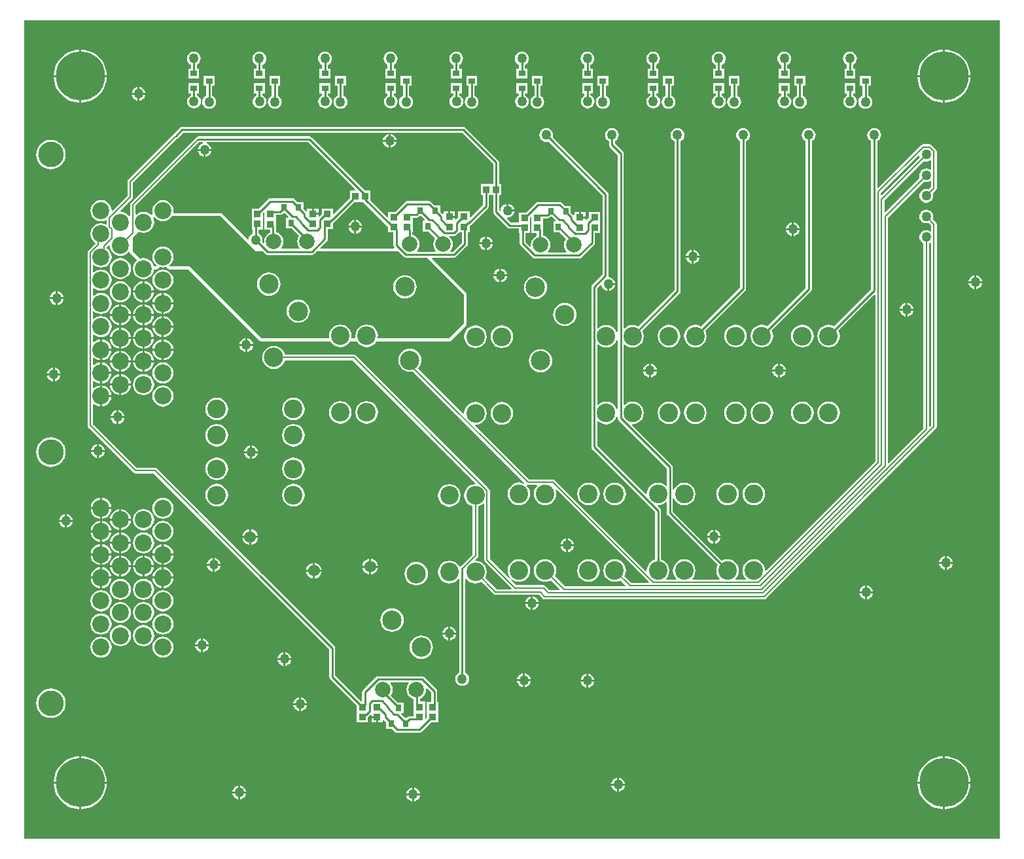
<source format=gbr>
%TF.GenerationSoftware,Altium Limited,Altium Designer,19.0.10 (269)*%
G04 Layer_Physical_Order=2*
G04 Layer_Color=16711680*
%FSLAX26Y26*%
%MOIN*%
%TF.FileFunction,Copper,L2,Bot,Signal*%
%TF.Part,Single*%
G01*
G75*
%TA.AperFunction,Conductor*%
%ADD19C,0.010000*%
%ADD21C,0.008000*%
%TA.AperFunction,ComponentPad*%
%ADD23C,0.094488*%
%ADD24C,0.086614*%
%ADD25C,0.129921*%
%TA.AperFunction,ViaPad*%
%ADD26C,0.060000*%
%ADD27C,0.250000*%
%TA.AperFunction,ComponentPad*%
%ADD28C,0.098425*%
%ADD29C,0.078740*%
%TA.AperFunction,ViaPad*%
%ADD30C,0.050000*%
%TA.AperFunction,SMDPad,CuDef*%
%ADD31R,0.033465X0.037402*%
%ADD32R,0.031496X0.035433*%
%ADD33R,0.037402X0.033465*%
%ADD34R,0.035433X0.031496*%
G36*
X4984707Y15293D02*
X15293D01*
Y4184707D01*
X4984707D01*
Y15293D01*
D02*
G37*
%LPC*%
G36*
X4705000Y4035024D02*
Y3905000D01*
X4835024D01*
X4833750Y3921184D01*
X4828790Y3941846D01*
X4820658Y3961478D01*
X4809555Y3979596D01*
X4795755Y3995755D01*
X4779596Y4009555D01*
X4761478Y4020658D01*
X4741846Y4028790D01*
X4721184Y4033750D01*
X4705000Y4035024D01*
D02*
G37*
G36*
X4695000D02*
X4678816Y4033750D01*
X4658154Y4028790D01*
X4638522Y4020658D01*
X4620404Y4009555D01*
X4604245Y3995755D01*
X4590445Y3979596D01*
X4579342Y3961478D01*
X4571210Y3941846D01*
X4566250Y3921184D01*
X4564976Y3905000D01*
X4695000D01*
Y4035024D01*
D02*
G37*
G36*
X305000D02*
Y3905000D01*
X435024D01*
X433750Y3921184D01*
X428790Y3941846D01*
X420658Y3961478D01*
X409555Y3979596D01*
X395755Y3995755D01*
X379596Y4009555D01*
X361478Y4020658D01*
X341846Y4028790D01*
X321184Y4033750D01*
X305000Y4035024D01*
D02*
G37*
G36*
X295000D02*
X278816Y4033750D01*
X258154Y4028790D01*
X238522Y4020658D01*
X220404Y4009555D01*
X204245Y3995755D01*
X190445Y3979596D01*
X179342Y3961478D01*
X171210Y3941846D01*
X166250Y3921184D01*
X164976Y3905000D01*
X295000D01*
Y4035024D01*
D02*
G37*
G36*
X4220938Y4025042D02*
X4211801Y4023839D01*
X4203287Y4020313D01*
X4195976Y4014702D01*
X4190366Y4007391D01*
X4186839Y3998877D01*
X4185636Y3989740D01*
X4186839Y3980603D01*
X4190366Y3972089D01*
X4195976Y3964778D01*
X4203287Y3959168D01*
X4205644Y3958191D01*
Y3938875D01*
X4193221D01*
Y3887379D01*
X4248654D01*
Y3938875D01*
X4236232D01*
Y3958191D01*
X4238589Y3959168D01*
X4245900Y3964778D01*
X4251510Y3972089D01*
X4255037Y3980603D01*
X4256240Y3989740D01*
X4255037Y3998877D01*
X4251510Y4007391D01*
X4245900Y4014702D01*
X4238589Y4020313D01*
X4230075Y4023839D01*
X4220938Y4025042D01*
D02*
G37*
G36*
X3886647D02*
X3877511Y4023839D01*
X3868996Y4020313D01*
X3861685Y4014702D01*
X3856075Y4007391D01*
X3852548Y3998877D01*
X3851345Y3989740D01*
X3852548Y3980603D01*
X3856075Y3972089D01*
X3861685Y3964778D01*
X3868996Y3959168D01*
X3871354Y3958191D01*
Y3938875D01*
X3858931D01*
Y3887379D01*
X3914364D01*
Y3938875D01*
X3901941D01*
Y3958191D01*
X3904298Y3959168D01*
X3911610Y3964778D01*
X3917220Y3972089D01*
X3920747Y3980603D01*
X3921949Y3989740D01*
X3920747Y3998877D01*
X3917220Y4007391D01*
X3911610Y4014702D01*
X3904298Y4020313D01*
X3895784Y4023839D01*
X3886647Y4025042D01*
D02*
G37*
G36*
X3552357D02*
X3543220Y4023839D01*
X3534706Y4020313D01*
X3527394Y4014702D01*
X3521784Y4007391D01*
X3518258Y3998877D01*
X3517055Y3989740D01*
X3518258Y3980603D01*
X3521784Y3972089D01*
X3527394Y3964778D01*
X3534706Y3959168D01*
X3537063Y3958191D01*
Y3938875D01*
X3524640D01*
Y3887379D01*
X3580073D01*
Y3938875D01*
X3567651D01*
Y3958191D01*
X3570008Y3959168D01*
X3577319Y3964778D01*
X3582929Y3972089D01*
X3586456Y3980603D01*
X3587659Y3989740D01*
X3586456Y3998877D01*
X3582929Y4007391D01*
X3577319Y4014702D01*
X3570008Y4020313D01*
X3561494Y4023839D01*
X3552357Y4025042D01*
D02*
G37*
G36*
X3218066D02*
X3208929Y4023839D01*
X3200415Y4020313D01*
X3193104Y4014702D01*
X3187494Y4007391D01*
X3183967Y3998877D01*
X3182764Y3989740D01*
X3183967Y3980603D01*
X3187494Y3972089D01*
X3193104Y3964778D01*
X3200415Y3959168D01*
X3202772Y3958191D01*
Y3938875D01*
X3190350D01*
Y3887379D01*
X3245783D01*
Y3938875D01*
X3233360D01*
Y3958191D01*
X3235717Y3959168D01*
X3243028Y3964778D01*
X3248639Y3972089D01*
X3252165Y3980603D01*
X3253368Y3989740D01*
X3252165Y3998877D01*
X3248639Y4007391D01*
X3243028Y4014702D01*
X3235717Y4020313D01*
X3227203Y4023839D01*
X3218066Y4025042D01*
D02*
G37*
G36*
X2883776D02*
X2874639Y4023839D01*
X2866125Y4020313D01*
X2858813Y4014702D01*
X2853203Y4007391D01*
X2849677Y3998877D01*
X2848474Y3989740D01*
X2849677Y3980603D01*
X2853203Y3972089D01*
X2858813Y3964778D01*
X2866125Y3959168D01*
X2868482Y3958191D01*
Y3938875D01*
X2856059D01*
Y3887379D01*
X2911492D01*
Y3938875D01*
X2899070D01*
Y3958191D01*
X2901427Y3959168D01*
X2908738Y3964778D01*
X2914348Y3972089D01*
X2917875Y3980603D01*
X2919078Y3989740D01*
X2917875Y3998877D01*
X2914348Y4007391D01*
X2908738Y4014702D01*
X2901427Y4020313D01*
X2892912Y4023839D01*
X2883776Y4025042D01*
D02*
G37*
G36*
X878032D02*
X868895Y4023839D01*
X860381Y4020313D01*
X853070Y4014702D01*
X847460Y4007391D01*
X843933Y3998877D01*
X842730Y3989740D01*
X843933Y3980603D01*
X847460Y3972089D01*
X853070Y3964778D01*
X860381Y3959168D01*
X862738Y3958191D01*
Y3938875D01*
X850316D01*
Y3887379D01*
X905749D01*
Y3938875D01*
X893326D01*
Y3958191D01*
X895683Y3959168D01*
X902994Y3964778D01*
X908604Y3972089D01*
X912131Y3980603D01*
X913334Y3989740D01*
X912131Y3998877D01*
X908604Y4007391D01*
X902994Y4014702D01*
X895683Y4020313D01*
X887169Y4023839D01*
X878032Y4025042D01*
D02*
G37*
G36*
X2549485D02*
X2540348Y4023839D01*
X2531834Y4020313D01*
X2524523Y4014702D01*
X2518913Y4007391D01*
X2515386Y3998877D01*
X2514183Y3989740D01*
X2515386Y3980603D01*
X2518913Y3972089D01*
X2524523Y3964778D01*
X2531834Y3959168D01*
X2534191Y3958191D01*
Y3938875D01*
X2521769D01*
Y3887379D01*
X2577202D01*
Y3938875D01*
X2564779D01*
Y3958191D01*
X2567136Y3959168D01*
X2574447Y3964778D01*
X2580057Y3972089D01*
X2583584Y3980603D01*
X2584787Y3989740D01*
X2583584Y3998877D01*
X2580057Y4007391D01*
X2574447Y4014702D01*
X2567136Y4020313D01*
X2558622Y4023839D01*
X2549485Y4025042D01*
D02*
G37*
G36*
X2215194D02*
X2206058Y4023839D01*
X2197543Y4020313D01*
X2190232Y4014702D01*
X2184622Y4007391D01*
X2181095Y3998877D01*
X2179892Y3989740D01*
X2181095Y3980603D01*
X2184622Y3972089D01*
X2190232Y3964778D01*
X2197543Y3959168D01*
X2199901Y3958191D01*
Y3938875D01*
X2187478D01*
Y3887379D01*
X2242911D01*
Y3938875D01*
X2230488D01*
Y3958191D01*
X2232845Y3959168D01*
X2240157Y3964778D01*
X2245767Y3972089D01*
X2249294Y3980603D01*
X2250496Y3989740D01*
X2249294Y3998877D01*
X2245767Y4007391D01*
X2240157Y4014702D01*
X2232845Y4020313D01*
X2224331Y4023839D01*
X2215194Y4025042D01*
D02*
G37*
G36*
X1880904D02*
X1871767Y4023839D01*
X1863253Y4020313D01*
X1855941Y4014702D01*
X1850331Y4007391D01*
X1846805Y3998877D01*
X1845602Y3989740D01*
X1846805Y3980603D01*
X1850331Y3972089D01*
X1855941Y3964778D01*
X1863253Y3959168D01*
X1865610Y3958191D01*
Y3938875D01*
X1853187D01*
Y3887379D01*
X1908620D01*
Y3938875D01*
X1896198D01*
Y3958191D01*
X1898555Y3959168D01*
X1905866Y3964778D01*
X1911476Y3972089D01*
X1915003Y3980603D01*
X1916206Y3989740D01*
X1915003Y3998877D01*
X1911476Y4007391D01*
X1905866Y4014702D01*
X1898555Y4020313D01*
X1890041Y4023839D01*
X1880904Y4025042D01*
D02*
G37*
G36*
X1546613D02*
X1537476Y4023839D01*
X1528962Y4020313D01*
X1521651Y4014702D01*
X1516041Y4007391D01*
X1512514Y3998877D01*
X1511311Y3989740D01*
X1512514Y3980603D01*
X1516041Y3972089D01*
X1521651Y3964778D01*
X1528962Y3959168D01*
X1531319Y3958191D01*
Y3938875D01*
X1518897D01*
Y3887379D01*
X1574330D01*
Y3938875D01*
X1561907D01*
Y3958191D01*
X1564264Y3959168D01*
X1571575Y3964778D01*
X1577186Y3972089D01*
X1580712Y3980603D01*
X1581915Y3989740D01*
X1580712Y3998877D01*
X1577186Y4007391D01*
X1571575Y4014702D01*
X1564264Y4020313D01*
X1555750Y4023839D01*
X1546613Y4025042D01*
D02*
G37*
G36*
X1212323D02*
X1203186Y4023839D01*
X1194672Y4020313D01*
X1187360Y4014702D01*
X1181750Y4007391D01*
X1178224Y3998877D01*
X1177021Y3989740D01*
X1178224Y3980603D01*
X1181750Y3972089D01*
X1187360Y3964778D01*
X1194672Y3959168D01*
X1197029Y3958191D01*
Y3938875D01*
X1184606D01*
Y3887379D01*
X1240039D01*
Y3938875D01*
X1227617D01*
Y3958191D01*
X1229974Y3959168D01*
X1237285Y3964778D01*
X1242895Y3972089D01*
X1246422Y3980603D01*
X1247625Y3989740D01*
X1246422Y3998877D01*
X1242895Y4007391D01*
X1237285Y4014702D01*
X1229974Y4020313D01*
X1221459Y4023839D01*
X1212323Y4025042D01*
D02*
G37*
G36*
X602000Y3844644D02*
Y3815000D01*
X631644D01*
X631099Y3819137D01*
X627572Y3827651D01*
X621962Y3834962D01*
X614651Y3840572D01*
X606137Y3844099D01*
X602000Y3844644D01*
D02*
G37*
G36*
X592000D02*
X587863Y3844099D01*
X579349Y3840572D01*
X572038Y3834962D01*
X566428Y3827651D01*
X562901Y3819137D01*
X562356Y3815000D01*
X592000D01*
Y3844644D01*
D02*
G37*
G36*
X631644Y3805000D02*
X602000D01*
Y3775356D01*
X606137Y3775901D01*
X614651Y3779428D01*
X621962Y3785038D01*
X627572Y3792349D01*
X631099Y3800863D01*
X631644Y3805000D01*
D02*
G37*
G36*
X592000D02*
X562356D01*
X562901Y3800863D01*
X566428Y3792349D01*
X572038Y3785038D01*
X579349Y3779428D01*
X587863Y3775901D01*
X592000Y3775356D01*
Y3805000D01*
D02*
G37*
G36*
X4835024Y3895000D02*
X4705000D01*
Y3764976D01*
X4721184Y3766250D01*
X4741846Y3771210D01*
X4761478Y3779342D01*
X4779596Y3790445D01*
X4795755Y3804245D01*
X4809555Y3820404D01*
X4820658Y3838522D01*
X4828790Y3858154D01*
X4833750Y3878816D01*
X4835024Y3895000D01*
D02*
G37*
G36*
X4695000D02*
X4564976D01*
X4566250Y3878816D01*
X4571210Y3858154D01*
X4579342Y3838522D01*
X4590445Y3820404D01*
X4604245Y3804245D01*
X4620404Y3790445D01*
X4638522Y3779342D01*
X4658154Y3771210D01*
X4678816Y3766250D01*
X4695000Y3764976D01*
Y3895000D01*
D02*
G37*
G36*
X435024D02*
X305000D01*
Y3764976D01*
X321184Y3766250D01*
X341846Y3771210D01*
X361478Y3779342D01*
X379596Y3790445D01*
X395755Y3804245D01*
X409555Y3820404D01*
X420658Y3838522D01*
X428790Y3858154D01*
X433750Y3878816D01*
X435024Y3895000D01*
D02*
G37*
G36*
X295000D02*
X164976D01*
X166250Y3878816D01*
X171210Y3858154D01*
X179342Y3838522D01*
X190445Y3820404D01*
X204245Y3804245D01*
X220404Y3790445D01*
X238522Y3779342D01*
X258154Y3771210D01*
X278816Y3766250D01*
X295000Y3764976D01*
Y3895000D01*
D02*
G37*
G36*
X4248654Y3864072D02*
X4193221D01*
Y3812576D01*
X4205644D01*
Y3801867D01*
X4204271Y3801298D01*
X4196960Y3795688D01*
X4191350Y3788377D01*
X4187823Y3779862D01*
X4186620Y3770726D01*
X4187823Y3761589D01*
X4191350Y3753075D01*
X4196960Y3745763D01*
X4204271Y3740153D01*
X4212785Y3736626D01*
X4221922Y3735424D01*
X4231059Y3736626D01*
X4239573Y3740153D01*
X4246885Y3745763D01*
X4252495Y3753075D01*
X4256021Y3761589D01*
X4257224Y3770726D01*
X4256021Y3779862D01*
X4252495Y3788377D01*
X4246885Y3795688D01*
X4239573Y3801298D01*
X4236232Y3802682D01*
Y3812576D01*
X4248654D01*
Y3864072D01*
D02*
G37*
G36*
X3914364D02*
X3858931D01*
Y3812576D01*
X3871354D01*
Y3801867D01*
X3869981Y3801298D01*
X3862669Y3795688D01*
X3857059Y3788377D01*
X3853532Y3779862D01*
X3852330Y3770726D01*
X3853532Y3761589D01*
X3857059Y3753075D01*
X3862669Y3745763D01*
X3869981Y3740153D01*
X3878495Y3736626D01*
X3887632Y3735424D01*
X3896768Y3736626D01*
X3905283Y3740153D01*
X3912594Y3745763D01*
X3918204Y3753075D01*
X3921731Y3761589D01*
X3922934Y3770726D01*
X3921731Y3779862D01*
X3918204Y3788377D01*
X3912594Y3795688D01*
X3905283Y3801298D01*
X3901941Y3802682D01*
Y3812576D01*
X3914364D01*
Y3864072D01*
D02*
G37*
G36*
X3580073D02*
X3524640D01*
Y3812576D01*
X3537063D01*
Y3801867D01*
X3535690Y3801298D01*
X3528379Y3795688D01*
X3522769Y3788377D01*
X3519242Y3779862D01*
X3518039Y3770726D01*
X3519242Y3761589D01*
X3522769Y3753075D01*
X3528379Y3745763D01*
X3535690Y3740153D01*
X3544204Y3736626D01*
X3553341Y3735424D01*
X3562478Y3736626D01*
X3570992Y3740153D01*
X3578303Y3745763D01*
X3583913Y3753075D01*
X3587440Y3761589D01*
X3588643Y3770726D01*
X3587440Y3779862D01*
X3583913Y3788377D01*
X3578303Y3795688D01*
X3570992Y3801298D01*
X3567651Y3802682D01*
Y3812576D01*
X3580073D01*
Y3864072D01*
D02*
G37*
G36*
X3245783D02*
X3190350D01*
Y3812576D01*
X3202772D01*
Y3801867D01*
X3201399Y3801298D01*
X3194088Y3795688D01*
X3188478Y3788377D01*
X3184951Y3779862D01*
X3183748Y3770726D01*
X3184951Y3761589D01*
X3188478Y3753075D01*
X3194088Y3745763D01*
X3201399Y3740153D01*
X3209914Y3736626D01*
X3219050Y3735424D01*
X3228187Y3736626D01*
X3236701Y3740153D01*
X3244013Y3745763D01*
X3249623Y3753075D01*
X3253149Y3761589D01*
X3254352Y3770726D01*
X3253149Y3779862D01*
X3249623Y3788377D01*
X3244013Y3795688D01*
X3236701Y3801298D01*
X3233360Y3802682D01*
Y3812576D01*
X3245783D01*
Y3864072D01*
D02*
G37*
G36*
X2911492D02*
X2856059D01*
Y3812576D01*
X2868482D01*
Y3801867D01*
X2867109Y3801298D01*
X2859798Y3795688D01*
X2854187Y3788377D01*
X2850661Y3779862D01*
X2849458Y3770726D01*
X2850661Y3761589D01*
X2854187Y3753075D01*
X2859798Y3745763D01*
X2867109Y3740153D01*
X2875623Y3736626D01*
X2884760Y3735424D01*
X2893897Y3736626D01*
X2902411Y3740153D01*
X2909722Y3745763D01*
X2915332Y3753075D01*
X2918859Y3761589D01*
X2920062Y3770726D01*
X2918859Y3779862D01*
X2915332Y3788377D01*
X2909722Y3795688D01*
X2902411Y3801298D01*
X2899070Y3802682D01*
Y3812576D01*
X2911492D01*
Y3864072D01*
D02*
G37*
G36*
X2577202Y3864072D02*
X2521769D01*
Y3812576D01*
X2534191D01*
Y3801867D01*
X2532818Y3801298D01*
X2525507Y3795688D01*
X2519897Y3788377D01*
X2516370Y3779862D01*
X2515167Y3770726D01*
X2516370Y3761589D01*
X2519897Y3753075D01*
X2525507Y3745763D01*
X2532818Y3740153D01*
X2541332Y3736626D01*
X2550469Y3735424D01*
X2559606Y3736626D01*
X2568120Y3740153D01*
X2575432Y3745763D01*
X2581042Y3753075D01*
X2584568Y3761589D01*
X2585771Y3770726D01*
X2584568Y3779862D01*
X2581042Y3788377D01*
X2575432Y3795688D01*
X2568120Y3801298D01*
X2564779Y3802682D01*
Y3812576D01*
X2577202D01*
Y3864072D01*
D02*
G37*
G36*
X2242911D02*
X2187478D01*
Y3812576D01*
X2199901D01*
Y3801867D01*
X2198528Y3801298D01*
X2191216Y3795688D01*
X2185606Y3788377D01*
X2182079Y3779862D01*
X2180877Y3770726D01*
X2182079Y3761589D01*
X2185606Y3753075D01*
X2191216Y3745763D01*
X2198528Y3740153D01*
X2207042Y3736626D01*
X2216179Y3735424D01*
X2225315Y3736626D01*
X2233830Y3740153D01*
X2241141Y3745763D01*
X2246751Y3753075D01*
X2250278Y3761589D01*
X2251481Y3770726D01*
X2250278Y3779862D01*
X2246751Y3788377D01*
X2241141Y3795688D01*
X2233830Y3801298D01*
X2230488Y3802682D01*
Y3812576D01*
X2242911D01*
Y3864072D01*
D02*
G37*
G36*
X1908620D02*
X1853187D01*
Y3812576D01*
X1865610D01*
Y3801867D01*
X1864237Y3801298D01*
X1856926Y3795688D01*
X1851316Y3788377D01*
X1847789Y3779862D01*
X1846586Y3770726D01*
X1847789Y3761589D01*
X1851316Y3753075D01*
X1856926Y3745763D01*
X1864237Y3740153D01*
X1872751Y3736626D01*
X1881888Y3735424D01*
X1891025Y3736626D01*
X1899539Y3740153D01*
X1906850Y3745763D01*
X1912460Y3753075D01*
X1915987Y3761589D01*
X1917190Y3770726D01*
X1915987Y3779862D01*
X1912460Y3788377D01*
X1906850Y3795688D01*
X1899539Y3801298D01*
X1896198Y3802682D01*
Y3812576D01*
X1908620D01*
Y3864072D01*
D02*
G37*
G36*
X1574330D02*
X1518897D01*
Y3812576D01*
X1531319D01*
Y3801867D01*
X1529946Y3801298D01*
X1522635Y3795688D01*
X1517025Y3788377D01*
X1513498Y3779862D01*
X1512295Y3770726D01*
X1513498Y3761589D01*
X1517025Y3753075D01*
X1522635Y3745763D01*
X1529946Y3740153D01*
X1538461Y3736626D01*
X1547597Y3735424D01*
X1556734Y3736626D01*
X1565248Y3740153D01*
X1572560Y3745763D01*
X1578170Y3753075D01*
X1581697Y3761589D01*
X1582899Y3770726D01*
X1581697Y3779862D01*
X1578170Y3788377D01*
X1572560Y3795688D01*
X1565248Y3801298D01*
X1561907Y3802682D01*
Y3812576D01*
X1574330D01*
Y3864072D01*
D02*
G37*
G36*
X1240039D02*
X1184606D01*
Y3812576D01*
X1197029D01*
Y3801867D01*
X1195656Y3801298D01*
X1188344Y3795688D01*
X1182734Y3788377D01*
X1179208Y3779862D01*
X1178005Y3770726D01*
X1179208Y3761589D01*
X1182734Y3753075D01*
X1188344Y3745763D01*
X1195656Y3740153D01*
X1204170Y3736626D01*
X1213307Y3735424D01*
X1222444Y3736626D01*
X1230958Y3740153D01*
X1238269Y3745763D01*
X1243879Y3753075D01*
X1247406Y3761589D01*
X1248609Y3770726D01*
X1247406Y3779862D01*
X1243879Y3788377D01*
X1238269Y3795688D01*
X1230958Y3801298D01*
X1227617Y3802682D01*
Y3812576D01*
X1240039D01*
Y3864072D01*
D02*
G37*
G36*
X905749Y3864072D02*
X850316D01*
Y3812576D01*
X862738D01*
Y3801867D01*
X861365Y3801298D01*
X854054Y3795688D01*
X848444Y3788377D01*
X844917Y3779862D01*
X843714Y3770726D01*
X844917Y3761589D01*
X848444Y3753075D01*
X854054Y3745763D01*
X861365Y3740153D01*
X869879Y3736626D01*
X879016Y3735424D01*
X888153Y3736626D01*
X896667Y3740153D01*
X903979Y3745763D01*
X909589Y3753075D01*
X913115Y3761589D01*
X914318Y3770726D01*
X913115Y3779862D01*
X909589Y3788377D01*
X903979Y3795688D01*
X896667Y3801298D01*
X893326Y3802682D01*
Y3812576D01*
X905749D01*
Y3864072D01*
D02*
G37*
G36*
X4327395Y3901473D02*
X4271962D01*
Y3849977D01*
X4284384D01*
Y3800030D01*
X4282027Y3799054D01*
X4274716Y3793444D01*
X4269106Y3786133D01*
X4265579Y3777618D01*
X4264376Y3768482D01*
X4265579Y3759345D01*
X4269106Y3750831D01*
X4274716Y3743519D01*
X4282027Y3737909D01*
X4290541Y3734383D01*
X4299678Y3733180D01*
X4308815Y3734383D01*
X4317329Y3737909D01*
X4324641Y3743519D01*
X4330251Y3750831D01*
X4333777Y3759345D01*
X4334980Y3768482D01*
X4333777Y3777618D01*
X4330251Y3786133D01*
X4324641Y3793444D01*
X4317329Y3799054D01*
X4314972Y3800030D01*
Y3849977D01*
X4327395D01*
Y3901473D01*
D02*
G37*
G36*
X3993104D02*
X3937671D01*
Y3849977D01*
X3950094D01*
Y3800030D01*
X3947737Y3799054D01*
X3940425Y3793444D01*
X3934815Y3786133D01*
X3931289Y3777618D01*
X3930086Y3768482D01*
X3931289Y3759345D01*
X3934815Y3750831D01*
X3940425Y3743519D01*
X3947737Y3737909D01*
X3956251Y3734383D01*
X3965388Y3733180D01*
X3974524Y3734383D01*
X3983039Y3737909D01*
X3990350Y3743519D01*
X3995960Y3750831D01*
X3999487Y3759345D01*
X4000690Y3768482D01*
X3999487Y3777618D01*
X3995960Y3786133D01*
X3990350Y3793444D01*
X3983039Y3799054D01*
X3980682Y3800030D01*
Y3849977D01*
X3993104D01*
Y3901473D01*
D02*
G37*
G36*
X3658814D02*
X3603381D01*
Y3849977D01*
X3615803D01*
Y3800030D01*
X3613446Y3799054D01*
X3606135Y3793444D01*
X3600525Y3786133D01*
X3596998Y3777618D01*
X3595795Y3768482D01*
X3596998Y3759345D01*
X3600525Y3750831D01*
X3606135Y3743519D01*
X3613446Y3737909D01*
X3621960Y3734383D01*
X3631097Y3733180D01*
X3640234Y3734383D01*
X3648748Y3737909D01*
X3656059Y3743519D01*
X3661669Y3750831D01*
X3665196Y3759345D01*
X3666399Y3768482D01*
X3665196Y3777618D01*
X3661669Y3786133D01*
X3656059Y3793444D01*
X3648748Y3799054D01*
X3646391Y3800030D01*
Y3849977D01*
X3658814D01*
Y3901473D01*
D02*
G37*
G36*
X3324523D02*
X3269090D01*
Y3849977D01*
X3281512D01*
Y3800030D01*
X3279155Y3799054D01*
X3271844Y3793444D01*
X3266234Y3786133D01*
X3262707Y3777618D01*
X3261504Y3768482D01*
X3262707Y3759345D01*
X3266234Y3750831D01*
X3271844Y3743519D01*
X3279155Y3737909D01*
X3287670Y3734383D01*
X3296806Y3733180D01*
X3305943Y3734383D01*
X3314457Y3737909D01*
X3321769Y3743519D01*
X3327379Y3750831D01*
X3330905Y3759345D01*
X3332108Y3768482D01*
X3330905Y3777618D01*
X3327379Y3786133D01*
X3321769Y3793444D01*
X3314457Y3799054D01*
X3312100Y3800030D01*
Y3849977D01*
X3324523D01*
Y3901473D01*
D02*
G37*
G36*
X2990232D02*
X2934799D01*
Y3849977D01*
X2947222D01*
Y3800030D01*
X2944865Y3799054D01*
X2937553Y3793444D01*
X2931943Y3786133D01*
X2928417Y3777618D01*
X2927214Y3768482D01*
X2928417Y3759345D01*
X2931943Y3750831D01*
X2937553Y3743519D01*
X2944865Y3737909D01*
X2953379Y3734383D01*
X2962516Y3733180D01*
X2971653Y3734383D01*
X2980167Y3737909D01*
X2987478Y3743519D01*
X2993088Y3750831D01*
X2996615Y3759345D01*
X2997818Y3768482D01*
X2996615Y3777618D01*
X2993088Y3786133D01*
X2987478Y3793444D01*
X2980167Y3799054D01*
X2977810Y3800030D01*
Y3849977D01*
X2990232D01*
Y3901473D01*
D02*
G37*
G36*
X2655942Y3901473D02*
X2600509D01*
Y3849977D01*
X2612931D01*
Y3800030D01*
X2610574Y3799054D01*
X2603263Y3793444D01*
X2597653Y3786133D01*
X2594126Y3777618D01*
X2592923Y3768482D01*
X2594126Y3759345D01*
X2597653Y3750831D01*
X2603263Y3743519D01*
X2610574Y3737909D01*
X2619088Y3734383D01*
X2628225Y3733180D01*
X2637362Y3734383D01*
X2645876Y3737909D01*
X2653188Y3743519D01*
X2658798Y3750831D01*
X2662324Y3759345D01*
X2663527Y3768482D01*
X2662324Y3777618D01*
X2658798Y3786133D01*
X2653188Y3793444D01*
X2645876Y3799054D01*
X2643519Y3800030D01*
Y3849977D01*
X2655942D01*
Y3901473D01*
D02*
G37*
G36*
X2321651D02*
X2266218D01*
Y3849977D01*
X2278641D01*
Y3800030D01*
X2276284Y3799054D01*
X2268972Y3793444D01*
X2263362Y3786133D01*
X2259836Y3777618D01*
X2258633Y3768482D01*
X2259836Y3759345D01*
X2263362Y3750831D01*
X2268972Y3743519D01*
X2276284Y3737909D01*
X2284798Y3734383D01*
X2293935Y3733180D01*
X2303071Y3734383D01*
X2311586Y3737909D01*
X2318897Y3743519D01*
X2324507Y3750831D01*
X2328034Y3759345D01*
X2329237Y3768482D01*
X2328034Y3777618D01*
X2324507Y3786133D01*
X2318897Y3793444D01*
X2311586Y3799054D01*
X2309229Y3800030D01*
Y3849977D01*
X2321651D01*
Y3901473D01*
D02*
G37*
G36*
X1987361D02*
X1931928D01*
Y3849977D01*
X1944350D01*
Y3800030D01*
X1941993Y3799054D01*
X1934682Y3793444D01*
X1929072Y3786133D01*
X1925545Y3777618D01*
X1924342Y3768482D01*
X1925545Y3759345D01*
X1929072Y3750831D01*
X1934682Y3743519D01*
X1941993Y3737909D01*
X1950507Y3734383D01*
X1959644Y3733180D01*
X1968781Y3734383D01*
X1977295Y3737909D01*
X1984606Y3743519D01*
X1990216Y3750831D01*
X1993743Y3759345D01*
X1994946Y3768482D01*
X1993743Y3777618D01*
X1990216Y3786133D01*
X1984606Y3793444D01*
X1977295Y3799054D01*
X1974938Y3800030D01*
Y3849977D01*
X1987361D01*
Y3901473D01*
D02*
G37*
G36*
X1653070D02*
X1597637D01*
Y3849977D01*
X1610060D01*
Y3800030D01*
X1607702Y3799054D01*
X1600391Y3793444D01*
X1594781Y3786133D01*
X1591254Y3777618D01*
X1590051Y3768482D01*
X1591254Y3759345D01*
X1594781Y3750831D01*
X1600391Y3743519D01*
X1607702Y3737909D01*
X1616217Y3734383D01*
X1625353Y3733180D01*
X1634490Y3734383D01*
X1643004Y3737909D01*
X1650316Y3743519D01*
X1655926Y3750831D01*
X1659453Y3759345D01*
X1660655Y3768482D01*
X1659453Y3777618D01*
X1655926Y3786133D01*
X1650316Y3793444D01*
X1643004Y3799054D01*
X1640647Y3800030D01*
Y3849977D01*
X1653070D01*
Y3901473D01*
D02*
G37*
G36*
X1318779D02*
X1263346D01*
Y3849977D01*
X1275769D01*
Y3800030D01*
X1273412Y3799054D01*
X1266101Y3793444D01*
X1260490Y3786133D01*
X1256964Y3777618D01*
X1255761Y3768482D01*
X1256964Y3759345D01*
X1260490Y3750831D01*
X1266101Y3743519D01*
X1273412Y3737909D01*
X1281926Y3734383D01*
X1291063Y3733180D01*
X1300200Y3734383D01*
X1308714Y3737909D01*
X1316025Y3743519D01*
X1321635Y3750831D01*
X1325162Y3759345D01*
X1326365Y3768482D01*
X1325162Y3777618D01*
X1321635Y3786133D01*
X1316025Y3793444D01*
X1308714Y3799054D01*
X1306357Y3800030D01*
Y3849977D01*
X1318779D01*
Y3901473D01*
D02*
G37*
G36*
X984489Y3901473D02*
X929056D01*
Y3849977D01*
X941478D01*
Y3800030D01*
X939121Y3799054D01*
X931810Y3793444D01*
X926200Y3786133D01*
X922673Y3777618D01*
X921470Y3768482D01*
X922673Y3759345D01*
X926200Y3750831D01*
X931810Y3743519D01*
X939121Y3737909D01*
X947635Y3734383D01*
X956772Y3733180D01*
X965909Y3734383D01*
X974423Y3737909D01*
X981735Y3743519D01*
X987345Y3750831D01*
X990871Y3759345D01*
X992074Y3768482D01*
X990871Y3777618D01*
X987345Y3786133D01*
X981735Y3793444D01*
X974423Y3799054D01*
X972066Y3800030D01*
Y3849977D01*
X984489D01*
Y3901473D01*
D02*
G37*
G36*
X150000Y3575323D02*
X135305Y3573876D01*
X121175Y3569590D01*
X108153Y3562629D01*
X96738Y3553262D01*
X87371Y3541847D01*
X80410Y3528825D01*
X76124Y3514695D01*
X74677Y3500000D01*
X76124Y3485305D01*
X80410Y3471175D01*
X87371Y3458153D01*
X96738Y3446738D01*
X108153Y3437371D01*
X121175Y3430410D01*
X135305Y3426124D01*
X150000Y3424677D01*
X164695Y3426124D01*
X178825Y3430410D01*
X191847Y3437371D01*
X203262Y3446738D01*
X212629Y3458153D01*
X219590Y3471175D01*
X223876Y3485305D01*
X225323Y3500000D01*
X223876Y3514695D01*
X219590Y3528825D01*
X212629Y3541847D01*
X203262Y3553262D01*
X191847Y3562629D01*
X178825Y3569590D01*
X164695Y3573876D01*
X150000Y3575323D01*
D02*
G37*
G36*
X2481217Y3249211D02*
Y3219567D01*
X2510861D01*
X2510316Y3223704D01*
X2506789Y3232218D01*
X2501179Y3239529D01*
X2493868Y3245139D01*
X2485354Y3248666D01*
X2481217Y3249211D01*
D02*
G37*
G36*
X2874110Y3206732D02*
X2850409D01*
Y3185000D01*
X2874110D01*
Y3206732D01*
D02*
G37*
G36*
X3935000Y3154644D02*
Y3125000D01*
X3964644D01*
X3964099Y3129137D01*
X3960572Y3137651D01*
X3954962Y3144962D01*
X3947651Y3150572D01*
X3939137Y3154099D01*
X3935000Y3154644D01*
D02*
G37*
G36*
X3925000D02*
X3920863Y3154099D01*
X3912349Y3150572D01*
X3905038Y3144962D01*
X3899428Y3137651D01*
X3895901Y3129137D01*
X3895356Y3125000D01*
X3925000D01*
Y3154644D01*
D02*
G37*
G36*
X3964644Y3115000D02*
X3935000D01*
Y3085356D01*
X3939137Y3085901D01*
X3947651Y3089428D01*
X3954962Y3095038D01*
X3960572Y3102349D01*
X3964099Y3110863D01*
X3964644Y3115000D01*
D02*
G37*
G36*
X3925000D02*
X3895356D01*
X3895901Y3110863D01*
X3899428Y3102349D01*
X3905038Y3095038D01*
X3912349Y3089428D01*
X3920863Y3085901D01*
X3925000Y3085356D01*
Y3115000D01*
D02*
G37*
G36*
X2372000Y3082644D02*
Y3053000D01*
X2401644D01*
X2401099Y3057137D01*
X2397572Y3065651D01*
X2391962Y3072962D01*
X2384651Y3078572D01*
X2376137Y3082099D01*
X2372000Y3082644D01*
D02*
G37*
G36*
X2362000D02*
X2357863Y3082099D01*
X2349349Y3078572D01*
X2342038Y3072962D01*
X2336428Y3065651D01*
X2332901Y3057137D01*
X2332356Y3053000D01*
X2362000D01*
Y3082644D01*
D02*
G37*
G36*
X2401644Y3043000D02*
X2372000D01*
Y3013356D01*
X2376137Y3013901D01*
X2384651Y3017428D01*
X2391962Y3023038D01*
X2397572Y3030349D01*
X2401099Y3038863D01*
X2401644Y3043000D01*
D02*
G37*
G36*
X2362000D02*
X2332356D01*
X2332901Y3038863D01*
X2336428Y3030349D01*
X2342038Y3023038D01*
X2349349Y3017428D01*
X2357863Y3013901D01*
X2362000Y3013356D01*
Y3043000D01*
D02*
G37*
G36*
X3425000Y3014644D02*
Y2985000D01*
X3454644D01*
X3454099Y2989137D01*
X3450572Y2997651D01*
X3444962Y3004962D01*
X3437651Y3010572D01*
X3429137Y3014099D01*
X3425000Y3014644D01*
D02*
G37*
G36*
X3415000D02*
X3410863Y3014099D01*
X3402349Y3010572D01*
X3395038Y3004962D01*
X3389428Y2997651D01*
X3385901Y2989137D01*
X3385356Y2985000D01*
X3415000D01*
Y3014644D01*
D02*
G37*
G36*
X2251693Y3642294D02*
X818000D01*
X812147Y3641130D01*
X807186Y3637814D01*
X776186Y3606814D01*
X773282Y3602469D01*
X543575Y3372762D01*
X540481Y3368131D01*
X539394Y3362668D01*
X539394Y3362668D01*
Y3288978D01*
X464262Y3213846D01*
X459468Y3216123D01*
X457841Y3228483D01*
X452469Y3241450D01*
X443925Y3252586D01*
X432789Y3261131D01*
X419821Y3266502D01*
X405906Y3268334D01*
X391990Y3266502D01*
X379022Y3261131D01*
X367886Y3252586D01*
X359342Y3241450D01*
X353971Y3228483D01*
X352138Y3214567D01*
X353971Y3200651D01*
X359342Y3187683D01*
X367886Y3176548D01*
X379022Y3168003D01*
X391990Y3162632D01*
X405906Y3160800D01*
X419821Y3162632D01*
X429749Y3166744D01*
X434749Y3163431D01*
Y3147593D01*
X429749Y3144280D01*
X419821Y3148392D01*
X405906Y3150224D01*
X391990Y3148392D01*
X379022Y3143020D01*
X367886Y3134476D01*
X359342Y3123340D01*
X353971Y3110373D01*
X352138Y3096457D01*
X353971Y3082541D01*
X359342Y3069573D01*
X367886Y3058438D01*
X376019Y3052197D01*
X376230Y3047074D01*
X340505Y3011349D01*
X337411Y3006718D01*
X336324Y3001255D01*
X336324Y3001255D01*
Y2119402D01*
X336324Y2119402D01*
X337411Y2113939D01*
X340505Y2109308D01*
X570206Y1879608D01*
X570206Y1879607D01*
X574837Y1876513D01*
X580299Y1875426D01*
X580300Y1875427D01*
X674386D01*
X1201432Y1348381D01*
X1204335Y1344036D01*
X1568706Y979665D01*
Y837591D01*
X1569870Y831738D01*
X1573186Y826776D01*
X1708299Y691663D01*
Y657858D01*
Y606677D01*
X1765701D01*
Y635016D01*
X1778270Y647586D01*
X1782890Y645672D01*
Y638409D01*
X1811591D01*
Y633409D01*
X1816591D01*
Y606677D01*
X1840291D01*
Y618886D01*
X1845291Y620907D01*
X1857851Y608347D01*
Y574543D01*
X1887718D01*
X1903532Y558729D01*
X1908494Y555413D01*
X1914347Y554249D01*
X2026795D01*
X2032648Y555413D01*
X2037610Y558729D01*
X2086928Y608047D01*
X2122701D01*
Y659228D01*
Y712693D01*
X2118294D01*
Y766000D01*
X2117130Y771853D01*
X2113814Y776814D01*
X2052444Y838184D01*
X2047483Y841500D01*
X2041630Y842664D01*
X1816370D01*
X1810517Y841500D01*
X1805556Y838184D01*
X1739886Y772515D01*
X1736571Y767553D01*
X1735407Y761701D01*
Y714884D01*
X1730407Y712812D01*
X1599294Y843925D01*
Y986000D01*
X1598130Y991853D01*
X1594814Y996814D01*
X1225964Y1365665D01*
X1221619Y1368568D01*
X690393Y1899794D01*
X685762Y1902889D01*
X680299Y1903975D01*
X680299Y1903975D01*
X586212D01*
X364873Y2125314D01*
Y2227676D01*
X369873Y2230142D01*
X379022Y2223121D01*
X391990Y2217750D01*
X400906Y2216576D01*
Y2269685D01*
Y2322794D01*
X391990Y2321620D01*
X379022Y2316249D01*
X369873Y2309228D01*
X364873Y2311694D01*
Y2345786D01*
X369873Y2348252D01*
X379022Y2341232D01*
X391990Y2335860D01*
X400906Y2334686D01*
Y2387795D01*
Y2440904D01*
X391990Y2439730D01*
X379022Y2434359D01*
X369873Y2427339D01*
X364873Y2429804D01*
Y2463896D01*
X369873Y2466362D01*
X379022Y2459342D01*
X391990Y2453970D01*
X400905Y2452797D01*
Y2505906D01*
Y2559014D01*
X391990Y2557840D01*
X379022Y2552469D01*
X369873Y2545449D01*
X364873Y2547914D01*
Y2582007D01*
X369873Y2584472D01*
X379022Y2577452D01*
X391990Y2572081D01*
X405906Y2570249D01*
X419821Y2572081D01*
X432789Y2577452D01*
X443925Y2585997D01*
X452469Y2597132D01*
X457841Y2610100D01*
X459673Y2624016D01*
X457841Y2637932D01*
X452469Y2650899D01*
X443925Y2662035D01*
X432789Y2670579D01*
X419821Y2675951D01*
X405906Y2677783D01*
X391990Y2675951D01*
X379022Y2670579D01*
X369873Y2663559D01*
X364873Y2666025D01*
Y2700117D01*
X369873Y2702583D01*
X379022Y2695562D01*
X391990Y2690191D01*
X405906Y2688359D01*
X419821Y2690191D01*
X432789Y2695562D01*
X443925Y2704107D01*
X452469Y2715242D01*
X457841Y2728210D01*
X459673Y2742126D01*
X457841Y2756042D01*
X452469Y2769010D01*
X443925Y2780145D01*
X432789Y2788690D01*
X419821Y2794061D01*
X405906Y2795893D01*
X391990Y2794061D01*
X379022Y2788690D01*
X369873Y2781669D01*
X364873Y2784135D01*
Y2818227D01*
X369873Y2820693D01*
X379022Y2813673D01*
X391990Y2808301D01*
X405906Y2806469D01*
X419821Y2808301D01*
X432789Y2813673D01*
X443925Y2822217D01*
X452469Y2833353D01*
X457841Y2846320D01*
X459673Y2860236D01*
X457841Y2874152D01*
X452469Y2887120D01*
X443925Y2898255D01*
X432789Y2906800D01*
X419821Y2912171D01*
X405906Y2914003D01*
X391990Y2912171D01*
X379022Y2906800D01*
X369873Y2899780D01*
X364873Y2902245D01*
Y2936338D01*
X369873Y2938803D01*
X379022Y2931783D01*
X391990Y2926412D01*
X405906Y2924579D01*
X419821Y2926412D01*
X432789Y2931783D01*
X443925Y2940327D01*
X452469Y2951463D01*
X457841Y2964431D01*
X459673Y2978347D01*
X457841Y2992262D01*
X452469Y3005230D01*
X443925Y3016366D01*
X435792Y3022606D01*
X435581Y3027729D01*
X445974Y3038123D01*
X450769Y3035846D01*
X452396Y3023486D01*
X457767Y3010518D01*
X466312Y2999383D01*
X477447Y2990838D01*
X490415Y2985467D01*
X504331Y2983635D01*
X518247Y2985467D01*
X531214Y2990838D01*
X542350Y2999383D01*
X546459Y3004737D01*
X551805Y3003491D01*
X552370Y3000647D01*
X555686Y2995686D01*
X587195Y2964177D01*
X586868Y2959187D01*
X584422Y2957310D01*
X575877Y2946175D01*
X570506Y2933207D01*
X568674Y2919291D01*
X570506Y2905375D01*
X575877Y2892408D01*
X584422Y2881272D01*
X595557Y2872728D01*
X608525Y2867356D01*
X622441Y2865524D01*
X636357Y2867356D01*
X649324Y2872728D01*
X660460Y2881272D01*
X669005Y2892408D01*
X674376Y2905375D01*
X675736Y2915706D01*
X686790Y2915706D01*
X687287Y2915805D01*
X687790Y2915739D01*
X690197Y2916383D01*
X692643Y2916870D01*
X693064Y2917152D01*
X693554Y2917283D01*
X695531Y2918800D01*
X697604Y2920185D01*
X697886Y2920607D01*
X698288Y2920916D01*
X699535Y2923075D01*
X700919Y2925147D01*
X705452Y2927032D01*
X706950Y2926412D01*
X720866Y2924579D01*
X734782Y2926412D01*
X736280Y2927032D01*
X740813Y2925147D01*
X742198Y2923075D01*
X743444Y2920916D01*
X743846Y2920607D01*
X744128Y2920185D01*
X746201Y2918800D01*
X748178Y2917283D01*
X748668Y2917152D01*
X749090Y2916870D01*
X751535Y2916384D01*
X753942Y2915739D01*
X754445Y2915805D01*
X754943Y2915706D01*
X851665Y2915706D01*
X1215184Y2552185D01*
X1220146Y2548870D01*
X1225999Y2547706D01*
X1565124Y2547706D01*
X1565622Y2547805D01*
X1566125Y2547739D01*
X1568532Y2548384D01*
X1570977Y2548870D01*
X1574840Y2547888D01*
X1584016Y2535930D01*
X1595974Y2526755D01*
X1609899Y2520986D01*
X1624843Y2519019D01*
X1639787Y2520986D01*
X1653712Y2526755D01*
X1665670Y2535930D01*
X1674846Y2547888D01*
X1678709Y2548870D01*
X1681154Y2548384D01*
X1683561Y2547739D01*
X1684064Y2547805D01*
X1684562Y2547706D01*
X1698983D01*
X1699480Y2547805D01*
X1699983Y2547739D01*
X1702390Y2548384D01*
X1704835Y2548870D01*
X1707121Y2548289D01*
X1709975Y2546225D01*
X1717874Y2535930D01*
X1729832Y2526755D01*
X1743758Y2520986D01*
X1758701Y2519019D01*
X1773645Y2520986D01*
X1787570Y2526755D01*
X1799528Y2535930D01*
X1808704Y2547888D01*
X1812567Y2548870D01*
X1815013Y2548384D01*
X1817420Y2547739D01*
X1817922Y2547805D01*
X1818420Y2547706D01*
X2177000Y2547706D01*
X2182853Y2548870D01*
X2187814Y2552186D01*
X2263814Y2628186D01*
X2267130Y2633147D01*
X2268294Y2639000D01*
Y2787000D01*
X2267130Y2792853D01*
X2263814Y2797814D01*
X2090912Y2970717D01*
X2092825Y2975337D01*
X2205142D01*
X2210994Y2976501D01*
X2215956Y2979816D01*
X2269814Y3033674D01*
X2273130Y3038636D01*
X2274294Y3044489D01*
Y3105677D01*
X2282701D01*
Y3137318D01*
X2284767Y3137729D01*
X2289728Y3141044D01*
X2377224Y3228539D01*
X2380539Y3233501D01*
X2381703Y3239354D01*
Y3293299D01*
X2402706D01*
Y3209000D01*
X2403870Y3203147D01*
X2407186Y3198186D01*
X2477005Y3128367D01*
X2481966Y3125051D01*
X2487819Y3123887D01*
X2534299D01*
Y3100716D01*
X2538706D01*
Y3047409D01*
X2539870Y3041557D01*
X2543186Y3036595D01*
X2604556Y2975225D01*
X2609517Y2971910D01*
X2615370Y2970745D01*
X2840630D01*
X2846483Y2971910D01*
X2851444Y2975225D01*
X2917114Y3040894D01*
X2920429Y3045856D01*
X2921593Y3051709D01*
Y3102087D01*
X2948701D01*
Y3153268D01*
Y3206732D01*
X2891299D01*
Y3178393D01*
X2879110Y3166204D01*
X2874110Y3168275D01*
Y3175000D01*
X2845409D01*
Y3180000D01*
X2840409D01*
Y3206732D01*
X2816709D01*
Y3194523D01*
X2811709Y3192503D01*
X2799149Y3205062D01*
Y3238866D01*
X2769282D01*
X2753468Y3254681D01*
X2748506Y3257996D01*
X2742653Y3259160D01*
X2630205D01*
X2624352Y3257996D01*
X2619390Y3254681D01*
X2570072Y3205362D01*
X2534299D01*
Y3154475D01*
X2494154D01*
X2473825Y3174804D01*
X2475309Y3177815D01*
X2476410Y3179290D01*
X2485354Y3180468D01*
X2493868Y3183994D01*
X2501179Y3189605D01*
X2506789Y3196916D01*
X2510316Y3205430D01*
X2510861Y3209567D01*
X2476217D01*
Y3214567D01*
X2471217D01*
Y3249211D01*
X2467080Y3248666D01*
X2458566Y3245139D01*
X2451255Y3239529D01*
X2445645Y3232218D01*
X2442118Y3223704D01*
X2440981Y3215071D01*
X2436664Y3212870D01*
X2433294Y3215577D01*
Y3293299D01*
X2444323D01*
Y3350701D01*
X2433294D01*
Y3460693D01*
X2432130Y3466546D01*
X2428814Y3471507D01*
X2262507Y3637814D01*
X2257546Y3641130D01*
X2251693Y3642294D01*
D02*
G37*
G36*
X3454644Y2975000D02*
X3425000D01*
Y2945356D01*
X3429137Y2945901D01*
X3437651Y2949428D01*
X3444962Y2955038D01*
X3450572Y2962349D01*
X3454099Y2970863D01*
X3454644Y2975000D01*
D02*
G37*
G36*
X3415000D02*
X3385356D01*
X3385901Y2970863D01*
X3389428Y2962349D01*
X3395038Y2955038D01*
X3402349Y2949428D01*
X3410863Y2945901D01*
X3415000Y2945356D01*
Y2975000D01*
D02*
G37*
G36*
X2445000Y2919465D02*
Y2889821D01*
X2474644D01*
X2474099Y2893958D01*
X2470572Y2902472D01*
X2464962Y2909783D01*
X2457651Y2915393D01*
X2449137Y2918920D01*
X2445000Y2919465D01*
D02*
G37*
G36*
X2435000D02*
X2430863Y2918920D01*
X2422349Y2915393D01*
X2415038Y2909783D01*
X2409428Y2902472D01*
X2405901Y2893958D01*
X2405356Y2889821D01*
X2435000D01*
Y2919465D01*
D02*
G37*
G36*
X504331Y2973058D02*
X490415Y2971226D01*
X477447Y2965855D01*
X466312Y2957310D01*
X457767Y2946175D01*
X452396Y2933207D01*
X450564Y2919291D01*
X452396Y2905375D01*
X457767Y2892408D01*
X466312Y2881272D01*
X477447Y2872728D01*
X490415Y2867356D01*
X504331Y2865524D01*
X518247Y2867356D01*
X531214Y2872728D01*
X542350Y2881272D01*
X550894Y2892408D01*
X556266Y2905375D01*
X558098Y2919291D01*
X556266Y2933207D01*
X550894Y2946175D01*
X542350Y2957310D01*
X531214Y2965855D01*
X518247Y2971226D01*
X504331Y2973058D01*
D02*
G37*
G36*
X4865000Y2884644D02*
Y2855000D01*
X4894644D01*
X4894099Y2859137D01*
X4890572Y2867651D01*
X4884962Y2874962D01*
X4877651Y2880572D01*
X4869137Y2884099D01*
X4865000Y2884644D01*
D02*
G37*
G36*
X4855000D02*
X4850863Y2884099D01*
X4842349Y2880572D01*
X4835038Y2874962D01*
X4829428Y2867651D01*
X4825901Y2859137D01*
X4825356Y2855000D01*
X4855000D01*
Y2884644D01*
D02*
G37*
G36*
X2474644Y2879821D02*
X2445000D01*
Y2850177D01*
X2449137Y2850722D01*
X2457651Y2854249D01*
X2464962Y2859859D01*
X2470572Y2867170D01*
X2474099Y2875684D01*
X2474644Y2879821D01*
D02*
G37*
G36*
X2435000D02*
X2405356D01*
X2405901Y2875684D01*
X2409428Y2867170D01*
X2415038Y2859859D01*
X2422349Y2854249D01*
X2430863Y2850722D01*
X2435000Y2850177D01*
Y2879821D01*
D02*
G37*
G36*
X4894644Y2845000D02*
X4865000D01*
Y2815356D01*
X4869137Y2815901D01*
X4877651Y2819428D01*
X4884962Y2825038D01*
X4890572Y2832349D01*
X4894099Y2840863D01*
X4894644Y2845000D01*
D02*
G37*
G36*
X4855000D02*
X4825356D01*
X4825901Y2840863D01*
X4829428Y2832349D01*
X4835038Y2825038D01*
X4842349Y2819428D01*
X4850863Y2815901D01*
X4855000Y2815356D01*
Y2845000D01*
D02*
G37*
G36*
X720866Y2914003D02*
X706950Y2912171D01*
X693982Y2906800D01*
X682847Y2898255D01*
X674302Y2887120D01*
X668931Y2874152D01*
X667099Y2860236D01*
X668931Y2846320D01*
X674302Y2833353D01*
X682847Y2822217D01*
X693982Y2813673D01*
X706950Y2808301D01*
X720866Y2806469D01*
X734782Y2808301D01*
X747750Y2813673D01*
X758885Y2822217D01*
X767430Y2833353D01*
X772801Y2846320D01*
X774633Y2860236D01*
X772801Y2874152D01*
X767430Y2887120D01*
X758885Y2898255D01*
X747750Y2906800D01*
X734782Y2912171D01*
X720866Y2914003D01*
D02*
G37*
G36*
X627441Y2854290D02*
Y2806181D01*
X675550D01*
X674376Y2815097D01*
X669005Y2828065D01*
X660460Y2839200D01*
X649324Y2847745D01*
X636357Y2853116D01*
X627441Y2854290D01*
D02*
G37*
G36*
X617441D02*
X608525Y2853116D01*
X595557Y2847745D01*
X584422Y2839200D01*
X575877Y2828065D01*
X570506Y2815097D01*
X569332Y2806181D01*
X617441D01*
Y2854290D01*
D02*
G37*
G36*
X3024644Y2835465D02*
X2995000D01*
Y2805821D01*
X2999137Y2806365D01*
X3007651Y2809892D01*
X3014962Y2815502D01*
X3020572Y2822814D01*
X3024099Y2831328D01*
X3024644Y2835465D01*
D02*
G37*
G36*
X185000Y2803653D02*
Y2774010D01*
X214644D01*
X214099Y2778146D01*
X210572Y2786660D01*
X204962Y2793972D01*
X197651Y2799582D01*
X189137Y2803109D01*
X185000Y2803653D01*
D02*
G37*
G36*
X175000D02*
X170863Y2803109D01*
X162349Y2799582D01*
X155038Y2793972D01*
X149428Y2786660D01*
X145901Y2778146D01*
X145356Y2774010D01*
X175000D01*
Y2803653D01*
D02*
G37*
G36*
X2619065Y2883027D02*
X2607457Y2881883D01*
X2596296Y2878497D01*
X2586009Y2872999D01*
X2576993Y2865600D01*
X2569593Y2856583D01*
X2564095Y2846297D01*
X2560709Y2835135D01*
X2559566Y2823528D01*
X2560709Y2811920D01*
X2564095Y2800758D01*
X2569593Y2790472D01*
X2576993Y2781455D01*
X2586009Y2774056D01*
X2596296Y2768557D01*
X2607457Y2765172D01*
X2619065Y2764028D01*
X2630673Y2765172D01*
X2641834Y2768557D01*
X2652121Y2774056D01*
X2661137Y2781455D01*
X2668537Y2790472D01*
X2674035Y2800758D01*
X2677421Y2811920D01*
X2678564Y2823528D01*
X2677421Y2835135D01*
X2674035Y2846297D01*
X2668537Y2856583D01*
X2661137Y2865600D01*
X2652121Y2872999D01*
X2641834Y2878497D01*
X2630673Y2881883D01*
X2619065Y2883027D01*
D02*
G37*
G36*
X617441Y2796181D02*
X569332D01*
X570506Y2787265D01*
X575877Y2774298D01*
X584422Y2763162D01*
X595557Y2754617D01*
X608525Y2749246D01*
X617441Y2748072D01*
Y2796181D01*
D02*
G37*
G36*
X675550D02*
X627441D01*
Y2748072D01*
X636357Y2749246D01*
X649324Y2754617D01*
X660460Y2763162D01*
X669005Y2774298D01*
X674376Y2787265D01*
X675550Y2796181D01*
D02*
G37*
G36*
X504331Y2854948D02*
X490415Y2853116D01*
X477447Y2847745D01*
X466312Y2839200D01*
X457767Y2828065D01*
X452396Y2815097D01*
X450564Y2801181D01*
X452396Y2787265D01*
X457767Y2774298D01*
X466312Y2763162D01*
X477447Y2754617D01*
X490415Y2749246D01*
X504331Y2747414D01*
X518247Y2749246D01*
X531214Y2754617D01*
X542350Y2763162D01*
X550894Y2774298D01*
X556266Y2787265D01*
X558098Y2801181D01*
X556266Y2815097D01*
X550894Y2828065D01*
X542350Y2839200D01*
X531214Y2847745D01*
X518247Y2853116D01*
X504331Y2854948D01*
D02*
G37*
G36*
X725866Y2795235D02*
Y2747126D01*
X773975D01*
X772801Y2756042D01*
X767430Y2769010D01*
X758885Y2780145D01*
X747750Y2788690D01*
X734782Y2794061D01*
X725866Y2795235D01*
D02*
G37*
G36*
X715866D02*
X706950Y2794061D01*
X693982Y2788690D01*
X682847Y2780145D01*
X674302Y2769010D01*
X668931Y2756042D01*
X667757Y2747126D01*
X715866D01*
Y2795235D01*
D02*
G37*
G36*
X214644Y2764010D02*
X185000D01*
Y2734366D01*
X189137Y2734910D01*
X197651Y2738437D01*
X204962Y2744047D01*
X210572Y2751358D01*
X214099Y2759873D01*
X214644Y2764010D01*
D02*
G37*
G36*
X175000D02*
X145356D01*
X145901Y2759873D01*
X149428Y2751358D01*
X155038Y2744047D01*
X162349Y2738437D01*
X170863Y2734910D01*
X175000Y2734366D01*
Y2764010D01*
D02*
G37*
G36*
X4515000Y2744644D02*
Y2715000D01*
X4544644D01*
X4544099Y2719137D01*
X4540572Y2727651D01*
X4534962Y2734962D01*
X4527651Y2740572D01*
X4519137Y2744099D01*
X4515000Y2744644D01*
D02*
G37*
G36*
X4505000D02*
X4500863Y2744099D01*
X4492349Y2740572D01*
X4485038Y2734962D01*
X4479428Y2727651D01*
X4475901Y2719137D01*
X4475356Y2715000D01*
X4505000D01*
Y2744644D01*
D02*
G37*
G36*
X773975Y2737126D02*
X725866D01*
Y2689017D01*
X734782Y2690191D01*
X747750Y2695562D01*
X758885Y2704107D01*
X767430Y2715242D01*
X772801Y2728210D01*
X773975Y2737126D01*
D02*
G37*
G36*
X715866D02*
X667757D01*
X668931Y2728210D01*
X674302Y2715242D01*
X682847Y2704107D01*
X693982Y2695562D01*
X706950Y2690191D01*
X715866Y2689017D01*
Y2737126D01*
D02*
G37*
G36*
X627441Y2736180D02*
Y2688071D01*
X675550D01*
X674376Y2696987D01*
X669005Y2709954D01*
X660460Y2721090D01*
X649324Y2729635D01*
X636357Y2735006D01*
X627441Y2736180D01*
D02*
G37*
G36*
X509331D02*
Y2688071D01*
X557439D01*
X556266Y2696987D01*
X550894Y2709954D01*
X542350Y2721090D01*
X531214Y2729635D01*
X518247Y2735006D01*
X509331Y2736180D01*
D02*
G37*
G36*
X617441D02*
X608525Y2735006D01*
X595557Y2729635D01*
X584422Y2721090D01*
X575877Y2709954D01*
X570506Y2696987D01*
X569332Y2688071D01*
X617441D01*
Y2736180D01*
D02*
G37*
G36*
X499331D02*
X490415Y2735006D01*
X477447Y2729635D01*
X466312Y2721090D01*
X457767Y2709954D01*
X452396Y2696987D01*
X451222Y2688071D01*
X499331D01*
Y2736180D01*
D02*
G37*
G36*
X4544644Y2705000D02*
X4515000D01*
Y2675356D01*
X4519137Y2675901D01*
X4527651Y2679428D01*
X4534962Y2685038D01*
X4540572Y2692349D01*
X4544099Y2700863D01*
X4544644Y2705000D01*
D02*
G37*
G36*
X4505000D02*
X4475356D01*
X4475901Y2700863D01*
X4479428Y2692349D01*
X4485038Y2685038D01*
X4492349Y2679428D01*
X4500863Y2675901D01*
X4505000Y2675356D01*
Y2705000D01*
D02*
G37*
G36*
X675550Y2678071D02*
X627441D01*
Y2629962D01*
X636357Y2631136D01*
X649324Y2636507D01*
X660460Y2645052D01*
X669005Y2656187D01*
X674376Y2669155D01*
X675550Y2678071D01*
D02*
G37*
G36*
X557439D02*
X509331D01*
Y2629962D01*
X518247Y2631136D01*
X531214Y2636507D01*
X542350Y2645052D01*
X550894Y2656187D01*
X556266Y2669155D01*
X557439Y2678071D01*
D02*
G37*
G36*
X617441D02*
X569332D01*
X570506Y2669155D01*
X575877Y2656187D01*
X584422Y2645052D01*
X595557Y2636507D01*
X608525Y2631136D01*
X617441Y2629962D01*
Y2678071D01*
D02*
G37*
G36*
X499331D02*
X451222D01*
X452396Y2669155D01*
X457767Y2656187D01*
X466312Y2645052D01*
X477447Y2636507D01*
X490415Y2631136D01*
X499331Y2629962D01*
Y2678071D01*
D02*
G37*
G36*
X725866Y2677124D02*
Y2629016D01*
X773975D01*
X772801Y2637932D01*
X767430Y2650899D01*
X758885Y2662035D01*
X747750Y2670579D01*
X734782Y2675951D01*
X725866Y2677124D01*
D02*
G37*
G36*
X715866D02*
X706950Y2675951D01*
X693983Y2670579D01*
X682847Y2662035D01*
X674302Y2650899D01*
X668931Y2637932D01*
X667757Y2629016D01*
X715866D01*
Y2677124D01*
D02*
G37*
G36*
X2768671Y2745231D02*
X2757064Y2744088D01*
X2745902Y2740702D01*
X2735615Y2735204D01*
X2726599Y2727805D01*
X2719200Y2718788D01*
X2713701Y2708502D01*
X2710316Y2697340D01*
X2709172Y2685732D01*
X2710316Y2674125D01*
X2713701Y2662963D01*
X2719200Y2652676D01*
X2726599Y2643660D01*
X2735615Y2636261D01*
X2745902Y2630762D01*
X2757064Y2627376D01*
X2768671Y2626233D01*
X2780279Y2627376D01*
X2791441Y2630762D01*
X2801727Y2636261D01*
X2810744Y2643660D01*
X2818143Y2652676D01*
X2823641Y2662963D01*
X2827027Y2674125D01*
X2828170Y2685732D01*
X2827027Y2697340D01*
X2823641Y2708502D01*
X2818143Y2718788D01*
X2810744Y2727805D01*
X2801727Y2735204D01*
X2791441Y2740702D01*
X2780279Y2744088D01*
X2768671Y2745231D01*
D02*
G37*
G36*
X4010977Y3635302D02*
X4001840Y3634099D01*
X3993326Y3630572D01*
X3986015Y3624962D01*
X3980405Y3617651D01*
X3976878Y3609137D01*
X3975675Y3600000D01*
X3976878Y3590863D01*
X3980405Y3582349D01*
X3986015Y3575038D01*
X3993326Y3569428D01*
X3995683Y3568451D01*
Y2820483D01*
X3800623Y2625423D01*
X3787048Y2631046D01*
X3772104Y2633014D01*
X3757161Y2631046D01*
X3743235Y2625278D01*
X3731277Y2616103D01*
X3722102Y2604145D01*
X3716334Y2590219D01*
X3714366Y2575276D01*
X3716334Y2560332D01*
X3722102Y2546407D01*
X3731277Y2534449D01*
X3743235Y2525273D01*
X3757161Y2519505D01*
X3772104Y2517537D01*
X3787048Y2519505D01*
X3800973Y2525273D01*
X3812931Y2534449D01*
X3822107Y2546407D01*
X3827875Y2560332D01*
X3829843Y2575276D01*
X3827875Y2590219D01*
X3822252Y2603794D01*
X4021791Y2803334D01*
X4025107Y2808295D01*
X4026271Y2814148D01*
Y3568451D01*
X4028628Y3569428D01*
X4035939Y3575038D01*
X4041549Y3582349D01*
X4045076Y3590863D01*
X4046279Y3600000D01*
X4045076Y3609137D01*
X4041549Y3617651D01*
X4035939Y3624962D01*
X4028628Y3630572D01*
X4020114Y3634099D01*
X4010977Y3635302D01*
D02*
G37*
G36*
X3676686D02*
X3667550Y3634099D01*
X3659035Y3630572D01*
X3651724Y3624962D01*
X3646114Y3617651D01*
X3642587Y3609137D01*
X3641384Y3600000D01*
X3642587Y3590863D01*
X3646114Y3582349D01*
X3651724Y3575038D01*
X3659035Y3569428D01*
X3661392Y3568451D01*
Y2824801D01*
X3461739Y2625148D01*
X3448164Y2630771D01*
X3433220Y2632738D01*
X3418276Y2630771D01*
X3404351Y2625003D01*
X3392393Y2615827D01*
X3383217Y2603869D01*
X3377449Y2589944D01*
X3375482Y2575000D01*
X3377449Y2560056D01*
X3383217Y2546131D01*
X3392393Y2534173D01*
X3404351Y2524997D01*
X3418276Y2519229D01*
X3433220Y2517262D01*
X3448164Y2519229D01*
X3462089Y2524997D01*
X3474047Y2534173D01*
X3483222Y2546131D01*
X3488990Y2560056D01*
X3490958Y2575000D01*
X3488990Y2589944D01*
X3483367Y2603519D01*
X3687501Y2807652D01*
X3690816Y2812614D01*
X3691980Y2818466D01*
Y3568451D01*
X3694337Y3569428D01*
X3701649Y3575038D01*
X3707259Y3582349D01*
X3710785Y3590863D01*
X3711988Y3600000D01*
X3710785Y3609137D01*
X3707259Y3617651D01*
X3701649Y3624962D01*
X3694337Y3630572D01*
X3685823Y3634099D01*
X3676686Y3635302D01*
D02*
G37*
G36*
X773975Y2619016D02*
X725866D01*
Y2570907D01*
X734782Y2572081D01*
X747750Y2577452D01*
X758885Y2585997D01*
X767430Y2597132D01*
X772801Y2610100D01*
X773975Y2619016D01*
D02*
G37*
G36*
X715866D02*
X667757D01*
X668931Y2610100D01*
X674302Y2597132D01*
X682847Y2585997D01*
X693983Y2577452D01*
X706950Y2572081D01*
X715866Y2570907D01*
Y2619016D01*
D02*
G37*
G36*
X627441Y2618069D02*
Y2569961D01*
X675550D01*
X674376Y2578876D01*
X669005Y2591844D01*
X660460Y2602980D01*
X649324Y2611524D01*
X636357Y2616896D01*
X627441Y2618069D01*
D02*
G37*
G36*
X509331D02*
Y2569961D01*
X557439D01*
X556266Y2578876D01*
X550894Y2591844D01*
X542350Y2602980D01*
X531214Y2611524D01*
X518247Y2616896D01*
X509331Y2618069D01*
D02*
G37*
G36*
X617441D02*
X608525Y2616896D01*
X595557Y2611524D01*
X584422Y2602980D01*
X575877Y2591844D01*
X570506Y2578876D01*
X569332Y2569961D01*
X617441D01*
Y2618069D01*
D02*
G37*
G36*
X499331D02*
X490415Y2616896D01*
X477447Y2611524D01*
X466312Y2602980D01*
X457767Y2591844D01*
X452396Y2578876D01*
X451222Y2569961D01*
X499331D01*
Y2618069D01*
D02*
G37*
G36*
X1151000Y2564644D02*
Y2535000D01*
X1180644D01*
X1180099Y2539137D01*
X1176572Y2547651D01*
X1170962Y2554962D01*
X1163651Y2560572D01*
X1155137Y2564099D01*
X1151000Y2564644D01*
D02*
G37*
G36*
X1141000D02*
X1136863Y2564099D01*
X1128349Y2560572D01*
X1121038Y2554962D01*
X1115428Y2547651D01*
X1111901Y2539137D01*
X1111356Y2535000D01*
X1141000D01*
Y2564644D01*
D02*
G37*
G36*
X3978379Y2633188D02*
X3963435Y2631220D01*
X3949510Y2625452D01*
X3937552Y2616277D01*
X3928376Y2604319D01*
X3922608Y2590393D01*
X3920640Y2575450D01*
X3922608Y2560506D01*
X3928376Y2546581D01*
X3937552Y2534623D01*
X3949510Y2525447D01*
X3963435Y2519679D01*
X3978379Y2517711D01*
X3993322Y2519679D01*
X4007248Y2525447D01*
X4019206Y2534623D01*
X4028381Y2546581D01*
X4034149Y2560506D01*
X4036117Y2575450D01*
X4034149Y2590393D01*
X4028381Y2604319D01*
X4019206Y2616277D01*
X4007248Y2625452D01*
X3993322Y2631220D01*
X3978379Y2633188D01*
D02*
G37*
G36*
X3638246Y2633014D02*
X3623302Y2631046D01*
X3609377Y2625278D01*
X3597419Y2616103D01*
X3588243Y2604145D01*
X3582475Y2590219D01*
X3580508Y2575276D01*
X3582475Y2560332D01*
X3588243Y2546407D01*
X3597419Y2534449D01*
X3609377Y2525273D01*
X3623302Y2519505D01*
X3638246Y2517537D01*
X3653190Y2519505D01*
X3667115Y2525273D01*
X3679073Y2534449D01*
X3688249Y2546407D01*
X3694017Y2560332D01*
X3695984Y2575276D01*
X3694017Y2590219D01*
X3688249Y2604145D01*
X3679073Y2616103D01*
X3667115Y2625278D01*
X3653190Y2631046D01*
X3638246Y2633014D01*
D02*
G37*
G36*
X3299361Y2632738D02*
X3284418Y2630771D01*
X3270492Y2625003D01*
X3258535Y2615827D01*
X3249359Y2603869D01*
X3243591Y2589944D01*
X3241623Y2575000D01*
X3243591Y2560056D01*
X3249359Y2546131D01*
X3258535Y2534173D01*
X3270492Y2524997D01*
X3284418Y2519229D01*
X3299361Y2517262D01*
X3314305Y2519229D01*
X3328231Y2524997D01*
X3340189Y2534173D01*
X3349364Y2546131D01*
X3355132Y2560056D01*
X3357100Y2575000D01*
X3355132Y2589944D01*
X3349364Y2603869D01*
X3340189Y2615827D01*
X3328231Y2625003D01*
X3314305Y2630771D01*
X3299361Y2632738D01*
D02*
G37*
G36*
X4344456Y3635302D02*
X4335319Y3634099D01*
X4326805Y3630572D01*
X4319493Y3624962D01*
X4313883Y3617651D01*
X4310357Y3609137D01*
X4309154Y3600000D01*
X4310357Y3590863D01*
X4313883Y3582349D01*
X4319493Y3575038D01*
X4326805Y3569428D01*
X4329162Y3568451D01*
Y2814003D01*
X4140756Y2625597D01*
X4127181Y2631220D01*
X4112237Y2633188D01*
X4097293Y2631220D01*
X4083368Y2625452D01*
X4071410Y2616277D01*
X4062234Y2604319D01*
X4056466Y2590393D01*
X4054499Y2575450D01*
X4056466Y2560506D01*
X4062234Y2546581D01*
X4071410Y2534623D01*
X4083368Y2525447D01*
X4097293Y2519679D01*
X4112237Y2517711D01*
X4127181Y2519679D01*
X4141106Y2525447D01*
X4153064Y2534623D01*
X4162240Y2546581D01*
X4168008Y2560506D01*
X4169975Y2575450D01*
X4168008Y2590393D01*
X4162385Y2603968D01*
X4345374Y2786958D01*
X4349993Y2785044D01*
Y1936058D01*
X3793363Y1379428D01*
X3788834Y1381970D01*
X3787007Y1395842D01*
X3781239Y1409767D01*
X3772064Y1421725D01*
X3760106Y1430901D01*
X3746180Y1436669D01*
X3731237Y1438637D01*
X3716293Y1436669D01*
X3702368Y1430901D01*
X3690410Y1421725D01*
X3681234Y1409767D01*
X3675466Y1395842D01*
X3673499Y1380898D01*
X3675466Y1365955D01*
X3681234Y1352029D01*
X3690097Y1340479D01*
X3689493Y1337370D01*
X3688851Y1335479D01*
X3639764D01*
X3639122Y1337370D01*
X3638518Y1340479D01*
X3647381Y1352029D01*
X3653149Y1365955D01*
X3655117Y1380898D01*
X3653149Y1395842D01*
X3647381Y1409767D01*
X3638205Y1421725D01*
X3626247Y1430901D01*
X3612322Y1436669D01*
X3597378Y1438637D01*
X3582435Y1436669D01*
X3568860Y1431046D01*
X3318566Y1681340D01*
Y1749146D01*
X3323566Y1750140D01*
X3326884Y1742131D01*
X3336059Y1730173D01*
X3348017Y1720997D01*
X3361943Y1715229D01*
X3376886Y1713262D01*
X3391830Y1715229D01*
X3405755Y1720997D01*
X3417713Y1730173D01*
X3426889Y1742131D01*
X3432657Y1756056D01*
X3434624Y1771000D01*
X3432657Y1785944D01*
X3426889Y1799869D01*
X3417713Y1811827D01*
X3405755Y1821003D01*
X3391830Y1826771D01*
X3376886Y1828738D01*
X3361943Y1826771D01*
X3348017Y1821003D01*
X3336059Y1811827D01*
X3326884Y1799869D01*
X3323566Y1791860D01*
X3318566Y1792854D01*
Y1908277D01*
X3317402Y1914130D01*
X3314086Y1919092D01*
X3111591Y2121588D01*
X3114119Y2126131D01*
X3127967Y2127954D01*
X3141892Y2133722D01*
X3153850Y2142897D01*
X3163026Y2154855D01*
X3168794Y2168781D01*
X3170761Y2183724D01*
X3168794Y2198668D01*
X3163026Y2212593D01*
X3153850Y2224551D01*
X3141892Y2233727D01*
X3127967Y2239495D01*
X3113023Y2241463D01*
X3098079Y2239495D01*
X3084154Y2233727D01*
X3073073Y2225224D01*
X3068073Y2226649D01*
Y2531351D01*
X3073073Y2532776D01*
X3084154Y2524273D01*
X3098079Y2518505D01*
X3113023Y2516537D01*
X3127967Y2518505D01*
X3141892Y2524273D01*
X3153850Y2533449D01*
X3163026Y2545407D01*
X3168794Y2559332D01*
X3170761Y2574276D01*
X3168794Y2589219D01*
X3163171Y2602794D01*
X3353210Y2792834D01*
X3356525Y2797795D01*
X3357690Y2803648D01*
Y3568451D01*
X3360047Y3569428D01*
X3367358Y3575038D01*
X3372968Y3582349D01*
X3376495Y3590863D01*
X3377698Y3600000D01*
X3376495Y3609137D01*
X3372968Y3617651D01*
X3367358Y3624962D01*
X3360047Y3630572D01*
X3351532Y3634099D01*
X3342396Y3635302D01*
X3333259Y3634099D01*
X3324745Y3630572D01*
X3317433Y3624962D01*
X3311823Y3617651D01*
X3308297Y3609137D01*
X3307094Y3600000D01*
X3308297Y3590863D01*
X3311823Y3582349D01*
X3317433Y3575038D01*
X3324745Y3569428D01*
X3327102Y3568451D01*
Y2809983D01*
X3141542Y2624423D01*
X3127967Y2630046D01*
X3113023Y2632014D01*
X3098079Y2630046D01*
X3084154Y2624278D01*
X3073073Y2615775D01*
X3068073Y2617200D01*
Y3505326D01*
X3066909Y3511179D01*
X3063593Y3516140D01*
X3023399Y3556335D01*
Y3568451D01*
X3025756Y3569428D01*
X3033067Y3575038D01*
X3038677Y3582349D01*
X3042204Y3590863D01*
X3043407Y3600000D01*
X3042204Y3609137D01*
X3038677Y3617651D01*
X3033067Y3624962D01*
X3025756Y3630572D01*
X3017242Y3634099D01*
X3008105Y3635302D01*
X2998968Y3634099D01*
X2990454Y3630572D01*
X2983143Y3624962D01*
X2977533Y3617651D01*
X2974006Y3609137D01*
X2972803Y3600000D01*
X2974006Y3590863D01*
X2977533Y3582349D01*
X2983143Y3575038D01*
X2990454Y3569428D01*
X2992811Y3568451D01*
Y3550000D01*
X2993975Y3544147D01*
X2997291Y3539186D01*
X3037485Y3498991D01*
Y2596130D01*
X3032485Y2595135D01*
X3029168Y2603145D01*
X3019992Y2615103D01*
X3008034Y2624278D01*
X2994109Y2630046D01*
X2979165Y2632014D01*
X2964221Y2630046D01*
X2950296Y2624278D01*
X2939215Y2615775D01*
X2934215Y2617200D01*
Y2819619D01*
X2950743Y2836148D01*
X2955478Y2834540D01*
X2955901Y2831328D01*
X2959428Y2822814D01*
X2965038Y2815502D01*
X2972349Y2809892D01*
X2980863Y2806365D01*
X2985000Y2805821D01*
Y2840465D01*
X2990000D01*
Y2845465D01*
X3024644D01*
X3024099Y2849601D01*
X3020572Y2858115D01*
X3014962Y2865427D01*
X3007651Y2871037D01*
X2999137Y2874564D01*
X2994442Y2875182D01*
X2994332Y2875233D01*
X2990830Y2880700D01*
X2991294Y2883033D01*
Y3297814D01*
X2990130Y3303667D01*
X2986814Y3308629D01*
X2706937Y3588506D01*
X2707914Y3590863D01*
X2709117Y3600000D01*
X2707914Y3609137D01*
X2704387Y3617651D01*
X2698777Y3624962D01*
X2691465Y3630572D01*
X2682951Y3634099D01*
X2673814Y3635302D01*
X2664678Y3634099D01*
X2656164Y3630572D01*
X2648852Y3624962D01*
X2643242Y3617651D01*
X2639715Y3609137D01*
X2638512Y3600000D01*
X2639715Y3590863D01*
X2643242Y3582349D01*
X2648852Y3575038D01*
X2656164Y3569428D01*
X2664678Y3565901D01*
X2673814Y3564698D01*
X2682951Y3565901D01*
X2685308Y3566877D01*
X2960706Y3291480D01*
Y2889368D01*
X2908106Y2836768D01*
X2904791Y2831807D01*
X2903627Y2825954D01*
Y2009909D01*
X2904791Y2004056D01*
X2908106Y1999095D01*
X3227734Y1679467D01*
Y1436074D01*
X3214159Y1430451D01*
X3202201Y1421276D01*
X3193025Y1409318D01*
X3187257Y1395392D01*
X3185431Y1381520D01*
X3180901Y1378978D01*
X2718785Y1841095D01*
X2714154Y1844189D01*
X2708692Y1845276D01*
X2708691Y1845276D01*
X2586342D01*
X2312019Y2119598D01*
X2314561Y2124127D01*
X2328433Y2125954D01*
X2342359Y2131722D01*
X2354317Y2140897D01*
X2363492Y2152855D01*
X2369260Y2166781D01*
X2371228Y2181724D01*
X2369260Y2196668D01*
X2363492Y2210593D01*
X2354317Y2222551D01*
X2342359Y2231727D01*
X2328433Y2237495D01*
X2313490Y2239463D01*
X2298546Y2237495D01*
X2284621Y2231727D01*
X2272663Y2222551D01*
X2263487Y2210593D01*
X2257719Y2196668D01*
X2255893Y2182796D01*
X2251363Y2180254D01*
X2021148Y2410469D01*
X2028472Y2419394D01*
X2033970Y2429680D01*
X2037356Y2440842D01*
X2038500Y2452449D01*
X2037356Y2464057D01*
X2033970Y2475219D01*
X2028472Y2485505D01*
X2021073Y2494522D01*
X2012056Y2501921D01*
X2001770Y2507419D01*
X1990608Y2510805D01*
X1979001Y2511948D01*
X1967393Y2510805D01*
X1956231Y2507419D01*
X1945945Y2501921D01*
X1936928Y2494522D01*
X1929529Y2485505D01*
X1924031Y2475219D01*
X1920645Y2464057D01*
X1919501Y2452449D01*
X1920645Y2440842D01*
X1924031Y2429680D01*
X1929529Y2419394D01*
X1936928Y2410377D01*
X1945945Y2402978D01*
X1956231Y2397479D01*
X1967393Y2394094D01*
X1979001Y2392950D01*
X1990608Y2394094D01*
X1995627Y2395616D01*
X2565429Y1825814D01*
X2562712Y1821760D01*
X2548787Y1827528D01*
X2533843Y1829495D01*
X2518899Y1827528D01*
X2504974Y1821760D01*
X2493016Y1812584D01*
X2483840Y1800626D01*
X2478072Y1786701D01*
X2476105Y1771757D01*
X2478072Y1756813D01*
X2483840Y1742888D01*
X2493016Y1730930D01*
X2504974Y1721755D01*
X2518899Y1715986D01*
X2533843Y1714019D01*
X2548787Y1715986D01*
X2562712Y1721755D01*
X2574670Y1730930D01*
X2583846Y1742888D01*
X2589614Y1756813D01*
X2591581Y1771757D01*
X2589614Y1786701D01*
X2583846Y1800626D01*
X2574670Y1812584D01*
X2574335Y1812841D01*
X2576454Y1817518D01*
X2580429Y1816727D01*
X2624811D01*
X2626216Y1811727D01*
X2617699Y1800626D01*
X2611931Y1786701D01*
X2609963Y1771757D01*
X2611931Y1756813D01*
X2617699Y1742888D01*
X2626874Y1730930D01*
X2638832Y1721755D01*
X2652758Y1715986D01*
X2667701Y1714019D01*
X2682645Y1715986D01*
X2696570Y1721755D01*
X2708528Y1730930D01*
X2717704Y1742888D01*
X2723472Y1756813D01*
X2725439Y1771757D01*
X2723472Y1786701D01*
X2721873Y1790562D01*
X2726111Y1793395D01*
X3197408Y1322098D01*
X3195494Y1317479D01*
X3106176D01*
X3072162Y1351494D01*
X3072573Y1352029D01*
X3078341Y1365955D01*
X3080308Y1380898D01*
X3078341Y1395842D01*
X3072573Y1409767D01*
X3063397Y1421725D01*
X3051439Y1430901D01*
X3037514Y1436669D01*
X3022570Y1438637D01*
X3007626Y1436669D01*
X2993701Y1430901D01*
X2981743Y1421725D01*
X2972567Y1409767D01*
X2966799Y1395842D01*
X2964832Y1380898D01*
X2966799Y1365955D01*
X2972567Y1352029D01*
X2981743Y1340071D01*
X2993701Y1330896D01*
X3007626Y1325128D01*
X3022570Y1323160D01*
X3037514Y1325128D01*
X3051439Y1330896D01*
X3051975Y1331307D01*
X3079183Y1304098D01*
X3077270Y1299479D01*
X2769615D01*
X2717293Y1351801D01*
X2717704Y1352337D01*
X2723472Y1366262D01*
X2725439Y1381206D01*
X2723472Y1396150D01*
X2717704Y1410075D01*
X2708528Y1422033D01*
X2696570Y1431209D01*
X2682645Y1436977D01*
X2667701Y1438944D01*
X2652758Y1436977D01*
X2638832Y1431209D01*
X2626874Y1422033D01*
X2617699Y1410075D01*
X2611931Y1396150D01*
X2609963Y1381206D01*
X2611931Y1366262D01*
X2617699Y1352337D01*
X2626874Y1340379D01*
X2638832Y1331203D01*
X2652758Y1325435D01*
X2667701Y1323468D01*
X2682645Y1325435D01*
X2696570Y1331203D01*
X2697106Y1331614D01*
X2742622Y1286098D01*
X2740709Y1281479D01*
X2690708D01*
X2670093Y1302093D01*
X2665463Y1305188D01*
X2660000Y1306274D01*
X2659999Y1306274D01*
X2520913D01*
X2493421Y1333766D01*
X2496725Y1337533D01*
X2504974Y1331203D01*
X2518899Y1325435D01*
X2533843Y1323468D01*
X2548787Y1325435D01*
X2562712Y1331203D01*
X2574670Y1340379D01*
X2583846Y1352337D01*
X2589614Y1366262D01*
X2591581Y1381206D01*
X2589614Y1396150D01*
X2583846Y1410075D01*
X2574670Y1422033D01*
X2562712Y1431209D01*
X2548787Y1436977D01*
X2533843Y1438944D01*
X2518899Y1436977D01*
X2504974Y1431209D01*
X2493016Y1422033D01*
X2483840Y1410075D01*
X2478072Y1396150D01*
X2476105Y1381206D01*
X2478072Y1366262D01*
X2483840Y1352337D01*
X2490170Y1344088D01*
X2486403Y1340784D01*
X2386833Y1440354D01*
Y1787793D01*
X2386833Y1787793D01*
X2385746Y1793256D01*
X2382652Y1797887D01*
X1703996Y2476542D01*
X1699365Y2479637D01*
X1693903Y2480723D01*
X1693902Y2480723D01*
X1343547D01*
X1340970Y2489218D01*
X1335472Y2499505D01*
X1328072Y2508521D01*
X1319056Y2515921D01*
X1308770Y2521419D01*
X1297608Y2524805D01*
X1286000Y2525948D01*
X1274392Y2524805D01*
X1263231Y2521419D01*
X1252944Y2515921D01*
X1243928Y2508521D01*
X1236528Y2499505D01*
X1231030Y2489218D01*
X1227644Y2478057D01*
X1226501Y2466449D01*
X1227644Y2454841D01*
X1231030Y2443680D01*
X1236528Y2433393D01*
X1243928Y2424377D01*
X1252944Y2416977D01*
X1263231Y2411479D01*
X1274392Y2408093D01*
X1286000Y2406950D01*
X1297608Y2408093D01*
X1308770Y2411479D01*
X1319056Y2416977D01*
X1328072Y2424377D01*
X1335472Y2433393D01*
X1340970Y2443680D01*
X1343547Y2452175D01*
X1687990D01*
X2314785Y1825380D01*
X2312243Y1820850D01*
X2298371Y1819024D01*
X2284445Y1813256D01*
X2272488Y1804080D01*
X2263312Y1792122D01*
X2257544Y1778197D01*
X2255576Y1763253D01*
X2257544Y1748310D01*
X2263312Y1734384D01*
X2272488Y1722426D01*
X2284445Y1713251D01*
X2298371Y1707483D01*
X2299040Y1707395D01*
Y1462399D01*
X2239531Y1402889D01*
X2235453Y1400165D01*
X2234452Y1399766D01*
X2230026Y1400201D01*
X2229459Y1401571D01*
X2220283Y1413529D01*
X2208325Y1422705D01*
X2194400Y1428473D01*
X2179456Y1430440D01*
X2164512Y1428473D01*
X2150587Y1422705D01*
X2138629Y1413529D01*
X2129454Y1401571D01*
X2123686Y1387646D01*
X2121718Y1372702D01*
X2123686Y1357758D01*
X2129454Y1343833D01*
X2138629Y1331875D01*
X2150587Y1322699D01*
X2164512Y1316931D01*
X2179456Y1314964D01*
X2194400Y1316931D01*
X2208325Y1322699D01*
X2220283Y1331875D01*
X2225706Y1338942D01*
X2230706Y1337245D01*
Y860549D01*
X2228349Y859572D01*
X2221038Y853962D01*
X2215428Y846651D01*
X2211901Y838137D01*
X2210698Y829000D01*
X2211901Y819863D01*
X2215428Y811349D01*
X2221038Y804038D01*
X2228349Y798428D01*
X2236863Y794901D01*
X2246000Y793698D01*
X2255137Y794901D01*
X2263651Y798428D01*
X2270962Y804038D01*
X2276572Y811349D01*
X2280099Y819863D01*
X2281302Y829000D01*
X2280099Y838137D01*
X2276572Y846651D01*
X2270962Y853962D01*
X2263651Y859572D01*
X2261294Y860549D01*
Y1338249D01*
X2266294Y1339947D01*
X2272488Y1331875D01*
X2284445Y1322699D01*
X2298371Y1316931D01*
X2313314Y1314964D01*
X2328258Y1316931D01*
X2342184Y1322699D01*
X2342719Y1323111D01*
X2404923Y1260907D01*
X2404923Y1260907D01*
X2409554Y1257812D01*
X2415017Y1256726D01*
X2637087D01*
X2654702Y1239111D01*
X2654702Y1239111D01*
X2659333Y1236017D01*
X2664795Y1234930D01*
X2664796Y1234930D01*
X3785149D01*
X3785150Y1234930D01*
X3790613Y1236017D01*
X3795244Y1239111D01*
X4659093Y2102961D01*
X4659093Y2102961D01*
X4662188Y2107592D01*
X4663274Y2113055D01*
X4663274Y2113055D01*
Y3146000D01*
X4662188Y3151463D01*
X4659093Y3156093D01*
X4659093Y3156094D01*
X4642700Y3172486D01*
X4644099Y3175863D01*
X4645302Y3185000D01*
X4644099Y3194137D01*
X4640572Y3202651D01*
X4634962Y3209962D01*
X4627651Y3215572D01*
X4619137Y3219099D01*
X4610000Y3220302D01*
X4600863Y3219099D01*
X4592349Y3215572D01*
X4585038Y3209962D01*
X4579428Y3202651D01*
X4575901Y3194137D01*
X4574698Y3185000D01*
X4575901Y3175863D01*
X4579428Y3167349D01*
X4585038Y3160038D01*
X4592349Y3154428D01*
X4600863Y3150901D01*
X4610000Y3149698D01*
X4619137Y3150901D01*
X4622514Y3152300D01*
X4634726Y3140087D01*
Y3110796D01*
X4630241Y3108585D01*
X4627651Y3110572D01*
X4619137Y3114099D01*
X4610000Y3115302D01*
X4600863Y3114099D01*
X4592349Y3110572D01*
X4585038Y3104962D01*
X4579428Y3097651D01*
X4575901Y3089137D01*
X4574698Y3080000D01*
X4575901Y3070863D01*
X4579428Y3062349D01*
X4585038Y3055038D01*
X4592349Y3049428D01*
X4595726Y3048029D01*
Y2105423D01*
X4419161Y1928859D01*
X4414542Y1930772D01*
Y3179355D01*
X4597486Y3362300D01*
X4600863Y3360901D01*
X4610000Y3359698D01*
X4619137Y3360901D01*
X4627651Y3364428D01*
X4630241Y3366415D01*
X4634726Y3364204D01*
Y3334913D01*
X4622514Y3322700D01*
X4619137Y3324099D01*
X4610000Y3325302D01*
X4600863Y3324099D01*
X4592349Y3320572D01*
X4585038Y3314962D01*
X4579428Y3307651D01*
X4575901Y3299137D01*
X4574698Y3290000D01*
X4575901Y3280863D01*
X4579428Y3272349D01*
X4585038Y3265038D01*
X4592349Y3259428D01*
X4600863Y3255901D01*
X4610000Y3254698D01*
X4619137Y3255901D01*
X4627651Y3259428D01*
X4634962Y3265038D01*
X4640572Y3272349D01*
X4644099Y3280863D01*
X4645302Y3290000D01*
X4644099Y3299137D01*
X4642700Y3302514D01*
X4659093Y3318906D01*
X4659093Y3318907D01*
X4662188Y3323537D01*
X4663274Y3329000D01*
Y3516154D01*
X4663274Y3516154D01*
X4662188Y3521617D01*
X4659093Y3526248D01*
X4636248Y3549093D01*
X4631617Y3552188D01*
X4626154Y3553274D01*
X4626154Y3553274D01*
X4593846D01*
X4593846Y3553274D01*
X4588383Y3552188D01*
X4583752Y3549093D01*
X4364369Y3329710D01*
X4359750Y3331624D01*
Y3568451D01*
X4362107Y3569428D01*
X4369418Y3575038D01*
X4375028Y3582349D01*
X4378555Y3590863D01*
X4379758Y3600000D01*
X4378555Y3609137D01*
X4375028Y3617651D01*
X4369418Y3624962D01*
X4362107Y3630572D01*
X4353593Y3634099D01*
X4344456Y3635302D01*
D02*
G37*
G36*
X2447348Y2630014D02*
X2432404Y2628046D01*
X2418479Y2622278D01*
X2406521Y2613103D01*
X2397345Y2601145D01*
X2391577Y2587219D01*
X2389610Y2572276D01*
X2391577Y2557332D01*
X2397345Y2543407D01*
X2406521Y2531449D01*
X2418479Y2522273D01*
X2432404Y2516505D01*
X2447348Y2514537D01*
X2462292Y2516505D01*
X2476217Y2522273D01*
X2488175Y2531449D01*
X2497351Y2543407D01*
X2503119Y2557332D01*
X2505086Y2572276D01*
X2503119Y2587219D01*
X2497351Y2601145D01*
X2488175Y2613103D01*
X2476217Y2622278D01*
X2462292Y2628046D01*
X2447348Y2630014D01*
D02*
G37*
G36*
X2313490D02*
X2298546Y2628046D01*
X2284621Y2622278D01*
X2272663Y2613103D01*
X2263487Y2601145D01*
X2257719Y2587219D01*
X2255752Y2572276D01*
X2257719Y2557332D01*
X2263487Y2543407D01*
X2272663Y2531449D01*
X2284621Y2522273D01*
X2298546Y2516505D01*
X2313490Y2514537D01*
X2328433Y2516505D01*
X2342359Y2522273D01*
X2354317Y2531449D01*
X2363492Y2543407D01*
X2369260Y2557332D01*
X2371228Y2572276D01*
X2369260Y2587219D01*
X2363492Y2601145D01*
X2354317Y2613103D01*
X2342359Y2622278D01*
X2328433Y2628046D01*
X2313490Y2630014D01*
D02*
G37*
G36*
X675550Y2559961D02*
X627441D01*
Y2511852D01*
X636357Y2513026D01*
X649324Y2518397D01*
X660460Y2526941D01*
X669005Y2538077D01*
X674376Y2551045D01*
X675550Y2559961D01*
D02*
G37*
G36*
X557439D02*
X509331D01*
Y2511852D01*
X518247Y2513026D01*
X531214Y2518397D01*
X542350Y2526941D01*
X550894Y2538077D01*
X556266Y2551045D01*
X557439Y2559961D01*
D02*
G37*
G36*
X617441D02*
X569332D01*
X570506Y2551045D01*
X575877Y2538077D01*
X584422Y2526941D01*
X595557Y2518397D01*
X608525Y2513026D01*
X617441Y2511852D01*
Y2559961D01*
D02*
G37*
G36*
X499331D02*
X451222D01*
X452396Y2551045D01*
X457767Y2538077D01*
X466312Y2526941D01*
X477447Y2518397D01*
X490415Y2513026D01*
X499331Y2511852D01*
Y2559961D01*
D02*
G37*
G36*
X725866Y2559014D02*
Y2510906D01*
X773975D01*
X772801Y2519821D01*
X767430Y2532789D01*
X758885Y2543925D01*
X747750Y2552469D01*
X734782Y2557840D01*
X725866Y2559014D01*
D02*
G37*
G36*
X410905D02*
Y2510906D01*
X459014D01*
X457841Y2519821D01*
X452469Y2532789D01*
X443925Y2543925D01*
X432789Y2552469D01*
X419821Y2557840D01*
X410905Y2559014D01*
D02*
G37*
G36*
X715866D02*
X706950Y2557840D01*
X693983Y2552469D01*
X682847Y2543925D01*
X674302Y2532789D01*
X668931Y2519821D01*
X667757Y2510906D01*
X715866D01*
Y2559014D01*
D02*
G37*
G36*
X1180644Y2525000D02*
X1151000D01*
Y2495356D01*
X1155137Y2495901D01*
X1163651Y2499428D01*
X1170962Y2505038D01*
X1176572Y2512349D01*
X1180099Y2520863D01*
X1180644Y2525000D01*
D02*
G37*
G36*
X1141000D02*
X1111356D01*
X1111901Y2520863D01*
X1115428Y2512349D01*
X1121038Y2505038D01*
X1128349Y2499428D01*
X1136863Y2495901D01*
X1141000Y2495356D01*
Y2525000D01*
D02*
G37*
G36*
X715866Y2500906D02*
X667757D01*
X668931Y2491990D01*
X674302Y2479022D01*
X682847Y2467886D01*
X693983Y2459342D01*
X706950Y2453970D01*
X715866Y2452797D01*
Y2500906D01*
D02*
G37*
G36*
X773975D02*
X725866D01*
Y2452797D01*
X734782Y2453970D01*
X747750Y2459342D01*
X758885Y2467886D01*
X767430Y2479022D01*
X772801Y2491990D01*
X773975Y2500906D01*
D02*
G37*
G36*
X459014D02*
X410905D01*
Y2452797D01*
X419821Y2453970D01*
X432789Y2459342D01*
X443925Y2467886D01*
X452469Y2479022D01*
X457841Y2491990D01*
X459014Y2500906D01*
D02*
G37*
G36*
X627441Y2499959D02*
Y2451850D01*
X675550D01*
X674376Y2460766D01*
X669005Y2473734D01*
X660460Y2484869D01*
X649324Y2493414D01*
X636357Y2498785D01*
X627441Y2499959D01*
D02*
G37*
G36*
X509331D02*
Y2451850D01*
X557439D01*
X556266Y2460766D01*
X550894Y2473734D01*
X542350Y2484869D01*
X531214Y2493414D01*
X518247Y2498785D01*
X509331Y2499959D01*
D02*
G37*
G36*
X617441D02*
X608525Y2498785D01*
X595557Y2493414D01*
X584422Y2484869D01*
X575877Y2473734D01*
X570506Y2460766D01*
X569332Y2451850D01*
X617441D01*
Y2499959D01*
D02*
G37*
G36*
X499331D02*
X490415Y2498785D01*
X477447Y2493414D01*
X466312Y2484869D01*
X457767Y2473734D01*
X452396Y2460766D01*
X451222Y2451850D01*
X499331D01*
Y2499959D01*
D02*
G37*
G36*
X3865000Y2434644D02*
Y2405000D01*
X3894644D01*
X3894099Y2409137D01*
X3890572Y2417651D01*
X3884962Y2424962D01*
X3877651Y2430572D01*
X3869137Y2434099D01*
X3865000Y2434644D01*
D02*
G37*
G36*
X3855000D02*
X3850863Y2434099D01*
X3842349Y2430572D01*
X3835038Y2424962D01*
X3829428Y2417651D01*
X3825901Y2409137D01*
X3825356Y2405000D01*
X3855000D01*
Y2434644D01*
D02*
G37*
G36*
X3207201D02*
Y2405000D01*
X3236845D01*
X3236300Y2409137D01*
X3232773Y2417651D01*
X3227163Y2424962D01*
X3219852Y2430572D01*
X3211338Y2434099D01*
X3207201Y2434644D01*
D02*
G37*
G36*
X3197201D02*
X3193064Y2434099D01*
X3184550Y2430572D01*
X3177239Y2424962D01*
X3171629Y2417651D01*
X3168102Y2409137D01*
X3167557Y2405000D01*
X3197201D01*
Y2434644D01*
D02*
G37*
G36*
X675550Y2441850D02*
X627441D01*
Y2393742D01*
X636357Y2394915D01*
X649324Y2400287D01*
X660460Y2408831D01*
X669005Y2419967D01*
X674376Y2432934D01*
X675550Y2441850D01*
D02*
G37*
G36*
X557439D02*
X509331D01*
Y2393742D01*
X518247Y2394915D01*
X531214Y2400287D01*
X542350Y2408831D01*
X550894Y2419967D01*
X556266Y2432934D01*
X557439Y2441850D01*
D02*
G37*
G36*
X617441D02*
X569332D01*
X570506Y2432934D01*
X575877Y2419967D01*
X584422Y2408831D01*
X595557Y2400287D01*
X608525Y2394915D01*
X617441Y2393742D01*
Y2441850D01*
D02*
G37*
G36*
X499331D02*
X451222D01*
X452396Y2432934D01*
X457767Y2419967D01*
X466312Y2408831D01*
X477447Y2400287D01*
X490415Y2394915D01*
X499331Y2393742D01*
Y2441850D01*
D02*
G37*
G36*
X410906Y2440904D02*
Y2392795D01*
X459014D01*
X457841Y2401711D01*
X452469Y2414679D01*
X443925Y2425814D01*
X432789Y2434359D01*
X419821Y2439730D01*
X410906Y2440904D01*
D02*
G37*
G36*
X2644656Y2509011D02*
X2633048Y2507868D01*
X2621886Y2504482D01*
X2611600Y2498983D01*
X2602583Y2491584D01*
X2595184Y2482568D01*
X2589686Y2472281D01*
X2586300Y2461119D01*
X2585157Y2449512D01*
X2586300Y2437904D01*
X2589686Y2426742D01*
X2595184Y2416456D01*
X2602583Y2407440D01*
X2611600Y2400040D01*
X2621886Y2394542D01*
X2633048Y2391156D01*
X2644656Y2390013D01*
X2656263Y2391156D01*
X2667425Y2394542D01*
X2677711Y2400040D01*
X2686728Y2407440D01*
X2694127Y2416456D01*
X2699626Y2426742D01*
X2703011Y2437904D01*
X2704155Y2449512D01*
X2703011Y2461119D01*
X2699626Y2472281D01*
X2694127Y2482568D01*
X2686728Y2491584D01*
X2677711Y2498983D01*
X2667425Y2504482D01*
X2656263Y2507868D01*
X2644656Y2509011D01*
D02*
G37*
G36*
X169695Y2414644D02*
Y2385000D01*
X199339D01*
X198794Y2389137D01*
X195267Y2397651D01*
X189657Y2404962D01*
X182346Y2410572D01*
X173832Y2414099D01*
X169695Y2414644D01*
D02*
G37*
G36*
X159695D02*
X155558Y2414099D01*
X147044Y2410572D01*
X139732Y2404962D01*
X134122Y2397651D01*
X130596Y2389137D01*
X130051Y2385000D01*
X159695D01*
Y2414644D01*
D02*
G37*
G36*
X3894644Y2395000D02*
X3865000D01*
Y2365356D01*
X3869137Y2365901D01*
X3877651Y2369428D01*
X3884962Y2375038D01*
X3890572Y2382349D01*
X3894099Y2390863D01*
X3894644Y2395000D01*
D02*
G37*
G36*
X3855000D02*
X3825356D01*
X3825901Y2390863D01*
X3829428Y2382349D01*
X3835038Y2375038D01*
X3842349Y2369428D01*
X3850863Y2365901D01*
X3855000Y2365356D01*
Y2395000D01*
D02*
G37*
G36*
X3236845D02*
X3207201D01*
Y2365356D01*
X3211338Y2365901D01*
X3219852Y2369428D01*
X3227163Y2375038D01*
X3232773Y2382349D01*
X3236300Y2390863D01*
X3236845Y2395000D01*
D02*
G37*
G36*
X3197201D02*
X3167557D01*
X3168102Y2390863D01*
X3171629Y2382349D01*
X3177239Y2375038D01*
X3184550Y2369428D01*
X3193064Y2365901D01*
X3197201Y2365356D01*
Y2395000D01*
D02*
G37*
G36*
X199339Y2375000D02*
X169695D01*
Y2345356D01*
X173832Y2345901D01*
X182346Y2349428D01*
X189657Y2355038D01*
X195267Y2362349D01*
X198794Y2370863D01*
X199339Y2375000D01*
D02*
G37*
G36*
X159695D02*
X130051D01*
X130596Y2370863D01*
X134122Y2362349D01*
X139732Y2355038D01*
X147044Y2349428D01*
X155558Y2345901D01*
X159695Y2345356D01*
Y2375000D01*
D02*
G37*
G36*
X459014Y2382795D02*
X410906D01*
Y2334686D01*
X419821Y2335860D01*
X432789Y2341232D01*
X443925Y2349776D01*
X452469Y2360912D01*
X457841Y2373879D01*
X459014Y2382795D01*
D02*
G37*
G36*
X720866Y2441562D02*
X706950Y2439730D01*
X693983Y2434359D01*
X682847Y2425814D01*
X674302Y2414679D01*
X668931Y2401711D01*
X667099Y2387795D01*
X668931Y2373879D01*
X674302Y2360912D01*
X682847Y2349776D01*
X693983Y2341232D01*
X706950Y2335860D01*
X720866Y2334028D01*
X734782Y2335860D01*
X747750Y2341232D01*
X758885Y2349776D01*
X767430Y2360912D01*
X772801Y2373879D01*
X774633Y2387795D01*
X772801Y2401711D01*
X767430Y2414679D01*
X758885Y2425814D01*
X747750Y2434359D01*
X734782Y2439730D01*
X720866Y2441562D01*
D02*
G37*
G36*
X509331Y2381849D02*
Y2333740D01*
X557439D01*
X556266Y2342656D01*
X550894Y2355624D01*
X542350Y2366759D01*
X531214Y2375304D01*
X518247Y2380675D01*
X509331Y2381849D01*
D02*
G37*
G36*
X499331D02*
X490415Y2380675D01*
X477447Y2375304D01*
X466312Y2366759D01*
X457767Y2355624D01*
X452396Y2342656D01*
X451222Y2333740D01*
X499331D01*
Y2381849D01*
D02*
G37*
G36*
X557439Y2323740D02*
X509331D01*
Y2275631D01*
X518247Y2276805D01*
X531214Y2282177D01*
X542350Y2290721D01*
X550894Y2301857D01*
X556266Y2314824D01*
X557439Y2323740D01*
D02*
G37*
G36*
X499331D02*
X451222D01*
X452396Y2314824D01*
X457767Y2301857D01*
X466312Y2290721D01*
X477447Y2282177D01*
X490415Y2276805D01*
X499331Y2275631D01*
Y2323740D01*
D02*
G37*
G36*
X622441Y2382507D02*
X608525Y2380675D01*
X595557Y2375304D01*
X584422Y2366759D01*
X575877Y2355624D01*
X570506Y2342656D01*
X568674Y2328740D01*
X570506Y2314824D01*
X575877Y2301857D01*
X584422Y2290721D01*
X595557Y2282177D01*
X608525Y2276805D01*
X622441Y2274973D01*
X636357Y2276805D01*
X649324Y2282177D01*
X660460Y2290721D01*
X669005Y2301857D01*
X674376Y2314824D01*
X676208Y2328740D01*
X674376Y2342656D01*
X669005Y2355624D01*
X660460Y2366759D01*
X649324Y2375304D01*
X636357Y2380675D01*
X622441Y2382507D01*
D02*
G37*
G36*
X410906Y2322794D02*
Y2274685D01*
X459014D01*
X457841Y2283601D01*
X452469Y2296568D01*
X443925Y2307704D01*
X432789Y2316249D01*
X419821Y2321620D01*
X410906Y2322794D01*
D02*
G37*
G36*
X459014Y2264685D02*
X410906D01*
Y2216576D01*
X419821Y2217750D01*
X432789Y2223121D01*
X443925Y2231666D01*
X452469Y2242802D01*
X457841Y2255769D01*
X459014Y2264685D01*
D02*
G37*
G36*
X720866Y2323452D02*
X706950Y2321620D01*
X693982Y2316249D01*
X682847Y2307704D01*
X674302Y2296568D01*
X668931Y2283601D01*
X667099Y2269685D01*
X668931Y2255769D01*
X674302Y2242802D01*
X682847Y2231666D01*
X693982Y2223121D01*
X706950Y2217750D01*
X720866Y2215918D01*
X734782Y2217750D01*
X747750Y2223121D01*
X758885Y2231666D01*
X767430Y2242802D01*
X772801Y2255769D01*
X774633Y2269685D01*
X772801Y2283601D01*
X767430Y2296568D01*
X758885Y2307704D01*
X747750Y2316249D01*
X734782Y2321620D01*
X720866Y2323452D01*
D02*
G37*
G36*
X495000Y2197596D02*
Y2167952D01*
X524644D01*
X524099Y2172089D01*
X520572Y2180604D01*
X514962Y2187915D01*
X507651Y2193525D01*
X499137Y2197052D01*
X495000Y2197596D01*
D02*
G37*
G36*
X485000D02*
X480863Y2197052D01*
X472349Y2193525D01*
X465038Y2187915D01*
X459428Y2180604D01*
X455901Y2172089D01*
X455356Y2167952D01*
X485000D01*
Y2197596D01*
D02*
G37*
G36*
X1385551Y2261518D02*
X1370608Y2259550D01*
X1356682Y2253782D01*
X1344724Y2244606D01*
X1335549Y2232649D01*
X1329781Y2218723D01*
X1327813Y2203780D01*
X1329781Y2188836D01*
X1335549Y2174910D01*
X1344724Y2162952D01*
X1356682Y2153777D01*
X1370608Y2148009D01*
X1385551Y2146041D01*
X1400495Y2148009D01*
X1414420Y2153777D01*
X1426378Y2162952D01*
X1435554Y2174910D01*
X1441322Y2188836D01*
X1443289Y2203780D01*
X1441322Y2218723D01*
X1435554Y2232649D01*
X1426378Y2244606D01*
X1414420Y2253782D01*
X1400495Y2259550D01*
X1385551Y2261518D01*
D02*
G37*
G36*
X995000D02*
X980056Y2259550D01*
X966131Y2253782D01*
X954173Y2244606D01*
X944997Y2232649D01*
X939229Y2218723D01*
X937262Y2203780D01*
X939229Y2188836D01*
X944997Y2174910D01*
X954173Y2162952D01*
X966131Y2153777D01*
X980056Y2148009D01*
X995000Y2146041D01*
X1009944Y2148009D01*
X1023869Y2153777D01*
X1035827Y2162952D01*
X1045003Y2174910D01*
X1050771Y2188836D01*
X1052738Y2203780D01*
X1050771Y2218723D01*
X1045003Y2232649D01*
X1035827Y2244606D01*
X1023869Y2253782D01*
X1009944Y2259550D01*
X995000Y2261518D01*
D02*
G37*
G36*
X1758701Y2243944D02*
X1743758Y2241977D01*
X1729832Y2236209D01*
X1717874Y2227033D01*
X1708699Y2215075D01*
X1702931Y2201150D01*
X1700963Y2186206D01*
X1702931Y2171262D01*
X1708699Y2157337D01*
X1717874Y2145379D01*
X1729832Y2136203D01*
X1743758Y2130435D01*
X1758701Y2128468D01*
X1773645Y2130435D01*
X1787570Y2136203D01*
X1799528Y2145379D01*
X1808704Y2157337D01*
X1814472Y2171262D01*
X1816439Y2186206D01*
X1814472Y2201150D01*
X1808704Y2215075D01*
X1799528Y2227033D01*
X1787570Y2236209D01*
X1773645Y2241977D01*
X1758701Y2243944D01*
D02*
G37*
G36*
X1624843D02*
X1609899Y2241977D01*
X1595974Y2236209D01*
X1584016Y2227033D01*
X1574840Y2215075D01*
X1569072Y2201150D01*
X1567105Y2186206D01*
X1569072Y2171262D01*
X1574840Y2157337D01*
X1584016Y2145379D01*
X1595974Y2136203D01*
X1609899Y2130435D01*
X1624843Y2128468D01*
X1639787Y2130435D01*
X1653712Y2136203D01*
X1665670Y2145379D01*
X1674846Y2157337D01*
X1680614Y2171262D01*
X1682581Y2186206D01*
X1680614Y2201150D01*
X1674846Y2215075D01*
X1665670Y2227033D01*
X1653712Y2236209D01*
X1639787Y2241977D01*
X1624843Y2243944D01*
D02*
G37*
G36*
X524644Y2157952D02*
X495000D01*
Y2128309D01*
X499137Y2128853D01*
X507651Y2132380D01*
X514962Y2137990D01*
X520572Y2145302D01*
X524099Y2153816D01*
X524644Y2157952D01*
D02*
G37*
G36*
X485000D02*
X455356D01*
X455901Y2153816D01*
X459428Y2145302D01*
X465038Y2137990D01*
X472349Y2132380D01*
X480863Y2128853D01*
X485000Y2128309D01*
Y2157952D01*
D02*
G37*
G36*
X4112237Y2242637D02*
X4097293Y2240669D01*
X4083368Y2234901D01*
X4071410Y2225725D01*
X4062234Y2213767D01*
X4056466Y2199842D01*
X4054499Y2184898D01*
X4056466Y2169955D01*
X4062234Y2156029D01*
X4071410Y2144071D01*
X4083368Y2134896D01*
X4097293Y2129128D01*
X4112237Y2127160D01*
X4127181Y2129128D01*
X4141106Y2134896D01*
X4153064Y2144071D01*
X4162240Y2156029D01*
X4168008Y2169955D01*
X4169975Y2184898D01*
X4168008Y2199842D01*
X4162240Y2213767D01*
X4153064Y2225725D01*
X4141106Y2234901D01*
X4127181Y2240669D01*
X4112237Y2242637D01*
D02*
G37*
G36*
X3978379D02*
X3963435Y2240669D01*
X3949510Y2234901D01*
X3937552Y2225725D01*
X3928376Y2213767D01*
X3922608Y2199842D01*
X3920640Y2184898D01*
X3922608Y2169955D01*
X3928376Y2156029D01*
X3937552Y2144071D01*
X3949510Y2134896D01*
X3963435Y2129128D01*
X3978379Y2127160D01*
X3993322Y2129128D01*
X4007248Y2134896D01*
X4019206Y2144071D01*
X4028381Y2156029D01*
X4034149Y2169955D01*
X4036117Y2184898D01*
X4034149Y2199842D01*
X4028381Y2213767D01*
X4019206Y2225725D01*
X4007248Y2234901D01*
X3993322Y2240669D01*
X3978379Y2242637D01*
D02*
G37*
G36*
X3772104Y2242463D02*
X3757161Y2240495D01*
X3743235Y2234727D01*
X3731277Y2225551D01*
X3722102Y2213593D01*
X3716334Y2199668D01*
X3714366Y2184724D01*
X3716334Y2169781D01*
X3722102Y2155855D01*
X3731277Y2143897D01*
X3743235Y2134722D01*
X3757161Y2128954D01*
X3772104Y2126986D01*
X3787048Y2128954D01*
X3800973Y2134722D01*
X3812931Y2143897D01*
X3822107Y2155855D01*
X3827875Y2169781D01*
X3829843Y2184724D01*
X3827875Y2199668D01*
X3822107Y2213593D01*
X3812931Y2225551D01*
X3800973Y2234727D01*
X3787048Y2240495D01*
X3772104Y2242463D01*
D02*
G37*
G36*
X3638246D02*
X3623302Y2240495D01*
X3609377Y2234727D01*
X3597419Y2225551D01*
X3588243Y2213593D01*
X3582475Y2199668D01*
X3580508Y2184724D01*
X3582475Y2169781D01*
X3588243Y2155855D01*
X3597419Y2143897D01*
X3609377Y2134722D01*
X3623302Y2128954D01*
X3638246Y2126986D01*
X3653190Y2128954D01*
X3667115Y2134722D01*
X3679073Y2143897D01*
X3688249Y2155855D01*
X3694017Y2169781D01*
X3695984Y2184724D01*
X3694017Y2199668D01*
X3688249Y2213593D01*
X3679073Y2225551D01*
X3667115Y2234727D01*
X3653190Y2240495D01*
X3638246Y2242463D01*
D02*
G37*
G36*
X3433220Y2242187D02*
X3418276Y2240220D01*
X3404351Y2234452D01*
X3392393Y2225276D01*
X3383217Y2213318D01*
X3377449Y2199392D01*
X3375482Y2184449D01*
X3377449Y2169505D01*
X3383217Y2155580D01*
X3392393Y2143622D01*
X3404351Y2134446D01*
X3418276Y2128678D01*
X3433220Y2126711D01*
X3448164Y2128678D01*
X3462089Y2134446D01*
X3474047Y2143622D01*
X3483222Y2155580D01*
X3488990Y2169505D01*
X3490958Y2184449D01*
X3488990Y2199392D01*
X3483222Y2213318D01*
X3474047Y2225276D01*
X3462089Y2234452D01*
X3448164Y2240220D01*
X3433220Y2242187D01*
D02*
G37*
G36*
X3299361D02*
X3284418Y2240220D01*
X3270492Y2234452D01*
X3258535Y2225276D01*
X3249359Y2213318D01*
X3243591Y2199392D01*
X3241623Y2184449D01*
X3243591Y2169505D01*
X3249359Y2155580D01*
X3258535Y2143622D01*
X3270492Y2134446D01*
X3284418Y2128678D01*
X3299361Y2126711D01*
X3314305Y2128678D01*
X3328231Y2134446D01*
X3340189Y2143622D01*
X3349364Y2155580D01*
X3355132Y2169505D01*
X3357100Y2184449D01*
X3355132Y2199392D01*
X3349364Y2213318D01*
X3340189Y2225276D01*
X3328231Y2234452D01*
X3314305Y2240220D01*
X3299361Y2242187D01*
D02*
G37*
G36*
X2447348Y2239463D02*
X2432404Y2237495D01*
X2418479Y2231727D01*
X2406521Y2222551D01*
X2397345Y2210593D01*
X2391577Y2196668D01*
X2389610Y2181724D01*
X2391577Y2166781D01*
X2397345Y2152855D01*
X2406521Y2140897D01*
X2418479Y2131722D01*
X2432404Y2125954D01*
X2447348Y2123986D01*
X2462292Y2125954D01*
X2476217Y2131722D01*
X2488175Y2140897D01*
X2497351Y2152855D01*
X2503119Y2166781D01*
X2505086Y2181724D01*
X2503119Y2196668D01*
X2497351Y2210593D01*
X2488175Y2222551D01*
X2476217Y2231727D01*
X2462292Y2237495D01*
X2447348Y2239463D01*
D02*
G37*
G36*
X1385551Y2127659D02*
X1370608Y2125692D01*
X1356682Y2119924D01*
X1344724Y2110748D01*
X1335549Y2098790D01*
X1329781Y2084865D01*
X1327813Y2069921D01*
X1329781Y2054977D01*
X1335549Y2041052D01*
X1344724Y2029094D01*
X1356682Y2019918D01*
X1370608Y2014150D01*
X1385551Y2012183D01*
X1400495Y2014150D01*
X1414420Y2019918D01*
X1426378Y2029094D01*
X1435554Y2041052D01*
X1441322Y2054977D01*
X1443289Y2069921D01*
X1441322Y2084865D01*
X1435554Y2098790D01*
X1426378Y2110748D01*
X1414420Y2119924D01*
X1400495Y2125692D01*
X1385551Y2127659D01*
D02*
G37*
G36*
X995000D02*
X980056Y2125692D01*
X966131Y2119924D01*
X954173Y2110748D01*
X944997Y2098790D01*
X939229Y2084865D01*
X937262Y2069921D01*
X939229Y2054977D01*
X944997Y2041052D01*
X954173Y2029094D01*
X966131Y2019918D01*
X980056Y2014150D01*
X995000Y2012183D01*
X1009944Y2014150D01*
X1023869Y2019918D01*
X1035827Y2029094D01*
X1045003Y2041052D01*
X1050771Y2054977D01*
X1052738Y2069921D01*
X1050771Y2084865D01*
X1045003Y2098790D01*
X1035827Y2110748D01*
X1023869Y2119924D01*
X1009944Y2125692D01*
X995000Y2127659D01*
D02*
G37*
G36*
X395000Y2024644D02*
Y1995000D01*
X424644D01*
X424099Y1999137D01*
X420572Y2007651D01*
X414962Y2014962D01*
X407651Y2020572D01*
X399137Y2024099D01*
X395000Y2024644D01*
D02*
G37*
G36*
X385000D02*
X380863Y2024099D01*
X372349Y2020572D01*
X365038Y2014962D01*
X359428Y2007651D01*
X355901Y1999137D01*
X355356Y1995000D01*
X385000D01*
Y2024644D01*
D02*
G37*
G36*
X1175000Y2018896D02*
Y1989252D01*
X1204644D01*
X1204099Y1993389D01*
X1200572Y2001903D01*
X1194962Y2009214D01*
X1187651Y2014824D01*
X1179137Y2018351D01*
X1175000Y2018896D01*
D02*
G37*
G36*
X1165000D02*
X1160863Y2018351D01*
X1152349Y2014824D01*
X1145038Y2009214D01*
X1139428Y2001903D01*
X1135901Y1993389D01*
X1135356Y1989252D01*
X1165000D01*
Y2018896D01*
D02*
G37*
G36*
X424644Y1985000D02*
X395000D01*
Y1955356D01*
X399137Y1955901D01*
X407651Y1959428D01*
X414962Y1965038D01*
X420572Y1972349D01*
X424099Y1980863D01*
X424644Y1985000D01*
D02*
G37*
G36*
X385000D02*
X355356D01*
X355901Y1980863D01*
X359428Y1972349D01*
X365038Y1965038D01*
X372349Y1959428D01*
X380863Y1955901D01*
X385000Y1955356D01*
Y1985000D01*
D02*
G37*
G36*
X1204644Y1979252D02*
X1175000D01*
Y1949608D01*
X1179137Y1950153D01*
X1187651Y1953680D01*
X1194962Y1959290D01*
X1200572Y1966601D01*
X1204099Y1975115D01*
X1204644Y1979252D01*
D02*
G37*
G36*
X1165000D02*
X1135356D01*
X1135901Y1975115D01*
X1139428Y1966601D01*
X1145038Y1959290D01*
X1152349Y1953680D01*
X1160863Y1950153D01*
X1165000Y1949608D01*
Y1979252D01*
D02*
G37*
G36*
X150000Y2059575D02*
X135305Y2058128D01*
X121175Y2053842D01*
X108153Y2046881D01*
X96738Y2037514D01*
X87371Y2026099D01*
X80410Y2013077D01*
X76124Y1998947D01*
X74677Y1984252D01*
X76124Y1969557D01*
X80410Y1955427D01*
X87371Y1942405D01*
X96738Y1930990D01*
X108153Y1921623D01*
X121175Y1914662D01*
X135305Y1910376D01*
X150000Y1908929D01*
X164695Y1910376D01*
X178825Y1914662D01*
X191847Y1921623D01*
X203262Y1930990D01*
X212629Y1942405D01*
X219590Y1955427D01*
X223876Y1969557D01*
X225323Y1984252D01*
X223876Y1998947D01*
X219590Y2013077D01*
X212629Y2026099D01*
X203262Y2037514D01*
X191847Y2046881D01*
X178825Y2053842D01*
X164695Y2058128D01*
X150000Y2059575D01*
D02*
G37*
G36*
X1385551Y1956596D02*
X1370608Y1954629D01*
X1356682Y1948861D01*
X1344724Y1939685D01*
X1335549Y1927727D01*
X1329781Y1913802D01*
X1327813Y1898858D01*
X1329781Y1883915D01*
X1335549Y1869989D01*
X1344724Y1858031D01*
X1356682Y1848856D01*
X1370608Y1843088D01*
X1385551Y1841120D01*
X1400495Y1843088D01*
X1414420Y1848856D01*
X1426378Y1858031D01*
X1435554Y1869989D01*
X1441322Y1883915D01*
X1443289Y1898858D01*
X1441322Y1913802D01*
X1435554Y1927727D01*
X1426378Y1939685D01*
X1414420Y1948861D01*
X1400495Y1954629D01*
X1385551Y1956596D01*
D02*
G37*
G36*
X995000D02*
X980056Y1954629D01*
X966131Y1948861D01*
X954173Y1939685D01*
X944997Y1927727D01*
X939229Y1913802D01*
X937262Y1898858D01*
X939229Y1883915D01*
X944997Y1869989D01*
X954173Y1858031D01*
X966131Y1848856D01*
X980056Y1843088D01*
X995000Y1841120D01*
X1009944Y1843088D01*
X1023869Y1848856D01*
X1035827Y1858031D01*
X1045003Y1869989D01*
X1050771Y1883915D01*
X1052738Y1898858D01*
X1050771Y1913802D01*
X1045003Y1927727D01*
X1035827Y1939685D01*
X1023869Y1948861D01*
X1009944Y1954629D01*
X995000Y1956596D01*
D02*
G37*
G36*
X3731237Y1829188D02*
X3716293Y1827220D01*
X3702368Y1821452D01*
X3690410Y1812277D01*
X3681234Y1800319D01*
X3675466Y1786393D01*
X3673499Y1771450D01*
X3675466Y1756506D01*
X3681234Y1742581D01*
X3690410Y1730623D01*
X3702368Y1721447D01*
X3716293Y1715679D01*
X3731237Y1713711D01*
X3746180Y1715679D01*
X3760106Y1721447D01*
X3772064Y1730623D01*
X3781239Y1742581D01*
X3787007Y1756506D01*
X3788975Y1771450D01*
X3787007Y1786393D01*
X3781239Y1800319D01*
X3772064Y1812277D01*
X3760106Y1821452D01*
X3746180Y1827220D01*
X3731237Y1829188D01*
D02*
G37*
G36*
X3597378D02*
X3582435Y1827220D01*
X3568509Y1821452D01*
X3556551Y1812277D01*
X3547376Y1800319D01*
X3541608Y1786393D01*
X3539640Y1771450D01*
X3541608Y1756506D01*
X3547376Y1742581D01*
X3556551Y1730623D01*
X3568509Y1721447D01*
X3582435Y1715679D01*
X3597378Y1713711D01*
X3612322Y1715679D01*
X3626247Y1721447D01*
X3638205Y1730623D01*
X3647381Y1742581D01*
X3653149Y1756506D01*
X3655117Y1771450D01*
X3653149Y1786393D01*
X3647381Y1800319D01*
X3638205Y1812277D01*
X3626247Y1821452D01*
X3612322Y1827220D01*
X3597378Y1829188D01*
D02*
G37*
G36*
X3022570D02*
X3007626Y1827220D01*
X2993701Y1821452D01*
X2981743Y1812277D01*
X2972567Y1800319D01*
X2966799Y1786393D01*
X2964832Y1771450D01*
X2966799Y1756506D01*
X2972567Y1742581D01*
X2981743Y1730623D01*
X2993701Y1721447D01*
X3007626Y1715679D01*
X3022570Y1713711D01*
X3037514Y1715679D01*
X3051439Y1721447D01*
X3063397Y1730623D01*
X3072573Y1742581D01*
X3078341Y1756506D01*
X3080308Y1771450D01*
X3078341Y1786393D01*
X3072573Y1800319D01*
X3063397Y1812277D01*
X3051439Y1821452D01*
X3037514Y1827220D01*
X3022570Y1829188D01*
D02*
G37*
G36*
X2888712D02*
X2873768Y1827220D01*
X2859843Y1821452D01*
X2847885Y1812277D01*
X2838709Y1800319D01*
X2832941Y1786393D01*
X2830974Y1771450D01*
X2832941Y1756506D01*
X2838709Y1742581D01*
X2847885Y1730623D01*
X2859843Y1721447D01*
X2873768Y1715679D01*
X2888712Y1713711D01*
X2903655Y1715679D01*
X2917581Y1721447D01*
X2929539Y1730623D01*
X2938715Y1742581D01*
X2944483Y1756506D01*
X2946450Y1771450D01*
X2944483Y1786393D01*
X2938715Y1800319D01*
X2929539Y1812277D01*
X2917581Y1821452D01*
X2903655Y1827220D01*
X2888712Y1829188D01*
D02*
G37*
G36*
X1385551Y1822738D02*
X1370608Y1820771D01*
X1356682Y1815003D01*
X1344724Y1805827D01*
X1335549Y1793869D01*
X1329781Y1779944D01*
X1327813Y1765000D01*
X1329781Y1750056D01*
X1335549Y1736131D01*
X1344724Y1724173D01*
X1356682Y1714997D01*
X1370608Y1709229D01*
X1385551Y1707262D01*
X1400495Y1709229D01*
X1414420Y1714997D01*
X1426378Y1724173D01*
X1435554Y1736131D01*
X1441322Y1750056D01*
X1443289Y1765000D01*
X1441322Y1779944D01*
X1435554Y1793869D01*
X1426378Y1805827D01*
X1414420Y1815003D01*
X1400495Y1820771D01*
X1385551Y1822738D01*
D02*
G37*
G36*
X995000D02*
X980056Y1820771D01*
X966131Y1815003D01*
X954173Y1805827D01*
X944997Y1793869D01*
X939229Y1779944D01*
X937262Y1765000D01*
X939229Y1750056D01*
X944997Y1736131D01*
X954173Y1724173D01*
X966131Y1714997D01*
X980056Y1709229D01*
X995000Y1707262D01*
X1009944Y1709229D01*
X1023869Y1714997D01*
X1035827Y1724173D01*
X1045003Y1736131D01*
X1050771Y1750056D01*
X1052738Y1765000D01*
X1050771Y1779944D01*
X1045003Y1793869D01*
X1035827Y1805827D01*
X1023869Y1815003D01*
X1009944Y1820771D01*
X995000Y1822738D01*
D02*
G37*
G36*
X2179456Y1820992D02*
X2164512Y1819024D01*
X2150587Y1813256D01*
X2138629Y1804080D01*
X2129454Y1792122D01*
X2123686Y1778197D01*
X2121718Y1763253D01*
X2123686Y1748310D01*
X2129454Y1734384D01*
X2138629Y1722426D01*
X2150587Y1713251D01*
X2164512Y1707483D01*
X2179456Y1705515D01*
X2194400Y1707483D01*
X2208325Y1713251D01*
X2220283Y1722426D01*
X2229459Y1734384D01*
X2235227Y1748310D01*
X2237194Y1763253D01*
X2235227Y1778197D01*
X2229459Y1792122D01*
X2220283Y1804080D01*
X2208325Y1813256D01*
X2194400Y1819024D01*
X2179456Y1820992D01*
D02*
G37*
G36*
X410906Y1751928D02*
Y1703819D01*
X459014D01*
X457841Y1712735D01*
X452469Y1725702D01*
X443925Y1736838D01*
X432789Y1745383D01*
X419821Y1750754D01*
X410906Y1751928D01*
D02*
G37*
G36*
X400906D02*
X391990Y1750754D01*
X379022Y1745383D01*
X367886Y1736838D01*
X359342Y1725702D01*
X353971Y1712735D01*
X352797Y1703819D01*
X400906D01*
Y1751928D01*
D02*
G37*
G36*
X459014Y1693819D02*
X410906D01*
Y1645710D01*
X419821Y1646884D01*
X432789Y1652255D01*
X443925Y1660800D01*
X452469Y1671935D01*
X457841Y1684903D01*
X459014Y1693819D01*
D02*
G37*
G36*
X400906D02*
X352797D01*
X353971Y1684903D01*
X359342Y1671935D01*
X367886Y1660800D01*
X379022Y1652255D01*
X391990Y1646884D01*
X400906Y1645710D01*
Y1693819D01*
D02*
G37*
G36*
X720866Y1752586D02*
X706950Y1750754D01*
X693983Y1745383D01*
X682847Y1736838D01*
X674302Y1725702D01*
X668931Y1712735D01*
X667099Y1698819D01*
X668931Y1684903D01*
X674302Y1671935D01*
X682847Y1660800D01*
X693983Y1652255D01*
X706950Y1646884D01*
X720866Y1645052D01*
X734782Y1646884D01*
X747750Y1652255D01*
X758885Y1660800D01*
X767430Y1671935D01*
X772801Y1684903D01*
X774633Y1698819D01*
X772801Y1712735D01*
X767430Y1725702D01*
X758885Y1736838D01*
X747750Y1745383D01*
X734782Y1750754D01*
X720866Y1752586D01*
D02*
G37*
G36*
X509331Y1692873D02*
Y1644764D01*
X557439D01*
X556266Y1653680D01*
X550894Y1666647D01*
X542350Y1677783D01*
X531214Y1686328D01*
X518247Y1691699D01*
X509331Y1692873D01*
D02*
G37*
G36*
X499331D02*
X490415Y1691699D01*
X477447Y1686328D01*
X466312Y1677783D01*
X457767Y1666647D01*
X452396Y1653680D01*
X451222Y1644764D01*
X499331D01*
Y1692873D01*
D02*
G37*
G36*
X232000Y1668922D02*
Y1639278D01*
X261644D01*
X261099Y1643415D01*
X257572Y1651929D01*
X251962Y1659241D01*
X244651Y1664851D01*
X236137Y1668377D01*
X232000Y1668922D01*
D02*
G37*
G36*
X222000D02*
X217863Y1668377D01*
X209349Y1664851D01*
X202038Y1659241D01*
X196428Y1651929D01*
X192901Y1643415D01*
X192356Y1639278D01*
X222000D01*
Y1668922D01*
D02*
G37*
G36*
X261644Y1629278D02*
X232000D01*
Y1599634D01*
X236137Y1600179D01*
X244651Y1603706D01*
X251962Y1609316D01*
X257572Y1616627D01*
X261099Y1625141D01*
X261644Y1629278D01*
D02*
G37*
G36*
X222000D02*
X192356D01*
X192901Y1625141D01*
X196428Y1616627D01*
X202038Y1609316D01*
X209349Y1603706D01*
X217863Y1600179D01*
X222000Y1599634D01*
Y1629278D01*
D02*
G37*
G36*
X557439Y1634764D02*
X509331D01*
Y1586655D01*
X518247Y1587829D01*
X531214Y1593200D01*
X542350Y1601745D01*
X550894Y1612880D01*
X556266Y1625848D01*
X557439Y1634764D01*
D02*
G37*
G36*
X499331D02*
X451222D01*
X452396Y1625848D01*
X457767Y1612880D01*
X466312Y1601745D01*
X477447Y1593200D01*
X490415Y1587829D01*
X499331Y1586655D01*
Y1634764D01*
D02*
G37*
G36*
X622441Y1693531D02*
X608525Y1691699D01*
X595557Y1686328D01*
X584422Y1677783D01*
X575877Y1666647D01*
X570506Y1653680D01*
X568674Y1639764D01*
X570506Y1625848D01*
X575877Y1612880D01*
X584422Y1601745D01*
X595557Y1593200D01*
X608525Y1587829D01*
X622441Y1585997D01*
X636357Y1587829D01*
X649324Y1593200D01*
X660460Y1601745D01*
X669005Y1612880D01*
X674376Y1625848D01*
X676208Y1639764D01*
X674376Y1653680D01*
X669005Y1666647D01*
X660460Y1677783D01*
X649324Y1686328D01*
X636357Y1691699D01*
X622441Y1693531D01*
D02*
G37*
G36*
X410906Y1633818D02*
Y1585709D01*
X459014D01*
X457841Y1594625D01*
X452469Y1607592D01*
X443925Y1618728D01*
X432789Y1627272D01*
X419821Y1632644D01*
X410906Y1633818D01*
D02*
G37*
G36*
X400906D02*
X391990Y1632644D01*
X379022Y1627272D01*
X367886Y1618728D01*
X359342Y1607592D01*
X353971Y1594625D01*
X352797Y1585709D01*
X400906D01*
Y1633818D01*
D02*
G37*
G36*
X3533000Y1587644D02*
Y1558000D01*
X3562644D01*
X3562099Y1562137D01*
X3558572Y1570651D01*
X3552962Y1577962D01*
X3545651Y1583572D01*
X3537137Y1587099D01*
X3533000Y1587644D01*
D02*
G37*
G36*
X3523000D02*
X3518863Y1587099D01*
X3510349Y1583572D01*
X3503038Y1577962D01*
X3497428Y1570651D01*
X3493901Y1562137D01*
X3493356Y1558000D01*
X3523000D01*
Y1587644D01*
D02*
G37*
G36*
X1171000Y1591687D02*
Y1557000D01*
X1205687D01*
X1204970Y1562442D01*
X1200940Y1572173D01*
X1194528Y1580528D01*
X1186173Y1586940D01*
X1176442Y1590970D01*
X1171000Y1591687D01*
D02*
G37*
G36*
X1161000D02*
X1155558Y1590970D01*
X1145827Y1586940D01*
X1137472Y1580528D01*
X1131060Y1572173D01*
X1127030Y1562442D01*
X1126313Y1557000D01*
X1161000D01*
Y1591687D01*
D02*
G37*
G36*
X459014Y1575709D02*
X410906D01*
Y1527600D01*
X419821Y1528774D01*
X432789Y1534145D01*
X443925Y1542690D01*
X452469Y1553825D01*
X457841Y1566793D01*
X459014Y1575709D01*
D02*
G37*
G36*
X400906D02*
X352797D01*
X353971Y1566793D01*
X359342Y1553825D01*
X367886Y1542690D01*
X379022Y1534145D01*
X391990Y1528774D01*
X400906Y1527600D01*
Y1575709D01*
D02*
G37*
G36*
X720866Y1634476D02*
X706950Y1632644D01*
X693983Y1627272D01*
X682847Y1618728D01*
X674302Y1607592D01*
X668931Y1594625D01*
X667099Y1580709D01*
X668931Y1566793D01*
X674302Y1553825D01*
X682847Y1542690D01*
X693983Y1534145D01*
X706950Y1528774D01*
X720866Y1526942D01*
X734782Y1528774D01*
X747750Y1534145D01*
X758885Y1542690D01*
X767430Y1553825D01*
X772801Y1566793D01*
X774633Y1580709D01*
X772801Y1594625D01*
X767430Y1607592D01*
X758885Y1618728D01*
X747750Y1627272D01*
X734782Y1632644D01*
X720866Y1634476D01*
D02*
G37*
G36*
X509331Y1574762D02*
Y1526654D01*
X557439D01*
X556266Y1535570D01*
X550894Y1548537D01*
X542350Y1559673D01*
X531214Y1568217D01*
X518247Y1573589D01*
X509331Y1574762D01*
D02*
G37*
G36*
X499331D02*
X490415Y1573589D01*
X477447Y1568217D01*
X466312Y1559673D01*
X457767Y1548537D01*
X452396Y1535570D01*
X451222Y1526654D01*
X499331D01*
Y1574762D01*
D02*
G37*
G36*
X3562644Y1548000D02*
X3533000D01*
Y1518356D01*
X3537137Y1518901D01*
X3545651Y1522428D01*
X3552962Y1528038D01*
X3558572Y1535349D01*
X3562099Y1543863D01*
X3562644Y1548000D01*
D02*
G37*
G36*
X3523000D02*
X3493356D01*
X3493901Y1543863D01*
X3497428Y1535349D01*
X3503038Y1528038D01*
X3510349Y1522428D01*
X3518863Y1518901D01*
X3523000Y1518356D01*
Y1548000D01*
D02*
G37*
G36*
X2785726Y1544644D02*
Y1515000D01*
X2815370D01*
X2814825Y1519137D01*
X2811299Y1527651D01*
X2805689Y1534962D01*
X2798377Y1540572D01*
X2789863Y1544099D01*
X2785726Y1544644D01*
D02*
G37*
G36*
X2775726D02*
X2771590Y1544099D01*
X2763075Y1540572D01*
X2755764Y1534962D01*
X2750154Y1527651D01*
X2746627Y1519137D01*
X2746083Y1515000D01*
X2775726D01*
Y1544644D01*
D02*
G37*
G36*
X1205687Y1547000D02*
X1171000D01*
Y1512313D01*
X1176442Y1513030D01*
X1186173Y1517060D01*
X1194528Y1523472D01*
X1200940Y1531827D01*
X1204970Y1541558D01*
X1205687Y1547000D01*
D02*
G37*
G36*
X1161000D02*
X1126313D01*
X1127030Y1541558D01*
X1131060Y1531827D01*
X1137472Y1523472D01*
X1145827Y1517060D01*
X1155558Y1513030D01*
X1161000Y1512313D01*
Y1547000D01*
D02*
G37*
G36*
X2815370Y1505000D02*
X2785726D01*
Y1475356D01*
X2789863Y1475901D01*
X2798377Y1479428D01*
X2805689Y1485038D01*
X2811299Y1492349D01*
X2814825Y1500863D01*
X2815370Y1505000D01*
D02*
G37*
G36*
X2775726D02*
X2746083D01*
X2746627Y1500863D01*
X2750154Y1492349D01*
X2755764Y1485038D01*
X2763075Y1479428D01*
X2771590Y1475901D01*
X2775726Y1475356D01*
Y1505000D01*
D02*
G37*
G36*
X557439Y1516654D02*
X509331D01*
Y1468545D01*
X518247Y1469719D01*
X531214Y1475090D01*
X542350Y1483634D01*
X550894Y1494770D01*
X556266Y1507738D01*
X557439Y1516654D01*
D02*
G37*
G36*
X499331D02*
X451222D01*
X452396Y1507738D01*
X457767Y1494770D01*
X466312Y1483634D01*
X477447Y1475090D01*
X490415Y1469719D01*
X499331Y1468545D01*
Y1516654D01*
D02*
G37*
G36*
X622441Y1575421D02*
X608525Y1573589D01*
X595557Y1568217D01*
X584422Y1559673D01*
X575877Y1548537D01*
X570506Y1535570D01*
X568674Y1521654D01*
X570506Y1507738D01*
X575877Y1494770D01*
X584422Y1483634D01*
X595557Y1475090D01*
X608525Y1469719D01*
X622441Y1467887D01*
X636357Y1469719D01*
X649324Y1475090D01*
X660460Y1483634D01*
X669005Y1494770D01*
X674376Y1507738D01*
X676208Y1521654D01*
X674376Y1535570D01*
X669005Y1548537D01*
X660460Y1559673D01*
X649324Y1568217D01*
X636357Y1573589D01*
X622441Y1575421D01*
D02*
G37*
G36*
X725866Y1515707D02*
Y1467599D01*
X773975D01*
X772801Y1476514D01*
X767430Y1489482D01*
X758885Y1500618D01*
X747750Y1509162D01*
X734782Y1514534D01*
X725866Y1515707D01*
D02*
G37*
G36*
X410906D02*
Y1467599D01*
X459014D01*
X457841Y1476514D01*
X452469Y1489482D01*
X443925Y1500618D01*
X432789Y1509162D01*
X419821Y1514534D01*
X410906Y1515707D01*
D02*
G37*
G36*
X715866D02*
X706950Y1514534D01*
X693983Y1509162D01*
X682847Y1500618D01*
X674302Y1489482D01*
X668931Y1476514D01*
X667757Y1467599D01*
X715866D01*
Y1515707D01*
D02*
G37*
G36*
X400906D02*
X391990Y1514534D01*
X379022Y1509162D01*
X367886Y1500618D01*
X359342Y1489482D01*
X353971Y1476514D01*
X352797Y1467599D01*
X400906D01*
Y1515707D01*
D02*
G37*
G36*
X4715000Y1454644D02*
Y1425000D01*
X4744644D01*
X4744099Y1429137D01*
X4740572Y1437651D01*
X4734962Y1444962D01*
X4727651Y1450572D01*
X4719137Y1454099D01*
X4715000Y1454644D01*
D02*
G37*
G36*
X4705000D02*
X4700863Y1454099D01*
X4692349Y1450572D01*
X4685038Y1444962D01*
X4679428Y1437651D01*
X4675901Y1429137D01*
X4675356Y1425000D01*
X4705000D01*
Y1454644D01*
D02*
G37*
G36*
X985000Y1444644D02*
Y1415000D01*
X1014644D01*
X1014099Y1419137D01*
X1010572Y1427651D01*
X1004962Y1434962D01*
X997651Y1440572D01*
X989137Y1444099D01*
X985000Y1444644D01*
D02*
G37*
G36*
X975000D02*
X970863Y1444099D01*
X962349Y1440572D01*
X955038Y1434962D01*
X949428Y1427651D01*
X945901Y1419137D01*
X945356Y1415000D01*
X975000D01*
Y1444644D01*
D02*
G37*
G36*
X773975Y1457599D02*
X725866D01*
Y1409490D01*
X734782Y1410664D01*
X747750Y1416035D01*
X758885Y1424579D01*
X767430Y1435715D01*
X772801Y1448683D01*
X773975Y1457599D01*
D02*
G37*
G36*
X459014D02*
X410906D01*
Y1409490D01*
X419821Y1410664D01*
X432789Y1416035D01*
X443925Y1424579D01*
X452469Y1435715D01*
X457841Y1448683D01*
X459014Y1457599D01*
D02*
G37*
G36*
X715866D02*
X667757D01*
X668931Y1448683D01*
X674302Y1435715D01*
X682847Y1424579D01*
X693983Y1416035D01*
X706950Y1410664D01*
X715866Y1409490D01*
Y1457599D01*
D02*
G37*
G36*
X400906D02*
X352797D01*
X353971Y1448683D01*
X359342Y1435715D01*
X367886Y1424579D01*
X379022Y1416035D01*
X391990Y1410664D01*
X400906Y1409490D01*
Y1457599D01*
D02*
G37*
G36*
X627441Y1456652D02*
Y1408543D01*
X675550D01*
X674376Y1417459D01*
X669005Y1430427D01*
X660460Y1441562D01*
X649324Y1450107D01*
X636357Y1455478D01*
X627441Y1456652D01*
D02*
G37*
G36*
X509331D02*
Y1408543D01*
X557439D01*
X556266Y1417459D01*
X550894Y1430427D01*
X542350Y1441562D01*
X531214Y1450107D01*
X518247Y1455478D01*
X509331Y1456652D01*
D02*
G37*
G36*
X617441D02*
X608525Y1455478D01*
X595557Y1450107D01*
X584422Y1441562D01*
X575877Y1430427D01*
X570506Y1417459D01*
X569332Y1408543D01*
X617441D01*
Y1456652D01*
D02*
G37*
G36*
X499331D02*
X490415Y1455478D01*
X477447Y1450107D01*
X466312Y1441562D01*
X457767Y1430427D01*
X452396Y1417459D01*
X451222Y1408543D01*
X499331D01*
Y1456652D01*
D02*
G37*
G36*
X1782000Y1440687D02*
Y1406000D01*
X1816687D01*
X1815970Y1411442D01*
X1811940Y1421173D01*
X1805528Y1429528D01*
X1797173Y1435940D01*
X1787442Y1439970D01*
X1782000Y1440687D01*
D02*
G37*
G36*
X1772000D02*
X1766558Y1439970D01*
X1756827Y1435940D01*
X1748472Y1429528D01*
X1742060Y1421173D01*
X1738030Y1411442D01*
X1737313Y1406000D01*
X1772000D01*
Y1440687D01*
D02*
G37*
G36*
X4744644Y1415000D02*
X4715000D01*
Y1385356D01*
X4719137Y1385901D01*
X4727651Y1389428D01*
X4734962Y1395038D01*
X4740572Y1402349D01*
X4744099Y1410863D01*
X4744644Y1415000D01*
D02*
G37*
G36*
X4705000D02*
X4675356D01*
X4675901Y1410863D01*
X4679428Y1402349D01*
X4685038Y1395038D01*
X4692349Y1389428D01*
X4700863Y1385901D01*
X4705000Y1385356D01*
Y1415000D01*
D02*
G37*
G36*
X1495000Y1419687D02*
Y1385000D01*
X1529687D01*
X1528970Y1390442D01*
X1524940Y1400173D01*
X1518528Y1408528D01*
X1510173Y1414940D01*
X1500442Y1418970D01*
X1495000Y1419687D01*
D02*
G37*
G36*
X1485000D02*
X1479558Y1418970D01*
X1469827Y1414940D01*
X1461472Y1408528D01*
X1455060Y1400173D01*
X1451030Y1390442D01*
X1450313Y1385000D01*
X1485000D01*
Y1419687D01*
D02*
G37*
G36*
X1014644Y1405000D02*
X985000D01*
Y1375356D01*
X989137Y1375901D01*
X997651Y1379428D01*
X1004962Y1385038D01*
X1010572Y1392349D01*
X1014099Y1400863D01*
X1014644Y1405000D01*
D02*
G37*
G36*
X975000D02*
X945356D01*
X945901Y1400863D01*
X949428Y1392349D01*
X955038Y1385038D01*
X962349Y1379428D01*
X970863Y1375901D01*
X975000Y1375356D01*
Y1405000D01*
D02*
G37*
G36*
X1816687Y1396000D02*
X1782000D01*
Y1361313D01*
X1787442Y1362030D01*
X1797173Y1366060D01*
X1805528Y1372472D01*
X1811940Y1380827D01*
X1815970Y1390558D01*
X1816687Y1396000D01*
D02*
G37*
G36*
X1772000D02*
X1737313D01*
X1738030Y1390558D01*
X1742060Y1380827D01*
X1748472Y1372472D01*
X1756827Y1366060D01*
X1766558Y1362030D01*
X1772000Y1361313D01*
Y1396000D01*
D02*
G37*
G36*
X675550Y1398543D02*
X627441D01*
Y1350435D01*
X636357Y1351608D01*
X649324Y1356980D01*
X660460Y1365524D01*
X669005Y1376660D01*
X674376Y1389627D01*
X675550Y1398543D01*
D02*
G37*
G36*
X557439D02*
X509331D01*
Y1350435D01*
X518247Y1351608D01*
X531214Y1356980D01*
X542350Y1365524D01*
X550894Y1376660D01*
X556266Y1389627D01*
X557439Y1398543D01*
D02*
G37*
G36*
X617441D02*
X569332D01*
X570506Y1389627D01*
X575877Y1376660D01*
X584422Y1365524D01*
X595557Y1356980D01*
X608525Y1351608D01*
X617441Y1350435D01*
Y1398543D01*
D02*
G37*
G36*
X499331D02*
X451222D01*
X452396Y1389627D01*
X457767Y1376660D01*
X466312Y1365524D01*
X477447Y1356980D01*
X490415Y1351608D01*
X499331Y1350435D01*
Y1398543D01*
D02*
G37*
G36*
X410906Y1397597D02*
Y1349488D01*
X459014D01*
X457841Y1358404D01*
X452469Y1371372D01*
X443925Y1382507D01*
X432789Y1391052D01*
X419821Y1396423D01*
X410906Y1397597D01*
D02*
G37*
G36*
X725866D02*
Y1349488D01*
X773975D01*
X772801Y1358404D01*
X767430Y1371372D01*
X758885Y1382507D01*
X747750Y1391052D01*
X734782Y1396423D01*
X725866Y1397597D01*
D02*
G37*
G36*
X715866D02*
X706950Y1396423D01*
X693982Y1391052D01*
X682847Y1382507D01*
X674302Y1371372D01*
X668931Y1358404D01*
X667757Y1349488D01*
X715866D01*
Y1397597D01*
D02*
G37*
G36*
X400906D02*
X391990Y1396423D01*
X379022Y1391052D01*
X367886Y1382507D01*
X359342Y1371372D01*
X353971Y1358404D01*
X352797Y1349488D01*
X400906D01*
Y1397597D01*
D02*
G37*
G36*
X1529687Y1375000D02*
X1495000D01*
Y1340313D01*
X1500442Y1341030D01*
X1510173Y1345060D01*
X1518528Y1351472D01*
X1524940Y1359827D01*
X1528970Y1369558D01*
X1529687Y1375000D01*
D02*
G37*
G36*
X1485000D02*
X1450313D01*
X1451030Y1369558D01*
X1455060Y1359827D01*
X1461472Y1351472D01*
X1469827Y1345060D01*
X1479558Y1341030D01*
X1485000Y1340313D01*
Y1375000D01*
D02*
G37*
G36*
X2888712Y1438637D02*
X2873768Y1436669D01*
X2859843Y1430901D01*
X2847885Y1421725D01*
X2838709Y1409767D01*
X2832941Y1395842D01*
X2830974Y1380898D01*
X2832941Y1365955D01*
X2838709Y1352029D01*
X2847885Y1340071D01*
X2859843Y1330896D01*
X2873768Y1325128D01*
X2888712Y1323160D01*
X2903655Y1325128D01*
X2917581Y1330896D01*
X2929539Y1340071D01*
X2938715Y1352029D01*
X2944483Y1365955D01*
X2946450Y1380898D01*
X2944483Y1395842D01*
X2938715Y1409767D01*
X2929539Y1421725D01*
X2917581Y1430901D01*
X2903655Y1436669D01*
X2888712Y1438637D01*
D02*
G37*
G36*
X2011929Y1424050D02*
X2000321Y1422907D01*
X1989160Y1419521D01*
X1978873Y1414023D01*
X1969857Y1406623D01*
X1962457Y1397607D01*
X1956959Y1387321D01*
X1953573Y1376159D01*
X1952430Y1364551D01*
X1953573Y1352944D01*
X1956959Y1341782D01*
X1962457Y1331495D01*
X1969857Y1322479D01*
X1978873Y1315080D01*
X1989160Y1309581D01*
X2000321Y1306195D01*
X2011929Y1305052D01*
X2023537Y1306195D01*
X2034698Y1309581D01*
X2044985Y1315080D01*
X2054001Y1322479D01*
X2061401Y1331495D01*
X2066899Y1341782D01*
X2070285Y1352944D01*
X2071428Y1364551D01*
X2070285Y1376159D01*
X2066899Y1387321D01*
X2061401Y1397607D01*
X2054001Y1406623D01*
X2044985Y1414023D01*
X2034698Y1419521D01*
X2023537Y1422907D01*
X2011929Y1424050D01*
D02*
G37*
G36*
X773975Y1339488D02*
X725866D01*
Y1291379D01*
X734782Y1292553D01*
X747750Y1297925D01*
X758885Y1306469D01*
X767430Y1317605D01*
X772801Y1330572D01*
X773975Y1339488D01*
D02*
G37*
G36*
X459014D02*
X410906D01*
Y1291379D01*
X419821Y1292553D01*
X432789Y1297925D01*
X443925Y1306469D01*
X452469Y1317605D01*
X457841Y1330572D01*
X459014Y1339488D01*
D02*
G37*
G36*
X715866D02*
X667757D01*
X668931Y1330572D01*
X674302Y1317605D01*
X682847Y1306469D01*
X693982Y1297925D01*
X706950Y1292553D01*
X715866Y1291379D01*
Y1339488D01*
D02*
G37*
G36*
X400906D02*
X352797D01*
X353971Y1330572D01*
X359342Y1317605D01*
X367886Y1306469D01*
X379022Y1297925D01*
X391990Y1292553D01*
X400906Y1291379D01*
Y1339488D01*
D02*
G37*
G36*
X4309000Y1304644D02*
Y1275000D01*
X4338644D01*
X4338099Y1279137D01*
X4334572Y1287651D01*
X4328962Y1294962D01*
X4321651Y1300572D01*
X4313137Y1304099D01*
X4309000Y1304644D01*
D02*
G37*
G36*
X4299000D02*
X4294863Y1304099D01*
X4286349Y1300572D01*
X4279038Y1294962D01*
X4273428Y1287651D01*
X4269901Y1279137D01*
X4269356Y1275000D01*
X4299000D01*
Y1304644D01*
D02*
G37*
G36*
X4338644Y1265000D02*
X4309000D01*
Y1235356D01*
X4313137Y1235901D01*
X4321651Y1239428D01*
X4328962Y1245038D01*
X4334572Y1252349D01*
X4338099Y1260863D01*
X4338644Y1265000D01*
D02*
G37*
G36*
X4299000D02*
X4269356D01*
X4269901Y1260863D01*
X4273428Y1252349D01*
X4279038Y1245038D01*
X4286349Y1239428D01*
X4294863Y1235901D01*
X4299000Y1235356D01*
Y1265000D01*
D02*
G37*
G36*
X622441Y1339200D02*
X608525Y1337368D01*
X595557Y1331997D01*
X584422Y1323452D01*
X575877Y1312317D01*
X570506Y1299349D01*
X568674Y1285433D01*
X570506Y1271517D01*
X575877Y1258550D01*
X584422Y1247414D01*
X595557Y1238869D01*
X608525Y1233498D01*
X622441Y1231666D01*
X636357Y1233498D01*
X649324Y1238869D01*
X660460Y1247414D01*
X669005Y1258550D01*
X674376Y1271517D01*
X676208Y1285433D01*
X674376Y1299349D01*
X669005Y1312317D01*
X660460Y1323452D01*
X649324Y1331997D01*
X636357Y1337368D01*
X622441Y1339200D01*
D02*
G37*
G36*
X504331D02*
X490415Y1337368D01*
X477447Y1331997D01*
X466312Y1323452D01*
X457767Y1312317D01*
X452396Y1299349D01*
X450564Y1285433D01*
X452396Y1271517D01*
X457767Y1258550D01*
X466312Y1247414D01*
X477447Y1238869D01*
X490415Y1233498D01*
X504331Y1231666D01*
X518247Y1233498D01*
X531214Y1238869D01*
X542350Y1247414D01*
X550894Y1258550D01*
X556266Y1271517D01*
X558098Y1285433D01*
X556266Y1299349D01*
X550894Y1312317D01*
X542350Y1323452D01*
X531214Y1331997D01*
X518247Y1337368D01*
X504331Y1339200D01*
D02*
G37*
G36*
X2606000Y1249644D02*
Y1220000D01*
X2635644D01*
X2635099Y1224137D01*
X2631572Y1232651D01*
X2625962Y1239962D01*
X2618651Y1245572D01*
X2610137Y1249099D01*
X2606000Y1249644D01*
D02*
G37*
G36*
X2596000D02*
X2591863Y1249099D01*
X2583349Y1245572D01*
X2576038Y1239962D01*
X2570428Y1232651D01*
X2566901Y1224137D01*
X2566356Y1220000D01*
X2596000D01*
Y1249644D01*
D02*
G37*
G36*
X2635644Y1210000D02*
X2606000D01*
Y1180356D01*
X2610137Y1180901D01*
X2618651Y1184428D01*
X2625962Y1190038D01*
X2631572Y1197349D01*
X2635099Y1205863D01*
X2635644Y1210000D01*
D02*
G37*
G36*
X2596000D02*
X2566356D01*
X2566901Y1205863D01*
X2570428Y1197349D01*
X2576038Y1190038D01*
X2583349Y1184428D01*
X2591863Y1180901D01*
X2596000Y1180356D01*
Y1210000D01*
D02*
G37*
G36*
X720866Y1280145D02*
X706950Y1278313D01*
X693982Y1272942D01*
X682847Y1264397D01*
X674302Y1253262D01*
X668931Y1240294D01*
X667099Y1226378D01*
X668931Y1212462D01*
X674302Y1199495D01*
X682847Y1188359D01*
X693982Y1179814D01*
X706950Y1174443D01*
X720866Y1172611D01*
X734782Y1174443D01*
X747750Y1179814D01*
X758885Y1188359D01*
X767430Y1199495D01*
X772801Y1212462D01*
X774633Y1226378D01*
X772801Y1240294D01*
X767430Y1253262D01*
X758885Y1264397D01*
X747750Y1272942D01*
X734782Y1278313D01*
X720866Y1280145D01*
D02*
G37*
G36*
X405906D02*
X391990Y1278313D01*
X379022Y1272942D01*
X367886Y1264397D01*
X359342Y1253262D01*
X353971Y1240294D01*
X352138Y1226378D01*
X353971Y1212462D01*
X359342Y1199495D01*
X367886Y1188359D01*
X379022Y1179814D01*
X391990Y1174443D01*
X405906Y1172611D01*
X419821Y1174443D01*
X432789Y1179814D01*
X443925Y1188359D01*
X452469Y1199495D01*
X457841Y1212462D01*
X459673Y1226378D01*
X457841Y1240294D01*
X452469Y1253262D01*
X443925Y1264397D01*
X432789Y1272942D01*
X419821Y1278313D01*
X405906Y1280145D01*
D02*
G37*
G36*
X622441Y1221090D02*
X608525Y1219258D01*
X595557Y1213887D01*
X584422Y1205342D01*
X575877Y1194206D01*
X570506Y1181239D01*
X568674Y1167323D01*
X570506Y1153407D01*
X575877Y1140439D01*
X584422Y1129304D01*
X595557Y1120759D01*
X608525Y1115388D01*
X622441Y1113556D01*
X636357Y1115388D01*
X649324Y1120759D01*
X660460Y1129304D01*
X669005Y1140439D01*
X674376Y1153407D01*
X676208Y1167323D01*
X674376Y1181239D01*
X669005Y1194206D01*
X660460Y1205342D01*
X649324Y1213887D01*
X636357Y1219258D01*
X622441Y1221090D01*
D02*
G37*
G36*
X504331D02*
X490415Y1219258D01*
X477447Y1213887D01*
X466312Y1205342D01*
X457767Y1194206D01*
X452396Y1181239D01*
X450564Y1167323D01*
X452396Y1153407D01*
X457767Y1140439D01*
X466312Y1129304D01*
X477447Y1120759D01*
X490415Y1115388D01*
X504331Y1113556D01*
X518247Y1115388D01*
X531214Y1120759D01*
X542350Y1129304D01*
X550894Y1140439D01*
X556266Y1153407D01*
X558098Y1167323D01*
X556266Y1181239D01*
X550894Y1194206D01*
X542350Y1205342D01*
X531214Y1213887D01*
X518247Y1219258D01*
X504331Y1221090D01*
D02*
G37*
G36*
X1887913Y1187830D02*
X1876306Y1186687D01*
X1865144Y1183301D01*
X1854857Y1177802D01*
X1845841Y1170403D01*
X1838442Y1161387D01*
X1832943Y1151100D01*
X1829557Y1139938D01*
X1828414Y1128331D01*
X1829557Y1116723D01*
X1832943Y1105561D01*
X1838442Y1095275D01*
X1845841Y1086258D01*
X1854857Y1078859D01*
X1865144Y1073361D01*
X1876306Y1069975D01*
X1887913Y1068832D01*
X1899521Y1069975D01*
X1910683Y1073361D01*
X1920969Y1078859D01*
X1929986Y1086258D01*
X1937385Y1095275D01*
X1942883Y1105561D01*
X1946269Y1116723D01*
X1947412Y1128331D01*
X1946269Y1139938D01*
X1942883Y1151100D01*
X1937385Y1161387D01*
X1929986Y1170403D01*
X1920969Y1177802D01*
X1910683Y1183301D01*
X1899521Y1186687D01*
X1887913Y1187830D01*
D02*
G37*
G36*
X2185000Y1094644D02*
Y1065000D01*
X2214644D01*
X2214099Y1069137D01*
X2210572Y1077651D01*
X2204962Y1084962D01*
X2197651Y1090572D01*
X2189137Y1094099D01*
X2185000Y1094644D01*
D02*
G37*
G36*
X2175000D02*
X2170863Y1094099D01*
X2162349Y1090572D01*
X2155038Y1084962D01*
X2149428Y1077651D01*
X2145901Y1069137D01*
X2145356Y1065000D01*
X2175000D01*
Y1094644D01*
D02*
G37*
G36*
X720866Y1162035D02*
X706950Y1160203D01*
X693983Y1154831D01*
X682847Y1146287D01*
X674302Y1135151D01*
X668931Y1122184D01*
X667099Y1108268D01*
X668931Y1094352D01*
X674302Y1081384D01*
X682847Y1070249D01*
X693983Y1061704D01*
X706950Y1056333D01*
X720866Y1054501D01*
X734782Y1056333D01*
X747750Y1061704D01*
X758885Y1070249D01*
X767430Y1081384D01*
X772801Y1094352D01*
X774633Y1108268D01*
X772801Y1122184D01*
X767430Y1135151D01*
X758885Y1146287D01*
X747750Y1154831D01*
X734782Y1160203D01*
X720866Y1162035D01*
D02*
G37*
G36*
X405906D02*
X391990Y1160203D01*
X379022Y1154831D01*
X367886Y1146287D01*
X359342Y1135151D01*
X353971Y1122184D01*
X352138Y1108268D01*
X353971Y1094352D01*
X359342Y1081384D01*
X367886Y1070249D01*
X379022Y1061704D01*
X391990Y1056333D01*
X405906Y1054501D01*
X419821Y1056333D01*
X432789Y1061704D01*
X443925Y1070249D01*
X452469Y1081384D01*
X457841Y1094352D01*
X459673Y1108268D01*
X457841Y1122184D01*
X452469Y1135151D01*
X443925Y1146287D01*
X432789Y1154831D01*
X419821Y1160203D01*
X405906Y1162035D01*
D02*
G37*
G36*
X2214644Y1055000D02*
X2185000D01*
Y1025356D01*
X2189137Y1025901D01*
X2197651Y1029428D01*
X2204962Y1035038D01*
X2210572Y1042349D01*
X2214099Y1050863D01*
X2214644Y1055000D01*
D02*
G37*
G36*
X2175000D02*
X2145356D01*
X2145901Y1050863D01*
X2149428Y1042349D01*
X2155038Y1035038D01*
X2162349Y1029428D01*
X2170863Y1025901D01*
X2175000Y1025356D01*
Y1055000D01*
D02*
G37*
G36*
X925000Y1034644D02*
Y1005000D01*
X954644D01*
X954099Y1009137D01*
X950572Y1017651D01*
X944962Y1024962D01*
X937651Y1030572D01*
X929137Y1034099D01*
X925000Y1034644D01*
D02*
G37*
G36*
X915000D02*
X910863Y1034099D01*
X902349Y1030572D01*
X895038Y1024962D01*
X889428Y1017651D01*
X885901Y1009137D01*
X885356Y1005000D01*
X915000D01*
Y1034644D01*
D02*
G37*
G36*
X622441Y1102980D02*
X608525Y1101148D01*
X595557Y1095776D01*
X584422Y1087232D01*
X575877Y1076096D01*
X570506Y1063129D01*
X568674Y1049213D01*
X570506Y1035297D01*
X575877Y1022329D01*
X584422Y1011193D01*
X595557Y1002649D01*
X608525Y997278D01*
X622441Y995446D01*
X636357Y997278D01*
X649324Y1002649D01*
X660460Y1011193D01*
X669005Y1022329D01*
X674376Y1035297D01*
X676208Y1049213D01*
X674376Y1063129D01*
X669005Y1076096D01*
X660460Y1087232D01*
X649324Y1095776D01*
X636357Y1101148D01*
X622441Y1102980D01*
D02*
G37*
G36*
X504331D02*
X490415Y1101148D01*
X477447Y1095776D01*
X466312Y1087232D01*
X457767Y1076096D01*
X452396Y1063129D01*
X450564Y1049213D01*
X452396Y1035297D01*
X457767Y1022329D01*
X466312Y1011193D01*
X477447Y1002649D01*
X490415Y997278D01*
X504331Y995446D01*
X518247Y997278D01*
X531214Y1002649D01*
X542350Y1011193D01*
X550894Y1022329D01*
X556266Y1035297D01*
X558098Y1049213D01*
X556266Y1063129D01*
X550894Y1076096D01*
X542350Y1087232D01*
X531214Y1095776D01*
X518247Y1101148D01*
X504331Y1102980D01*
D02*
G37*
G36*
X954644Y995000D02*
X925000D01*
Y965356D01*
X929137Y965901D01*
X937651Y969428D01*
X944962Y975038D01*
X950572Y982349D01*
X954099Y990863D01*
X954644Y995000D01*
D02*
G37*
G36*
X915000D02*
X885356D01*
X885901Y990863D01*
X889428Y982349D01*
X895038Y975038D01*
X902349Y969428D01*
X910863Y965901D01*
X915000Y965356D01*
Y995000D01*
D02*
G37*
G36*
X720866Y1043925D02*
X706950Y1042092D01*
X693983Y1036721D01*
X682847Y1028177D01*
X674302Y1017041D01*
X668931Y1004073D01*
X667099Y990158D01*
X668931Y976242D01*
X674302Y963274D01*
X682847Y952138D01*
X693983Y943594D01*
X706950Y938222D01*
X720866Y936390D01*
X734782Y938222D01*
X747750Y943594D01*
X758885Y952138D01*
X767430Y963274D01*
X772801Y976242D01*
X774633Y990158D01*
X772801Y1004073D01*
X767430Y1017041D01*
X758885Y1028177D01*
X747750Y1036721D01*
X734782Y1042092D01*
X720866Y1043925D01*
D02*
G37*
G36*
X405906D02*
X391990Y1042092D01*
X379022Y1036721D01*
X367886Y1028177D01*
X359342Y1017041D01*
X353971Y1004073D01*
X352138Y990158D01*
X353971Y976242D01*
X359342Y963274D01*
X367886Y952138D01*
X379022Y943594D01*
X391990Y938222D01*
X405906Y936390D01*
X419821Y938222D01*
X432789Y943594D01*
X443925Y952138D01*
X452469Y963274D01*
X457841Y976242D01*
X459673Y990158D01*
X457841Y1004073D01*
X452469Y1017041D01*
X443925Y1028177D01*
X432789Y1036721D01*
X419821Y1042092D01*
X405906Y1043925D01*
D02*
G37*
G36*
X1345000Y964644D02*
Y935000D01*
X1374644D01*
X1374099Y939137D01*
X1370572Y947651D01*
X1364962Y954962D01*
X1357651Y960572D01*
X1349137Y964099D01*
X1345000Y964644D01*
D02*
G37*
G36*
X1335000D02*
X1330863Y964099D01*
X1322349Y960572D01*
X1315038Y954962D01*
X1309428Y947651D01*
X1305901Y939137D01*
X1305356Y935000D01*
X1335000D01*
Y964644D01*
D02*
G37*
G36*
X2037520Y1050035D02*
X2025912Y1048891D01*
X2014750Y1045505D01*
X2004464Y1040007D01*
X1995447Y1032608D01*
X1988048Y1023591D01*
X1982550Y1013305D01*
X1979164Y1002143D01*
X1978021Y990535D01*
X1979164Y978928D01*
X1982550Y967766D01*
X1988048Y957480D01*
X1995447Y948463D01*
X2004464Y941064D01*
X2014750Y935566D01*
X2025912Y932180D01*
X2037520Y931036D01*
X2049127Y932180D01*
X2060289Y935566D01*
X2070575Y941064D01*
X2079592Y948463D01*
X2086991Y957480D01*
X2092490Y967766D01*
X2095875Y978928D01*
X2097019Y990535D01*
X2095875Y1002143D01*
X2092490Y1013305D01*
X2086991Y1023591D01*
X2079592Y1032608D01*
X2070575Y1040007D01*
X2060289Y1045505D01*
X2049127Y1048891D01*
X2037520Y1050035D01*
D02*
G37*
G36*
X1374644Y925000D02*
X1345000D01*
Y895356D01*
X1349137Y895901D01*
X1357651Y899428D01*
X1364962Y905038D01*
X1370572Y912349D01*
X1374099Y920863D01*
X1374644Y925000D01*
D02*
G37*
G36*
X1335000D02*
X1305356D01*
X1305901Y920863D01*
X1309428Y912349D01*
X1315038Y905038D01*
X1322349Y899428D01*
X1330863Y895901D01*
X1335000Y895356D01*
Y925000D01*
D02*
G37*
G36*
X2565000Y856644D02*
Y827000D01*
X2594644D01*
X2594099Y831137D01*
X2590572Y839651D01*
X2584962Y846962D01*
X2577651Y852572D01*
X2569137Y856099D01*
X2565000Y856644D01*
D02*
G37*
G36*
X2555000D02*
X2550863Y856099D01*
X2542349Y852572D01*
X2535038Y846962D01*
X2529428Y839651D01*
X2525901Y831137D01*
X2525356Y827000D01*
X2555000D01*
Y856644D01*
D02*
G37*
G36*
X2888776Y854644D02*
Y825000D01*
X2918419D01*
X2917875Y829137D01*
X2914348Y837651D01*
X2908738Y844962D01*
X2901427Y850572D01*
X2892912Y854099D01*
X2888776Y854644D01*
D02*
G37*
G36*
X2878776D02*
X2874639Y854099D01*
X2866125Y850572D01*
X2858813Y844962D01*
X2853203Y837651D01*
X2849677Y829137D01*
X2849132Y825000D01*
X2878776D01*
Y854644D01*
D02*
G37*
G36*
X2594644Y817000D02*
X2565000D01*
Y787356D01*
X2569137Y787901D01*
X2577651Y791428D01*
X2584962Y797038D01*
X2590572Y804349D01*
X2594099Y812863D01*
X2594644Y817000D01*
D02*
G37*
G36*
X2555000D02*
X2525356D01*
X2525901Y812863D01*
X2529428Y804349D01*
X2535038Y797038D01*
X2542349Y791428D01*
X2550863Y787901D01*
X2555000Y787356D01*
Y817000D01*
D02*
G37*
G36*
X2918419Y815000D02*
X2888776D01*
Y785356D01*
X2892912Y785901D01*
X2901427Y789428D01*
X2908738Y795038D01*
X2914348Y802349D01*
X2917875Y810863D01*
X2918419Y815000D01*
D02*
G37*
G36*
X2878776D02*
X2849132D01*
X2849677Y810863D01*
X2853203Y802349D01*
X2858813Y795038D01*
X2866125Y789428D01*
X2874639Y785901D01*
X2878776Y785356D01*
Y815000D01*
D02*
G37*
G36*
X1425000Y734644D02*
Y705000D01*
X1454644D01*
X1454099Y709137D01*
X1450572Y717651D01*
X1444962Y724962D01*
X1437651Y730572D01*
X1429137Y734099D01*
X1425000Y734644D01*
D02*
G37*
G36*
X1415000D02*
X1410863Y734099D01*
X1402349Y730572D01*
X1395038Y724962D01*
X1389428Y717651D01*
X1385901Y709137D01*
X1385356Y705000D01*
X1415000D01*
Y734644D01*
D02*
G37*
G36*
X1454644Y695000D02*
X1425000D01*
Y665356D01*
X1429137Y665901D01*
X1437651Y669428D01*
X1444962Y675038D01*
X1450572Y682349D01*
X1454099Y690863D01*
X1454644Y695000D01*
D02*
G37*
G36*
X1415000D02*
X1385356D01*
X1385901Y690863D01*
X1389428Y682349D01*
X1395038Y675038D01*
X1402349Y669428D01*
X1410863Y665901D01*
X1415000Y665356D01*
Y695000D01*
D02*
G37*
G36*
X150000Y780048D02*
X135305Y778600D01*
X121175Y774314D01*
X108153Y767353D01*
X96738Y757986D01*
X87371Y746572D01*
X80410Y733549D01*
X76124Y719419D01*
X74677Y704724D01*
X76124Y690030D01*
X80410Y675899D01*
X87371Y662877D01*
X96738Y651463D01*
X108153Y642095D01*
X121175Y635135D01*
X135305Y630848D01*
X150000Y629401D01*
X164695Y630848D01*
X178825Y635135D01*
X191847Y642095D01*
X203262Y651463D01*
X212629Y662877D01*
X219590Y675899D01*
X223876Y690030D01*
X225323Y704724D01*
X223876Y719419D01*
X219590Y733549D01*
X212629Y746572D01*
X203262Y757986D01*
X191847Y767353D01*
X178825Y774314D01*
X164695Y778600D01*
X150000Y780048D01*
D02*
G37*
G36*
X1806591Y628409D02*
X1782890D01*
Y606677D01*
X1806591D01*
Y628409D01*
D02*
G37*
G36*
X4705000Y435024D02*
Y305000D01*
X4835024D01*
X4833750Y321184D01*
X4828790Y341846D01*
X4820658Y361478D01*
X4809555Y379596D01*
X4795755Y395755D01*
X4779596Y409555D01*
X4761478Y420658D01*
X4741846Y428790D01*
X4721184Y433750D01*
X4705000Y435024D01*
D02*
G37*
G36*
X4695000D02*
X4678816Y433750D01*
X4658154Y428790D01*
X4638522Y420658D01*
X4620404Y409555D01*
X4604245Y395755D01*
X4590445Y379596D01*
X4579342Y361478D01*
X4571210Y341846D01*
X4566250Y321184D01*
X4564976Y305000D01*
X4695000D01*
Y435024D01*
D02*
G37*
G36*
X305000D02*
Y305000D01*
X435024D01*
X433750Y321184D01*
X428790Y341846D01*
X420658Y361478D01*
X409555Y379596D01*
X395755Y395755D01*
X379596Y409555D01*
X361478Y420658D01*
X341846Y428790D01*
X321184Y433750D01*
X305000Y435024D01*
D02*
G37*
G36*
X295000D02*
X278816Y433750D01*
X258154Y428790D01*
X238522Y420658D01*
X220404Y409555D01*
X204245Y395755D01*
X190445Y379596D01*
X179342Y361478D01*
X171210Y341846D01*
X166250Y321184D01*
X164976Y305000D01*
X295000D01*
Y435024D01*
D02*
G37*
G36*
X3045000Y324644D02*
Y295000D01*
X3074644D01*
X3074099Y299137D01*
X3070572Y307651D01*
X3064962Y314962D01*
X3057651Y320572D01*
X3049137Y324099D01*
X3045000Y324644D01*
D02*
G37*
G36*
X3035000D02*
X3030863Y324099D01*
X3022349Y320572D01*
X3015038Y314962D01*
X3009428Y307651D01*
X3005901Y299137D01*
X3005356Y295000D01*
X3035000D01*
Y324644D01*
D02*
G37*
G36*
X3074644Y285000D02*
X3045000D01*
Y255356D01*
X3049137Y255901D01*
X3057651Y259428D01*
X3064962Y265038D01*
X3070572Y272349D01*
X3074099Y280863D01*
X3074644Y285000D01*
D02*
G37*
G36*
X3035000D02*
X3005356D01*
X3005901Y280863D01*
X3009428Y272349D01*
X3015038Y265038D01*
X3022349Y259428D01*
X3030863Y255901D01*
X3035000Y255356D01*
Y285000D01*
D02*
G37*
G36*
X1115000Y284644D02*
Y255000D01*
X1144644D01*
X1144099Y259137D01*
X1140572Y267651D01*
X1134962Y274962D01*
X1127651Y280572D01*
X1119137Y284099D01*
X1115000Y284644D01*
D02*
G37*
G36*
X1105000D02*
X1100863Y284099D01*
X1092349Y280572D01*
X1085038Y274962D01*
X1079428Y267651D01*
X1075901Y259137D01*
X1075356Y255000D01*
X1105000D01*
Y284644D01*
D02*
G37*
G36*
X2000969Y274644D02*
Y245000D01*
X2030612D01*
X2030068Y249137D01*
X2026541Y257651D01*
X2020931Y264962D01*
X2013620Y270572D01*
X2005105Y274099D01*
X2000969Y274644D01*
D02*
G37*
G36*
X1990969D02*
X1986832Y274099D01*
X1978318Y270572D01*
X1971006Y264962D01*
X1965396Y257651D01*
X1961870Y249137D01*
X1961325Y245000D01*
X1990969D01*
Y274644D01*
D02*
G37*
G36*
X1144644Y245000D02*
X1115000D01*
Y215356D01*
X1119137Y215901D01*
X1127651Y219428D01*
X1134962Y225038D01*
X1140572Y232349D01*
X1144099Y240863D01*
X1144644Y245000D01*
D02*
G37*
G36*
X1105000D02*
X1075356D01*
X1075901Y240863D01*
X1079428Y232349D01*
X1085038Y225038D01*
X1092349Y219428D01*
X1100863Y215901D01*
X1105000Y215356D01*
Y245000D01*
D02*
G37*
G36*
X2030612Y235000D02*
X2000969D01*
Y205356D01*
X2005105Y205901D01*
X2013620Y209428D01*
X2020931Y215038D01*
X2026541Y222349D01*
X2030068Y230863D01*
X2030612Y235000D01*
D02*
G37*
G36*
X1990969D02*
X1961325D01*
X1961870Y230863D01*
X1965396Y222349D01*
X1971006Y215038D01*
X1978318Y209428D01*
X1986832Y205901D01*
X1990969Y205356D01*
Y235000D01*
D02*
G37*
G36*
X4835024Y295000D02*
X4705000D01*
Y164976D01*
X4721184Y166250D01*
X4741846Y171210D01*
X4761478Y179342D01*
X4779596Y190445D01*
X4795755Y204245D01*
X4809555Y220404D01*
X4820658Y238522D01*
X4828790Y258154D01*
X4833750Y278816D01*
X4835024Y295000D01*
D02*
G37*
G36*
X4695000D02*
X4564976D01*
X4566250Y278816D01*
X4571210Y258154D01*
X4579342Y238522D01*
X4590445Y220404D01*
X4604245Y204245D01*
X4620404Y190445D01*
X4638522Y179342D01*
X4658154Y171210D01*
X4678816Y166250D01*
X4695000Y164976D01*
Y295000D01*
D02*
G37*
G36*
X435024D02*
X305000D01*
Y164976D01*
X321184Y166250D01*
X341846Y171210D01*
X361478Y179342D01*
X379596Y190445D01*
X395755Y204245D01*
X409555Y220404D01*
X420658Y238522D01*
X428790Y258154D01*
X433750Y278816D01*
X435024Y295000D01*
D02*
G37*
G36*
X295000D02*
X164976D01*
X166250Y278816D01*
X171210Y258154D01*
X179342Y238522D01*
X190445Y220404D01*
X204245Y204245D01*
X220404Y190445D01*
X238522Y179342D01*
X258154Y171210D01*
X278816Y166250D01*
X295000Y164976D01*
Y295000D01*
D02*
G37*
%LPD*%
G36*
X1702107Y3321320D02*
X1700193Y3316701D01*
X1673677D01*
Y3278250D01*
X1592320Y3196893D01*
X1587701Y3198807D01*
Y3225323D01*
X1530299D01*
Y3196984D01*
X1517730Y3184414D01*
X1513110Y3186328D01*
Y3193590D01*
X1484409D01*
Y3198590D01*
X1479409D01*
Y3225323D01*
X1455709D01*
Y3213113D01*
X1450709Y3211093D01*
X1438149Y3223653D01*
Y3257457D01*
X1408282D01*
X1392468Y3273271D01*
X1387506Y3276586D01*
X1381653Y3277751D01*
X1269205D01*
X1263352Y3276586D01*
X1258390Y3273271D01*
X1209072Y3223953D01*
X1173299D01*
Y3170488D01*
Y3119307D01*
X1177706D01*
Y3097549D01*
X1175349Y3096572D01*
X1168038Y3090962D01*
X1162428Y3083651D01*
X1158901Y3075137D01*
X1158280Y3070420D01*
X1153001Y3068628D01*
X1023814Y3197814D01*
X1018852Y3201130D01*
X1013000Y3202294D01*
X776809D01*
X773512Y3206053D01*
X774633Y3214567D01*
X772801Y3228483D01*
X767430Y3241450D01*
X758885Y3252586D01*
X747750Y3261131D01*
X734782Y3266502D01*
X720866Y3268334D01*
X706950Y3266502D01*
X693983Y3261131D01*
X682847Y3252586D01*
X674302Y3241450D01*
X668931Y3228483D01*
X667099Y3214567D01*
X668931Y3200651D01*
X666721Y3196180D01*
X665475Y3195208D01*
X663102Y3193952D01*
X660460Y3193531D01*
X649324Y3202075D01*
X636357Y3207447D01*
X622441Y3209279D01*
X608525Y3207447D01*
X595557Y3202075D01*
X586408Y3195055D01*
X581408Y3197521D01*
Y3238221D01*
X905893Y3562706D01*
X922920D01*
X923914Y3557706D01*
X916349Y3554572D01*
X909038Y3548962D01*
X903428Y3541651D01*
X899901Y3533137D01*
X899356Y3529000D01*
X968644D01*
X968099Y3533137D01*
X964572Y3541651D01*
X958962Y3548962D01*
X951651Y3554572D01*
X944086Y3557706D01*
X945080Y3562706D01*
X1460721D01*
X1702107Y3321320D01*
D02*
G37*
G36*
X2402706Y3454358D02*
Y3350701D01*
X2339677D01*
Y3293299D01*
X2351116D01*
Y3245689D01*
X2287320Y3181893D01*
X2282701Y3183807D01*
Y3210323D01*
X2225299D01*
Y3181984D01*
X2212730Y3169414D01*
X2208110Y3171328D01*
Y3178590D01*
X2179409D01*
Y3183590D01*
X2174409D01*
Y3210323D01*
X2150709D01*
Y3198113D01*
X2145709Y3196093D01*
X2133149Y3208653D01*
Y3242457D01*
X2103282D01*
X2087468Y3258271D01*
X2082506Y3261586D01*
X2076653Y3262751D01*
X1964205D01*
X1958352Y3261586D01*
X1953390Y3258271D01*
X1904072Y3208953D01*
X1868299D01*
Y3182437D01*
X1863680Y3180523D01*
X1778323Y3265880D01*
Y3316701D01*
X1749984D01*
X1477870Y3588814D01*
X1472909Y3592130D01*
X1467056Y3593294D01*
X902000D01*
X896147Y3592130D01*
X891186Y3588814D01*
X890296Y3587483D01*
X557040Y3254227D01*
X553946Y3249596D01*
X552859Y3244134D01*
X552860Y3244133D01*
Y3188048D01*
X547860Y3186351D01*
X542350Y3193531D01*
X531214Y3202075D01*
X518247Y3207447D01*
X506813Y3208952D01*
X505021Y3214231D01*
X563762Y3272972D01*
X566856Y3277603D01*
X567943Y3283066D01*
X567943Y3283066D01*
Y3356756D01*
X793469Y3582282D01*
X797814Y3585186D01*
X824335Y3611706D01*
X2245358D01*
X2402706Y3454358D01*
D02*
G37*
G36*
X1193500Y3006500D02*
X1230871D01*
X1243556Y2993816D01*
X1248517Y2990500D01*
X1254370Y2989336D01*
X1479630D01*
X1485483Y2990500D01*
X1490444Y2993816D01*
X1503129Y3006500D01*
X1919810Y3006500D01*
X1946494Y2979816D01*
X1951455Y2976501D01*
X1957308Y2975337D01*
X2064664D01*
X2253000Y2787000D01*
Y2639000D01*
X2177000Y2563000D01*
X1818420Y2563000D01*
X1815123Y2566759D01*
X1816439Y2576757D01*
X1814472Y2591701D01*
X1808704Y2605626D01*
X1799528Y2617584D01*
X1787570Y2626760D01*
X1773645Y2632528D01*
X1758701Y2634495D01*
X1743758Y2632528D01*
X1729832Y2626760D01*
X1717874Y2617584D01*
X1708699Y2605626D01*
X1702931Y2591701D01*
X1700963Y2576757D01*
X1702280Y2566759D01*
X1698983Y2563000D01*
X1684562D01*
X1681265Y2566759D01*
X1682581Y2576757D01*
X1680614Y2591701D01*
X1674846Y2605626D01*
X1665670Y2617584D01*
X1653712Y2626760D01*
X1639787Y2632528D01*
X1624843Y2634495D01*
X1609899Y2632528D01*
X1595974Y2626760D01*
X1584016Y2617584D01*
X1574840Y2605626D01*
X1569072Y2591701D01*
X1567105Y2576757D01*
X1568421Y2566759D01*
X1565124Y2563000D01*
X1225999Y2563000D01*
X858000Y2931000D01*
X754943Y2931000D01*
X753245Y2936000D01*
X758885Y2940327D01*
X767430Y2951463D01*
X772801Y2964431D01*
X774633Y2978347D01*
X772801Y2992262D01*
X767430Y3005230D01*
X758885Y3016366D01*
X747750Y3024910D01*
X734782Y3030282D01*
X720866Y3032114D01*
X706950Y3030282D01*
X693983Y3024910D01*
X682847Y3016366D01*
X674302Y3005230D01*
X668931Y2992262D01*
X667099Y2978347D01*
X668931Y2964431D01*
X674302Y2951463D01*
X682847Y2940327D01*
X688487Y2936000D01*
X686790Y2931000D01*
X674667Y2931000D01*
X674376Y2933207D01*
X669005Y2946175D01*
X660460Y2957310D01*
X649324Y2965855D01*
X636357Y2971226D01*
X622441Y2973058D01*
X608525Y2971226D01*
X603751Y2969249D01*
X566500Y3006500D01*
Y3075500D01*
X598662Y3107662D01*
X608525Y3103577D01*
X622441Y3101745D01*
X636357Y3103577D01*
X649324Y3108948D01*
X660460Y3117493D01*
X669005Y3128628D01*
X674376Y3141596D01*
X676208Y3155512D01*
X674376Y3169428D01*
X670459Y3178884D01*
X673595Y3182519D01*
X678513Y3182196D01*
X682847Y3176548D01*
X693983Y3168003D01*
X706950Y3162632D01*
X720866Y3160800D01*
X734782Y3162632D01*
X747750Y3168003D01*
X758885Y3176548D01*
X766905Y3187000D01*
X1013000D01*
X1193500Y3006500D01*
D02*
G37*
G36*
X1239299Y3204389D02*
Y3170370D01*
Y3119189D01*
X1266407D01*
Y3102322D01*
X1261102Y3100125D01*
X1250789Y3092211D01*
X1242876Y3081898D01*
X1237901Y3069888D01*
X1236204Y3057000D01*
X1237039Y3050661D01*
X1232303Y3048326D01*
X1226123Y3054506D01*
X1227099Y3056863D01*
X1228302Y3066000D01*
X1227099Y3075137D01*
X1223572Y3083651D01*
X1217962Y3090962D01*
X1210651Y3096572D01*
X1208294Y3097549D01*
Y3119307D01*
X1230701D01*
Y3170488D01*
Y3202324D01*
X1234680Y3206303D01*
X1239299Y3204389D01*
D02*
G37*
G36*
X2598709Y3181050D02*
Y3151858D01*
Y3100677D01*
X2625816D01*
Y3085697D01*
X2619758Y3083188D01*
X2609444Y3075274D01*
X2601531Y3064961D01*
X2596556Y3052951D01*
X2594860Y3040063D01*
X2595589Y3034520D01*
X2590854Y3032185D01*
X2569294Y3053744D01*
Y3100716D01*
X2591701D01*
Y3151898D01*
Y3181977D01*
X2593709Y3183517D01*
X2598709Y3181050D01*
D02*
G37*
G36*
X1868299Y3132646D02*
Y3104307D01*
X1895407D01*
Y3037238D01*
X1896571Y3031385D01*
X1899639Y3026794D01*
X1899132Y3024567D01*
X1897983Y3021794D01*
X1524955Y3021794D01*
X1523042Y3026413D01*
X1556114Y3059485D01*
X1559429Y3064447D01*
X1560593Y3070299D01*
Y3120677D01*
X1587701D01*
Y3152318D01*
X1589767Y3152729D01*
X1594728Y3156044D01*
X1697984Y3259299D01*
X1741646D01*
X1868299Y3132646D01*
D02*
G37*
G36*
X1360405Y3183336D02*
X1358492Y3178716D01*
X1349252D01*
Y3123284D01*
X1379119D01*
X1415787Y3086616D01*
X1412167Y3081898D01*
X1407192Y3069888D01*
X1405495Y3057000D01*
X1407192Y3044112D01*
X1412167Y3032102D01*
X1417675Y3024924D01*
X1415209Y3019924D01*
X1326083D01*
X1323617Y3024924D01*
X1329125Y3032102D01*
X1334100Y3044112D01*
X1335796Y3057000D01*
X1334100Y3069888D01*
X1329125Y3081898D01*
X1321211Y3092211D01*
X1310898Y3100125D01*
X1298888Y3105099D01*
X1296995Y3105349D01*
Y3134189D01*
X1296701Y3135666D01*
Y3170370D01*
Y3193541D01*
X1318661D01*
X1324514Y3194705D01*
X1329476Y3198020D01*
X1333479Y3202024D01*
X1341718D01*
X1360405Y3183336D01*
D02*
G37*
G36*
X2243706Y3050824D02*
X2198807Y3005924D01*
X2188374D01*
X2185909Y3010924D01*
X2191416Y3018103D01*
X2196391Y3030112D01*
X2198088Y3043001D01*
X2196391Y3055889D01*
X2191416Y3067899D01*
X2183503Y3078212D01*
X2180327Y3080648D01*
X2181935Y3085383D01*
X2204323D01*
X2210176Y3086547D01*
X2215138Y3089863D01*
X2227519Y3102244D01*
X2229813Y3105677D01*
X2243706D01*
Y3050824D01*
D02*
G37*
G36*
X2055405Y3168336D02*
X2053492Y3163716D01*
X2044252D01*
Y3108284D01*
X2074119D01*
X2109221Y3073182D01*
X2105167Y3067899D01*
X2100193Y3055889D01*
X2098496Y3043001D01*
X2100193Y3030112D01*
X2105167Y3018103D01*
X2110675Y3010924D01*
X2108209Y3005924D01*
X2019083D01*
X2016617Y3010924D01*
X2022125Y3018102D01*
X2027100Y3030112D01*
X2028797Y3043001D01*
X2027100Y3055889D01*
X2022125Y3067899D01*
X2014212Y3078212D01*
X2003899Y3086125D01*
X1991995Y3091056D01*
Y3104213D01*
X1992906D01*
Y3155394D01*
Y3178541D01*
X2013661D01*
X2019514Y3179705D01*
X2024476Y3183020D01*
X2028479Y3187024D01*
X2036718D01*
X2055405Y3168336D01*
D02*
G37*
G36*
X2721405Y3164745D02*
X2719492Y3160126D01*
X2710252D01*
Y3104693D01*
X2740119D01*
X2774742Y3070070D01*
X2770822Y3064961D01*
X2765848Y3052951D01*
X2764151Y3040063D01*
X2765848Y3027175D01*
X2770822Y3015165D01*
X2777599Y3006333D01*
X2775591Y3001333D01*
X2683011D01*
X2681003Y3006333D01*
X2687780Y3015165D01*
X2692755Y3027175D01*
X2694452Y3040063D01*
X2692755Y3052951D01*
X2687780Y3064961D01*
X2679867Y3075274D01*
X2669554Y3083188D01*
X2657544Y3088162D01*
X2656404Y3088312D01*
Y3115677D01*
X2656110Y3117155D01*
Y3151858D01*
Y3175029D01*
X2679740D01*
X2685593Y3176193D01*
X2690555Y3179508D01*
X2694479Y3183433D01*
X2702718D01*
X2721405Y3164745D01*
D02*
G37*
G36*
X1975080Y807076D02*
X1968804Y798898D01*
X1963830Y786888D01*
X1962133Y774000D01*
X1963830Y761112D01*
X1968804Y749102D01*
X1976718Y738789D01*
X1987031Y730875D01*
X1999005Y725915D01*
Y697732D01*
X1999299Y696255D01*
Y659268D01*
Y638459D01*
X1977339D01*
X1971486Y637295D01*
X1966524Y633980D01*
X1962521Y629976D01*
X1954282D01*
X1935595Y648664D01*
X1937508Y653284D01*
X1946748D01*
Y708716D01*
X1916881D01*
X1881739Y743858D01*
X1885762Y749102D01*
X1890737Y761112D01*
X1892434Y774000D01*
X1890737Y786888D01*
X1885762Y798898D01*
X1879487Y807076D01*
X1881953Y812076D01*
X1972614D01*
X1975080Y807076D01*
D02*
G37*
G36*
X2087706Y759665D02*
Y712693D01*
X2065299D01*
Y659228D01*
Y629676D01*
X2061320Y625697D01*
X2056701Y627611D01*
Y659268D01*
Y712732D01*
X2029593D01*
Y727879D01*
X2036827Y730875D01*
X2047140Y738789D01*
X2055054Y749102D01*
X2060028Y761112D01*
X2061725Y774000D01*
X2061032Y779269D01*
X2065767Y781604D01*
X2087706Y759665D01*
D02*
G37*
%LPC*%
G36*
X968644Y3519000D02*
X939000D01*
Y3489356D01*
X943137Y3489901D01*
X951651Y3493428D01*
X958962Y3499038D01*
X964572Y3506349D01*
X968099Y3514863D01*
X968644Y3519000D01*
D02*
G37*
G36*
X929000D02*
X899356D01*
X899901Y3514863D01*
X903428Y3506349D01*
X909038Y3499038D01*
X916349Y3493428D01*
X924863Y3489901D01*
X929000Y3489356D01*
Y3519000D01*
D02*
G37*
G36*
X1513110Y3225323D02*
X1489409D01*
Y3203590D01*
X1513110D01*
Y3225323D01*
D02*
G37*
G36*
X1881294Y3605082D02*
Y3575439D01*
X1910938D01*
X1910393Y3579576D01*
X1906866Y3588090D01*
X1901256Y3595401D01*
X1893945Y3601011D01*
X1885431Y3604538D01*
X1881294Y3605082D01*
D02*
G37*
G36*
X1871294D02*
X1867157Y3604538D01*
X1858643Y3601011D01*
X1851332Y3595401D01*
X1845722Y3588090D01*
X1842195Y3579576D01*
X1841650Y3575439D01*
X1871294D01*
Y3605082D01*
D02*
G37*
G36*
X1910938Y3565439D02*
X1881294D01*
Y3535795D01*
X1885431Y3536340D01*
X1893945Y3539866D01*
X1901256Y3545477D01*
X1906866Y3552788D01*
X1910393Y3561302D01*
X1910938Y3565439D01*
D02*
G37*
G36*
X1871294D02*
X1841650D01*
X1842195Y3561302D01*
X1845722Y3552788D01*
X1851332Y3545477D01*
X1858643Y3539866D01*
X1867157Y3536340D01*
X1871294Y3535795D01*
Y3565439D01*
D02*
G37*
G36*
X2208110Y3210323D02*
X2184409D01*
Y3188590D01*
X2208110D01*
Y3210323D01*
D02*
G37*
G36*
X1260410Y2899964D02*
X1248802Y2898820D01*
X1237640Y2895434D01*
X1227354Y2889936D01*
X1218337Y2882537D01*
X1210938Y2873520D01*
X1205440Y2863234D01*
X1202054Y2852072D01*
X1200910Y2840465D01*
X1202054Y2828857D01*
X1205440Y2817695D01*
X1210938Y2807409D01*
X1218337Y2798392D01*
X1227354Y2790993D01*
X1237640Y2785494D01*
X1248802Y2782109D01*
X1260410Y2780965D01*
X1272017Y2782109D01*
X1283179Y2785494D01*
X1293466Y2790993D01*
X1302482Y2798392D01*
X1309881Y2807409D01*
X1315380Y2817695D01*
X1318765Y2828857D01*
X1319909Y2840465D01*
X1318765Y2852072D01*
X1315380Y2863234D01*
X1309881Y2873520D01*
X1302482Y2882537D01*
X1293466Y2889936D01*
X1283179Y2895434D01*
X1272017Y2898820D01*
X1260410Y2899964D01*
D02*
G37*
G36*
X1953410Y2885964D02*
X1941802Y2884821D01*
X1930641Y2881435D01*
X1920354Y2875937D01*
X1911338Y2868537D01*
X1903938Y2859521D01*
X1898440Y2849234D01*
X1895054Y2838073D01*
X1893911Y2826465D01*
X1895054Y2814857D01*
X1898440Y2803696D01*
X1903938Y2793409D01*
X1911338Y2784393D01*
X1920354Y2776993D01*
X1930641Y2771495D01*
X1941802Y2768109D01*
X1953410Y2766966D01*
X1965018Y2768109D01*
X1976179Y2771495D01*
X1986466Y2776993D01*
X1995482Y2784393D01*
X2002882Y2793409D01*
X2008380Y2803696D01*
X2011766Y2814857D01*
X2012909Y2826465D01*
X2011766Y2838073D01*
X2008380Y2849234D01*
X2002882Y2859521D01*
X1995482Y2868537D01*
X1986466Y2875937D01*
X1976179Y2881435D01*
X1965018Y2884821D01*
X1953410Y2885964D01*
D02*
G37*
G36*
X1410016Y2762168D02*
X1398408Y2761025D01*
X1387247Y2757639D01*
X1376960Y2752141D01*
X1367944Y2744742D01*
X1360544Y2735725D01*
X1355046Y2725439D01*
X1351660Y2714277D01*
X1350517Y2702669D01*
X1351660Y2691062D01*
X1355046Y2679900D01*
X1360544Y2669613D01*
X1367944Y2660597D01*
X1376960Y2653198D01*
X1387247Y2647699D01*
X1398408Y2644314D01*
X1410016Y2643170D01*
X1421624Y2644314D01*
X1432785Y2647699D01*
X1443072Y2653198D01*
X1452088Y2660597D01*
X1459488Y2669613D01*
X1464986Y2679900D01*
X1468372Y2691062D01*
X1469515Y2702669D01*
X1468372Y2714277D01*
X1464986Y2725439D01*
X1459488Y2735725D01*
X1452088Y2744742D01*
X1443072Y2752141D01*
X1432785Y2757639D01*
X1421624Y2761025D01*
X1410016Y2762168D01*
D02*
G37*
G36*
X1706000Y3167644D02*
Y3138000D01*
X1735644D01*
X1735099Y3142137D01*
X1731572Y3150651D01*
X1725962Y3157962D01*
X1718651Y3163572D01*
X1710137Y3167099D01*
X1706000Y3167644D01*
D02*
G37*
G36*
X1696000D02*
X1691863Y3167099D01*
X1683349Y3163572D01*
X1676038Y3157962D01*
X1670428Y3150651D01*
X1666901Y3142137D01*
X1666356Y3138000D01*
X1696000D01*
Y3167644D01*
D02*
G37*
G36*
X1735644Y3128000D02*
X1706000D01*
Y3098356D01*
X1710137Y3098901D01*
X1718651Y3102428D01*
X1725962Y3108038D01*
X1731572Y3115349D01*
X1735099Y3123863D01*
X1735644Y3128000D01*
D02*
G37*
G36*
X1696000D02*
X1666356D01*
X1666901Y3123863D01*
X1670428Y3115349D01*
X1676038Y3108038D01*
X1683349Y3102428D01*
X1691863Y3098901D01*
X1696000Y3098356D01*
Y3128000D01*
D02*
G37*
%LPD*%
G36*
X4634726Y3469204D02*
Y3425796D01*
X4630241Y3423585D01*
X4627651Y3425572D01*
X4619137Y3429099D01*
X4610000Y3430302D01*
X4600863Y3429099D01*
X4592349Y3425572D01*
X4585038Y3419962D01*
X4579428Y3412651D01*
X4575901Y3404137D01*
X4574698Y3395000D01*
X4575901Y3385863D01*
X4577300Y3382486D01*
X4401161Y3206348D01*
X4396542Y3208262D01*
Y3266355D01*
X4597486Y3467300D01*
X4600863Y3465901D01*
X4610000Y3464698D01*
X4619137Y3465901D01*
X4627651Y3469428D01*
X4630241Y3471415D01*
X4634726Y3469204D01*
D02*
G37*
G36*
X4575475Y3494100D02*
X4575901Y3490863D01*
X4577300Y3487486D01*
X4383161Y3293348D01*
X4378542Y3295262D01*
Y3303509D01*
X4570740Y3495707D01*
X4575475Y3494100D01*
D02*
G37*
G36*
X3037485Y2552421D02*
Y2205579D01*
X3032485Y2204584D01*
X3029168Y2212593D01*
X3019992Y2224551D01*
X3008034Y2233727D01*
X2994109Y2239495D01*
X2979165Y2241463D01*
X2964221Y2239495D01*
X2950296Y2233727D01*
X2939215Y2225224D01*
X2934215Y2226649D01*
Y2531351D01*
X2939215Y2532776D01*
X2950296Y2524273D01*
X2964221Y2518505D01*
X2979165Y2516537D01*
X2994109Y2518505D01*
X3008034Y2524273D01*
X3019992Y2533449D01*
X3029168Y2545407D01*
X3032485Y2553416D01*
X3037485Y2552421D01*
D02*
G37*
G36*
Y2161870D02*
Y2158771D01*
X3038649Y2152918D01*
X3041965Y2147956D01*
X3287978Y1901943D01*
Y1813924D01*
X3282978Y1812500D01*
X3271897Y1821003D01*
X3257972Y1826771D01*
X3243028Y1828738D01*
X3228084Y1826771D01*
X3214159Y1821003D01*
X3202201Y1811827D01*
X3193025Y1799869D01*
X3187257Y1785944D01*
X3185434Y1772096D01*
X3180891Y1769567D01*
X2934215Y2016244D01*
Y2140800D01*
X2939215Y2142225D01*
X2950296Y2133722D01*
X2964221Y2127954D01*
X2979165Y2125986D01*
X2994109Y2127954D01*
X3008034Y2133722D01*
X3019992Y2142897D01*
X3029168Y2154855D01*
X3032485Y2162865D01*
X3037485Y2161870D01*
D02*
G37*
G36*
X4634726Y3049204D02*
Y2118967D01*
X4628894Y2113135D01*
X4624274Y2115049D01*
Y3048029D01*
X4627651Y3049428D01*
X4630241Y3051415D01*
X4634726Y3049204D01*
D02*
G37*
G36*
X3287978Y1728076D02*
Y1675005D01*
X3289142Y1669152D01*
X3292458Y1664190D01*
X3547231Y1409417D01*
X3541608Y1395842D01*
X3539640Y1380898D01*
X3541608Y1365955D01*
X3547376Y1352029D01*
X3556239Y1340479D01*
X3555634Y1337370D01*
X3554992Y1335479D01*
X3419777D01*
X3418371Y1340479D01*
X3426889Y1351580D01*
X3432657Y1365505D01*
X3434624Y1380449D01*
X3432657Y1395392D01*
X3426889Y1409318D01*
X3417713Y1421276D01*
X3405755Y1430451D01*
X3391830Y1436219D01*
X3376886Y1438187D01*
X3361943Y1436219D01*
X3348017Y1430451D01*
X3336059Y1421276D01*
X3326884Y1409318D01*
X3321116Y1395392D01*
X3319148Y1380449D01*
X3321116Y1365505D01*
X3326884Y1351580D01*
X3335401Y1340479D01*
X3333996Y1335479D01*
X3285918D01*
X3284513Y1340479D01*
X3293031Y1351580D01*
X3298799Y1365505D01*
X3300766Y1380449D01*
X3298799Y1395392D01*
X3293031Y1409318D01*
X3283855Y1421276D01*
X3271897Y1430451D01*
X3258322Y1436074D01*
Y1685802D01*
X3257158Y1691655D01*
X3253842Y1696616D01*
X3241595Y1708863D01*
X3244124Y1713406D01*
X3257972Y1715229D01*
X3271897Y1720997D01*
X3282978Y1729500D01*
X3287978Y1728076D01*
D02*
G37*
G36*
X2358284Y1720363D02*
Y1434442D01*
X2358284Y1434441D01*
X2359371Y1428979D01*
X2362465Y1424348D01*
X2496919Y1289894D01*
X2495006Y1285274D01*
X2420929D01*
X2362906Y1343297D01*
X2363317Y1343833D01*
X2369085Y1357758D01*
X2371053Y1372702D01*
X2369085Y1387646D01*
X2363317Y1401571D01*
X2354142Y1413529D01*
X2342184Y1422705D01*
X2328258Y1428473D01*
X2314386Y1430299D01*
X2311844Y1434829D01*
X2323408Y1446392D01*
X2323408Y1446392D01*
X2326502Y1451024D01*
X2327589Y1456486D01*
X2327589Y1456486D01*
Y1707395D01*
X2328258Y1707483D01*
X2342184Y1713251D01*
X2353284Y1721769D01*
X2358284Y1720363D01*
D02*
G37*
D19*
X2418000Y3209000D02*
Y3460693D01*
X2251693Y3627000D02*
X2418000Y3460693D01*
X818000Y3627000D02*
X2251693D01*
X787000Y3596000D02*
X818000Y3627000D01*
X2252032Y3132410D02*
X2259000Y3125441D01*
Y3044489D02*
Y3125441D01*
X2205142Y2990631D02*
X2259000Y3044489D01*
X1957308Y2990631D02*
X2205142D01*
X2366410Y3239354D02*
Y3322000D01*
X2278914Y3151858D02*
X2366410Y3239354D01*
X2275417Y3151858D02*
X2278914D01*
X2255968Y3132410D02*
X2275417Y3151858D01*
X2254000Y3132410D02*
X2255968D01*
X1840708Y763260D02*
X1921000Y682968D01*
X1840708Y763260D02*
Y775000D01*
X1921000Y681000D02*
Y682968D01*
X1976701Y3046299D02*
X1981000Y3042000D01*
X2011929Y774000D02*
X2014299Y771630D01*
Y697732D02*
Y771630D01*
Y697732D02*
X2026032Y686000D01*
X2028000D01*
X2016346Y623165D02*
X2028000Y634819D01*
X1977339Y623165D02*
X2016346D01*
X2246000Y829000D02*
Y1389171D01*
X2816291Y3038409D02*
Y3050149D01*
X2641110Y3043608D02*
X2644656Y3040063D01*
X2641110Y3043608D02*
Y3115677D01*
X2629378Y3127409D02*
X2641110Y3115677D01*
X2627409Y3127409D02*
X2629378D01*
X2148791Y3043500D02*
X2150291Y3042000D01*
X1584000Y837591D02*
X1737000Y684591D01*
X2150291Y3042000D02*
Y3042000D01*
X2148791Y3043500D02*
Y3055240D01*
X2070000Y3134032D02*
X2148791Y3055240D01*
X2070000Y3134032D02*
Y3136000D01*
X2418000Y3209000D02*
X2487819Y3139181D01*
X2551268D01*
X2563000Y3127449D01*
X1751591Y3288000D02*
Y3293465D01*
X1467056Y3578000D02*
X1751591Y3293465D01*
X902000Y3578000D02*
X1467056D01*
X1751591Y3270983D02*
Y3288000D01*
X1897000Y3131039D02*
X1898968D01*
X1910701Y3119307D01*
Y3037238D02*
Y3119307D01*
X1885268Y3142772D02*
X1897000Y3131039D01*
X1879803Y3142772D02*
X1885268D01*
X1751591Y3270983D02*
X1879803Y3142772D01*
X2918921Y2009909D02*
Y2825954D01*
X2976000Y2883033D01*
Y3297814D01*
X2673814Y3600000D02*
X2976000Y3297814D01*
X2906299Y3051709D02*
Y3117087D01*
X2918921Y2009909D02*
X3243028Y1685802D01*
X3052779Y2158771D02*
Y3505326D01*
Y2158771D02*
X3303272Y1908277D01*
X2920000Y3128819D02*
X2921968D01*
X2918032D02*
X2920000D01*
X2906299Y3117087D02*
X2918032Y3128819D01*
X2554000Y3118449D02*
X2563000Y3127449D01*
X2840630Y2986039D02*
X2906299Y3051709D01*
X2615370Y2986039D02*
X2840630D01*
X2554000Y3047409D02*
X2615370Y2986039D01*
X2554000Y3047409D02*
Y3118449D01*
X2828212Y3140551D02*
X2833677D01*
X2736000Y3130441D02*
Y3132409D01*
Y3130441D02*
X2816291Y3050149D01*
X2802323Y3166440D02*
Y3180260D01*
X2773401Y3209181D02*
Y3213118D01*
Y3209181D02*
X2802323Y3180260D01*
X2833677Y3140551D02*
X2845409Y3128819D01*
X2802323Y3166440D02*
X2828212Y3140551D01*
X2742653Y3243866D02*
X2773401Y3213118D01*
X2630205Y3243866D02*
X2742653D01*
X2564968Y3178630D02*
X2630205Y3243866D01*
X2563000Y3178630D02*
X2564968D01*
X2908268Y3168268D02*
X2920000Y3180000D01*
X2902802Y3168268D02*
X2908268D01*
X2870323Y3097086D02*
X2886299Y3113062D01*
X2756941Y3166146D02*
X2788718Y3134369D01*
X2886299Y3151764D02*
X2902802Y3168268D01*
X2886299Y3113062D02*
Y3151764D01*
X2820495Y3097086D02*
X2870323D01*
X2788718Y3128863D02*
Y3134369D01*
Y3128863D02*
X2820495Y3097086D01*
X2698598Y3209181D02*
Y3211150D01*
X2679740Y3190323D02*
X2698598Y3209181D01*
X2629000Y3178512D02*
X2640811Y3190323D01*
X2679740D01*
X2741634Y3166146D02*
X2756941D01*
X2698598Y3209181D02*
X2741634Y3166146D01*
X1735032Y684591D02*
X1737000D01*
X1738968D01*
X1750701Y696323D02*
Y761701D01*
X1738968Y684591D02*
X1750701Y696323D01*
Y761701D02*
X1816370Y827370D01*
X2103000Y694961D02*
Y766000D01*
X1816370Y827370D02*
X2041630D01*
X2094000Y685961D02*
X2103000Y694961D01*
X2041630Y827370D02*
X2103000Y766000D01*
X1823323Y672858D02*
X1828788D01*
X1854677Y633149D02*
Y646969D01*
X1883599Y600291D02*
Y604228D01*
X1854677Y633149D02*
X1883599Y604228D01*
X1811591Y684591D02*
X1823323Y672858D01*
X1828788D02*
X1854677Y646969D01*
X1883599Y600291D02*
X1914347Y569543D01*
X2026795D01*
X2092032Y634780D01*
X2094000D01*
X1737000Y633409D02*
X1748732Y645142D01*
X1754197D01*
X1774295Y665239D01*
X1867772Y679551D02*
Y685056D01*
X1774295Y665239D02*
Y703942D01*
X1786677Y716323D01*
X1836505D02*
X1867772Y685056D01*
X1786677Y716323D02*
X1836505D01*
X1958402Y602260D02*
Y604228D01*
X1977339Y623165D01*
X1899039Y648283D02*
X1914347D01*
X1867772Y679551D02*
X1899039Y648283D01*
X1914347D02*
X1958402Y604228D01*
X1981000Y3042000D02*
X1985299Y3046299D01*
X1963000Y3130921D02*
X1964968D01*
X1976701Y3046299D02*
Y3119189D01*
X1964968Y3130921D02*
X1976701Y3119189D01*
X2252032Y3132410D02*
X2254000D01*
X1910701Y3037238D02*
X1957308Y2990631D01*
X2162212Y3144142D02*
X2167677D01*
X2136323Y3170031D02*
Y3183851D01*
X2107401Y3212772D02*
Y3216709D01*
Y3212772D02*
X2136323Y3183851D01*
X2167677Y3144142D02*
X2179409Y3132409D01*
X2136323Y3170031D02*
X2162212Y3144142D01*
X2076653Y3247457D02*
X2107401Y3216709D01*
X1964205Y3247457D02*
X2076653D01*
X1898968Y3182220D02*
X1964205Y3247457D01*
X1897000Y3182220D02*
X1898968D01*
X2242268Y3171858D02*
X2254000Y3183591D01*
X2236802Y3171858D02*
X2242268D01*
X2216705Y3151761D02*
X2236802Y3171858D01*
X2123228Y3131944D02*
Y3137450D01*
X2216705Y3113059D02*
Y3151761D01*
X2204323Y3100677D02*
X2216705Y3113059D01*
X2123228Y3131944D02*
X2154495Y3100677D01*
X2204323D01*
X2032598Y3212772D02*
Y3214740D01*
X2013661Y3193835D02*
X2032598Y3212772D01*
X1963000Y3182102D02*
X1974732Y3193835D01*
X2013661D01*
X2076653Y3168717D02*
X2091961D01*
X2123228Y3137450D01*
X2032598Y3212772D02*
X2076653Y3168717D01*
X1688677Y3276268D02*
X1700409Y3288000D01*
X1688677Y3271622D02*
Y3276268D01*
X1583914Y3166858D02*
X1688677Y3271622D01*
X1580417Y3166858D02*
X1583914D01*
X1560968Y3147410D02*
X1580417Y3166858D01*
X1559000Y3147410D02*
X1560968D01*
X1545299Y3070299D02*
Y3135677D01*
X1479630Y3004630D02*
X1545299Y3070299D01*
X1254370Y3004630D02*
X1479630D01*
X1318661Y3208835D02*
X1337598Y3227772D01*
X1375000Y3149032D02*
X1455292Y3068740D01*
X1375000Y3149032D02*
Y3151000D01*
X1455292Y3057000D02*
Y3068740D01*
X1545299Y3135677D02*
X1557032Y3147410D01*
X1559000D01*
X1193000Y3066000D02*
X1254370Y3004630D01*
X1269205Y3262457D02*
X1381653D01*
X1412401Y3231709D01*
X1203968Y3197220D02*
X1269205Y3262457D01*
X1202000Y3197220D02*
X1203968D01*
X1279732Y3208835D02*
X1318661D01*
X1268000Y3197102D02*
X1279732Y3208835D01*
X1428228Y3146944D02*
X1459495Y3115677D01*
X1396961Y3183717D02*
X1428228Y3152450D01*
X1337598Y3227772D02*
X1381653Y3183717D01*
X1467212Y3159142D02*
X1472677D01*
X1441323Y3185031D02*
X1467212Y3159142D01*
X1337598Y3227772D02*
Y3229740D01*
X1428228Y3146944D02*
Y3152450D01*
X1521705Y3166761D02*
X1541803Y3186858D01*
X1459495Y3115677D02*
X1509323D01*
X1381653Y3183717D02*
X1396961D01*
X1541803Y3186858D02*
X1547268D01*
X1521705Y3128059D02*
Y3166761D01*
X1547268Y3186858D02*
X1559000Y3198591D01*
X1509323Y3115677D02*
X1521705Y3128059D01*
X1412401Y3227772D02*
X1441323Y3198851D01*
X1412401Y3227772D02*
Y3231709D01*
X1472677Y3159142D02*
X1484409Y3147409D01*
X1441323Y3185031D02*
Y3198851D01*
X1281701Y3061299D02*
X1286000Y3057000D01*
X1281701Y3061299D02*
Y3134189D01*
X1269968Y3145921D02*
X1281701Y3134189D01*
X1268000Y3145921D02*
X1269968D01*
X1193000Y3137039D02*
X1202000Y3146039D01*
X1193000Y3066000D02*
Y3137039D01*
X1286000Y3057000D02*
X1290299Y3061299D01*
X1584000Y837591D02*
Y986000D01*
X1215150Y1354850D02*
X1584000Y986000D01*
X3008105Y3550000D02*
Y3600000D01*
X3303272Y1675005D02*
X3597378Y1380898D01*
X3676686Y2818466D02*
Y3600000D01*
X3433220Y2575000D02*
X3676686Y2818466D01*
X4112237Y2575450D02*
X4344456Y2807669D01*
Y3600000D01*
X3342396Y2803648D02*
Y3600000D01*
X3113023Y2574276D02*
X3342396Y2803648D01*
X3243028Y1380449D02*
Y1685802D01*
X3965388Y3768482D02*
Y3875725D01*
X3303272Y1675005D02*
Y1908277D01*
X1959644Y3768482D02*
Y3875725D01*
X1625353Y3768482D02*
Y3875725D01*
X1880904Y3771710D02*
X1881888Y3770726D01*
X3008105Y3550000D02*
X3052779Y3505326D01*
X4010977Y2814148D02*
Y3600000D01*
X3772104Y2575276D02*
X4010977Y2814148D01*
X3296806Y3768482D02*
Y3875725D01*
X1291063Y3768482D02*
Y3875725D01*
X1212323Y3913127D02*
Y3989740D01*
Y3771710D02*
X1213307Y3770726D01*
X1212323Y3771710D02*
Y3838324D01*
X1546613Y3913127D02*
Y3989740D01*
Y3771710D02*
X1547597Y3770726D01*
X1546613Y3771710D02*
Y3838324D01*
X3631097Y3768482D02*
Y3875725D01*
X3552357Y3913127D02*
Y3989740D01*
Y3771710D02*
X3553341Y3770726D01*
X3552357Y3771710D02*
Y3838324D01*
X3886647Y3913127D02*
Y3989740D01*
Y3771710D02*
X3887632Y3770726D01*
X3886647Y3771710D02*
Y3838324D01*
X4299678Y3768482D02*
Y3875725D01*
X4220938Y3913127D02*
Y3989740D01*
Y3771710D02*
X4221922Y3770726D01*
X4220938Y3771710D02*
Y3838324D01*
X1880904Y3913127D02*
Y3989740D01*
Y3771710D02*
Y3838324D01*
X2293935Y3768482D02*
Y3875725D01*
X2215194Y3913127D02*
Y3989740D01*
Y3771710D02*
X2216179Y3770726D01*
X2215194Y3771710D02*
Y3838324D01*
X2628225Y3768482D02*
Y3875725D01*
X2549485Y3913127D02*
Y3989740D01*
Y3771710D02*
X2550469Y3770726D01*
X2549485Y3771710D02*
Y3838324D01*
X2962516Y3768482D02*
Y3875725D01*
X2883776Y3913127D02*
Y3989740D01*
Y3771710D02*
X2884760Y3770726D01*
X2883776Y3771710D02*
Y3838324D01*
X3218066Y3913127D02*
Y3989740D01*
Y3771710D02*
X3219050Y3770726D01*
X3218066Y3771710D02*
Y3838324D01*
X956772Y3768482D02*
Y3875725D01*
X878032Y3913127D02*
Y3989740D01*
Y3771710D02*
X879016Y3770726D01*
X878032Y3771710D02*
Y3838324D01*
D21*
X2246000Y1389171D02*
X2313314Y1456486D01*
X553668Y3362668D02*
X787000Y3596000D01*
X567134Y3100205D02*
Y3244134D01*
X449024Y3178421D02*
X553668Y3283066D01*
Y3362668D01*
X449024Y3132079D02*
Y3178421D01*
X2515000Y1292000D02*
X2660000D01*
X2372559Y1434441D02*
X2515000Y1292000D01*
X2372559Y1434441D02*
Y1787793D01*
X2313314Y1372702D02*
X2415017Y1271000D01*
X2643000D01*
X2664795Y1249205D01*
X3785150D01*
X4649000Y2113055D01*
X2660000Y1292000D02*
X2684795Y1267205D01*
X3777694D01*
X1979001Y2432430D02*
Y2452449D01*
X4364267Y3309422D02*
X4593846Y3539000D01*
X4364267Y1930145D02*
Y3309422D01*
X4382267Y3272267D02*
X4610000Y3500000D01*
X4382267Y1922690D02*
Y3272267D01*
X4400267Y3185267D02*
X4610000Y3395000D01*
X4400267Y1915234D02*
Y3185267D01*
X3770238Y1285205D02*
X4400267Y1915234D01*
X3762783Y1303205D02*
X4382267Y1922690D01*
X3755327Y1321205D02*
X4364267Y1930145D01*
X1979001Y2432430D02*
X2580429Y1831001D01*
X4626154Y3539000D02*
X4649000Y3516154D01*
X3100264Y1303205D02*
X3762783D01*
X3022570Y1380898D02*
X3100264Y1303205D01*
X2667701Y1381206D02*
X2763703Y1285205D01*
X3770238D01*
X2708692Y1831001D02*
X3218488Y1321205D01*
X4610000Y3290000D02*
X4649000Y3329000D01*
Y3516154D01*
X2580429Y1831001D02*
X2708692D01*
X4593846Y3539000D02*
X4626154D01*
X1693903Y2466449D02*
X2372559Y1787793D01*
X3218488Y1321205D02*
X3755327D01*
X4610000Y3185000D02*
X4649000Y3146000D01*
Y2113055D02*
Y3146000D01*
X3777694Y1267205D02*
X4610000Y2099510D01*
Y3080000D01*
X1286000Y2466449D02*
X1693903D01*
X2313314Y1456486D02*
Y1763253D01*
X405906Y2978347D02*
X420948Y2993389D01*
Y3033283D02*
X461213Y3073548D01*
X449024Y3132079D02*
X461213Y3119890D01*
Y3073548D02*
Y3119890D01*
X420948Y2993389D02*
Y3033283D01*
X567134Y3244134D02*
X902000Y3579000D01*
X504331Y3037402D02*
X567134Y3100205D01*
X680299Y1889701D02*
X1215150Y1354850D01*
X580299Y1889701D02*
X680299D01*
X350598Y2119402D02*
X580299Y1889701D01*
X350598Y2119402D02*
Y3001255D01*
X390863Y3041520D01*
Y3081415D01*
X405906Y3096457D01*
D23*
X1385551Y1765000D02*
D03*
X995000D02*
D03*
X1385551Y1898858D02*
D03*
X995000D02*
D03*
Y2203780D02*
D03*
X1385551D02*
D03*
X995000Y2069921D02*
D03*
X1385551D02*
D03*
X1624843Y2186206D02*
D03*
Y2576757D02*
D03*
X1758701Y2186206D02*
D03*
Y2576757D02*
D03*
X2313490Y2181724D02*
D03*
Y2572276D02*
D03*
X2447348Y2181724D02*
D03*
Y2572276D02*
D03*
X2979165Y2183724D02*
D03*
Y2574276D02*
D03*
X3113023Y2183724D02*
D03*
Y2574276D02*
D03*
X3299361Y2184449D02*
D03*
Y2575000D02*
D03*
X3433220Y2184449D02*
D03*
Y2575000D02*
D03*
X3638246Y2184724D02*
D03*
Y2575276D02*
D03*
X3772104Y2184724D02*
D03*
Y2575276D02*
D03*
X3978379Y2184898D02*
D03*
Y2575450D02*
D03*
X4112237Y2184898D02*
D03*
Y2575450D02*
D03*
X3731237Y1771450D02*
D03*
Y1380898D02*
D03*
X3597378Y1771450D02*
D03*
Y1380898D02*
D03*
X3376886Y1771000D02*
D03*
Y1380449D02*
D03*
X3243028Y1771000D02*
D03*
Y1380449D02*
D03*
X3022570Y1771450D02*
D03*
Y1380898D02*
D03*
X2888712Y1771450D02*
D03*
Y1380898D02*
D03*
X2667701Y1771757D02*
D03*
Y1381206D02*
D03*
X2533843Y1771757D02*
D03*
Y1381206D02*
D03*
X2313314Y1763253D02*
D03*
Y1372702D02*
D03*
X2179456Y1763253D02*
D03*
Y1372702D02*
D03*
D24*
X720866Y2269685D02*
D03*
Y2387795D02*
D03*
Y2505905D02*
D03*
Y2624016D02*
D03*
Y2742126D02*
D03*
Y2860236D02*
D03*
Y2978347D02*
D03*
Y3096457D02*
D03*
Y3214567D02*
D03*
X622441Y2328740D02*
D03*
Y2446850D02*
D03*
Y2564961D02*
D03*
Y2683071D02*
D03*
Y2801181D02*
D03*
Y2919291D02*
D03*
Y3037402D02*
D03*
Y3155512D02*
D03*
X504331Y2328740D02*
D03*
Y2446850D02*
D03*
Y2564961D02*
D03*
Y2683071D02*
D03*
Y2801181D02*
D03*
Y2919291D02*
D03*
Y3037402D02*
D03*
Y3155512D02*
D03*
X405906Y2269685D02*
D03*
Y2387795D02*
D03*
Y2505905D02*
D03*
Y2624016D02*
D03*
Y2742126D02*
D03*
Y2860236D02*
D03*
Y2978347D02*
D03*
Y3096457D02*
D03*
Y3214567D02*
D03*
Y1698819D02*
D03*
Y1580709D02*
D03*
Y1462599D02*
D03*
Y1344488D02*
D03*
Y1226378D02*
D03*
Y1108268D02*
D03*
Y990158D02*
D03*
X504331Y1639764D02*
D03*
Y1521654D02*
D03*
Y1403543D02*
D03*
Y1285433D02*
D03*
Y1167323D02*
D03*
Y1049213D02*
D03*
X622441Y1639764D02*
D03*
Y1521654D02*
D03*
Y1403543D02*
D03*
Y1285433D02*
D03*
Y1167323D02*
D03*
Y1049213D02*
D03*
X720866Y1698819D02*
D03*
Y1580709D02*
D03*
Y1462599D02*
D03*
Y1344488D02*
D03*
Y1226378D02*
D03*
Y1108268D02*
D03*
Y990158D02*
D03*
D25*
X150000Y704724D02*
D03*
Y1984252D02*
D03*
Y3500000D02*
D03*
D26*
X1166000Y1552000D02*
D03*
X1777000Y1401000D02*
D03*
X1490000Y1380000D02*
D03*
D27*
X4700000Y300000D02*
D03*
Y3900000D02*
D03*
X300000D02*
D03*
Y300000D02*
D03*
D28*
X2644656Y2449512D02*
D03*
X2619065Y2823528D02*
D03*
X2768671Y2685732D02*
D03*
X1979001Y2452449D02*
D03*
X1953410Y2826465D02*
D03*
X2103016Y2688670D02*
D03*
X1286000Y2466449D02*
D03*
X1260410Y2840465D02*
D03*
X1410016Y2702669D02*
D03*
X2011929Y1364551D02*
D03*
X2037520Y990535D02*
D03*
X1887913Y1128331D02*
D03*
D29*
X2813947Y3040063D02*
D03*
X2644656D02*
D03*
X2148292Y3043001D02*
D03*
X1979001D02*
D03*
X1455292Y3057000D02*
D03*
X1286000D02*
D03*
X1842638Y774000D02*
D03*
X2011929D02*
D03*
D30*
X1876294Y3570439D02*
D03*
X2246000Y829000D02*
D03*
X1193000Y3066000D02*
D03*
X1701000Y3133000D02*
D03*
X934000Y3524000D02*
D03*
X3528000Y1553000D02*
D03*
X2367000Y3048000D02*
D03*
X2476217Y3214567D02*
D03*
X164695Y2380000D02*
D03*
X180000Y2769010D02*
D03*
X4344456Y3600000D02*
D03*
X3342396D02*
D03*
X597000Y3810000D02*
D03*
X4860000Y2850000D02*
D03*
X227000Y1634278D02*
D03*
X490000Y2162952D02*
D03*
X390000Y1990000D02*
D03*
X3860000Y2400000D02*
D03*
X3202201D02*
D03*
X2780726Y1510000D02*
D03*
X4710000Y1420000D02*
D03*
X4510000Y2710000D02*
D03*
X3930000Y3120000D02*
D03*
X3420000Y2980000D02*
D03*
X2990000Y2840465D02*
D03*
X2440000Y2884821D02*
D03*
X1170000Y1984252D02*
D03*
X1146000Y2530000D02*
D03*
X980000Y1410000D02*
D03*
X920000Y1000000D02*
D03*
X1340000Y930000D02*
D03*
X2180000Y1060000D02*
D03*
X1420000Y700000D02*
D03*
X2601000Y1215000D02*
D03*
X2560000Y822000D02*
D03*
X2883776Y820000D02*
D03*
X4304000Y1270000D02*
D03*
X3040000Y290000D02*
D03*
X1995969Y240000D02*
D03*
X1110000Y250000D02*
D03*
X3965388Y3768482D02*
D03*
X1959644D02*
D03*
X1625353D02*
D03*
X1881888Y3770726D02*
D03*
X4610000Y3080000D02*
D03*
Y3185000D02*
D03*
Y3290000D02*
D03*
Y3395000D02*
D03*
Y3500000D02*
D03*
X4010977Y3600000D02*
D03*
X3676686D02*
D03*
X3296806Y3768482D02*
D03*
X3008105Y3600000D02*
D03*
X2673814D02*
D03*
X1291063Y3768482D02*
D03*
X1212323Y3989740D02*
D03*
X1213307Y3770726D02*
D03*
X1546613Y3989740D02*
D03*
X1547597Y3770726D02*
D03*
X3631097Y3768482D02*
D03*
X3552357Y3989740D02*
D03*
X3553341Y3770726D02*
D03*
X3886647Y3989740D02*
D03*
X3887632Y3770726D02*
D03*
X4299678Y3768482D02*
D03*
X4220938Y3989740D02*
D03*
X4221922Y3770726D02*
D03*
X1880904Y3989740D02*
D03*
X2293935Y3768482D02*
D03*
X2215194Y3989740D02*
D03*
X2216179Y3770726D02*
D03*
X2628225Y3768482D02*
D03*
X2549485Y3989740D02*
D03*
X2550469Y3770726D02*
D03*
X2962516Y3768482D02*
D03*
X2883776Y3989740D02*
D03*
X2884760Y3770726D02*
D03*
X3218066Y3989740D02*
D03*
X3219050Y3770726D02*
D03*
X956772Y3768482D02*
D03*
X878032Y3989740D02*
D03*
X879016Y3770726D02*
D03*
D31*
X2366410Y3322000D02*
D03*
X2417591D02*
D03*
X1751591Y3288000D02*
D03*
X1700409D02*
D03*
D32*
X1337598Y3229740D02*
D03*
X1412401D02*
D03*
X1375000Y3151000D02*
D03*
X2032598Y3214740D02*
D03*
X2107401D02*
D03*
X2070000Y3136000D02*
D03*
X2698598Y3211150D02*
D03*
X2773401D02*
D03*
X2736000Y3132409D02*
D03*
X1958402Y602260D02*
D03*
X1883599D02*
D03*
X1921000Y681000D02*
D03*
D33*
X1202000Y3197220D02*
D03*
Y3146039D02*
D03*
X1268000Y3145921D02*
D03*
Y3197102D02*
D03*
X1484409Y3198590D02*
D03*
Y3147409D02*
D03*
X1559000Y3147410D02*
D03*
Y3198591D02*
D03*
X2920000Y3128819D02*
D03*
Y3180000D02*
D03*
X2845409Y3180000D02*
D03*
Y3128819D02*
D03*
X1897000Y3182220D02*
D03*
Y3131039D02*
D03*
X1964205Y3130945D02*
D03*
Y3182126D02*
D03*
X2179409Y3183590D02*
D03*
Y3132409D02*
D03*
X2254000Y3132410D02*
D03*
Y3183591D02*
D03*
X2563000Y3178630D02*
D03*
Y3127449D02*
D03*
X1811591Y633409D02*
D03*
Y684591D02*
D03*
X1737000Y684591D02*
D03*
Y633409D02*
D03*
X2094000Y634780D02*
D03*
Y685961D02*
D03*
X2627409Y3178590D02*
D03*
Y3127409D02*
D03*
X2028000Y634819D02*
D03*
Y686000D02*
D03*
D34*
X1291063Y3875725D02*
D03*
X1212323Y3913127D02*
D03*
Y3838324D02*
D03*
X956772Y3875725D02*
D03*
X878032Y3913127D02*
D03*
Y3838324D02*
D03*
X1625353Y3875725D02*
D03*
X1546613Y3913127D02*
D03*
Y3838324D02*
D03*
X3296806Y3875725D02*
D03*
X3218066Y3913127D02*
D03*
Y3838324D02*
D03*
X2962516Y3875725D02*
D03*
X2883776Y3913127D02*
D03*
Y3838324D02*
D03*
X2628225Y3875725D02*
D03*
X2549485Y3913127D02*
D03*
Y3838324D02*
D03*
X2293935Y3875725D02*
D03*
X2215194Y3913127D02*
D03*
Y3838324D02*
D03*
X1959644Y3875725D02*
D03*
X1880904Y3913127D02*
D03*
Y3838324D02*
D03*
X4299678Y3875725D02*
D03*
X4220938Y3913127D02*
D03*
Y3838324D02*
D03*
X3965388Y3875725D02*
D03*
X3886647Y3913127D02*
D03*
Y3838324D02*
D03*
X3631097Y3875725D02*
D03*
X3552357Y3913127D02*
D03*
Y3838324D02*
D03*
%TF.MD5,d313d2d86d49e0f43d2ecc263e8193dc*%
M02*

</source>
